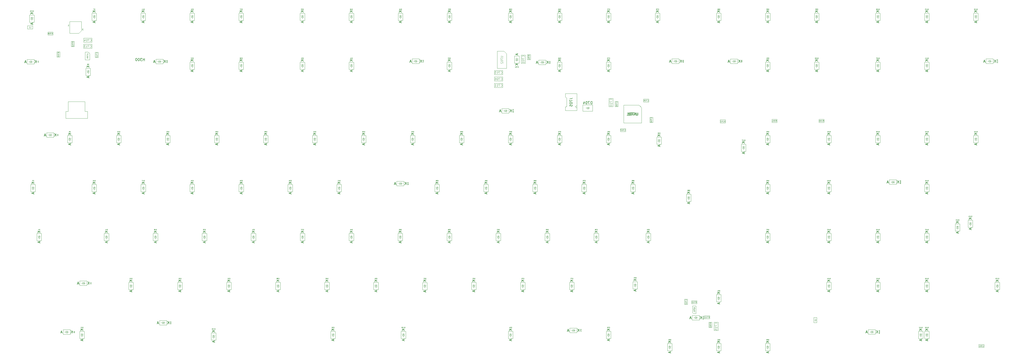
<source format=gbr>
G04 #@! TF.GenerationSoftware,KiCad,Pcbnew,7.0.1*
G04 #@! TF.CreationDate,2023-03-28T00:09:38-04:00*
G04 #@! TF.ProjectId,Boston-keyboard-V08DHA,426f7374-6f6e-42d6-9b65-79626f617264,rev?*
G04 #@! TF.SameCoordinates,Original*
G04 #@! TF.FileFunction,AssemblyDrawing,Bot*
%FSLAX46Y46*%
G04 Gerber Fmt 4.6, Leading zero omitted, Abs format (unit mm)*
G04 Created by KiCad (PCBNEW 7.0.1) date 2023-03-28 00:09:38*
%MOMM*%
%LPD*%
G01*
G04 APERTURE LIST*
%ADD10C,0.150000*%
%ADD11C,0.076200*%
%ADD12C,0.120000*%
%ADD13C,0.080000*%
%ADD14C,0.075000*%
%ADD15C,0.125000*%
%ADD16C,0.100000*%
G04 APERTURE END LIST*
D10*
X124803244Y-96644345D02*
X123803244Y-96644345D01*
X124803244Y-97215773D02*
X124231815Y-96787202D01*
X123803244Y-97215773D02*
X124374672Y-96644345D01*
D11*
X124803267Y-96161507D02*
X124803267Y-95780507D01*
X124803267Y-95780507D02*
X124712553Y-95780507D01*
X124712553Y-95780507D02*
X124658124Y-95798650D01*
X124658124Y-95798650D02*
X124621839Y-95834936D01*
X124621839Y-95834936D02*
X124603696Y-95871222D01*
X124603696Y-95871222D02*
X124585553Y-95943793D01*
X124585553Y-95943793D02*
X124585553Y-95998222D01*
X124585553Y-95998222D02*
X124603696Y-96070793D01*
X124603696Y-96070793D02*
X124621839Y-96107079D01*
X124621839Y-96107079D02*
X124658124Y-96143365D01*
X124658124Y-96143365D02*
X124712553Y-96161507D01*
X124712553Y-96161507D02*
X124803267Y-96161507D01*
X124440410Y-95816793D02*
X124422267Y-95798650D01*
X124422267Y-95798650D02*
X124385982Y-95780507D01*
X124385982Y-95780507D02*
X124295267Y-95780507D01*
X124295267Y-95780507D02*
X124258982Y-95798650D01*
X124258982Y-95798650D02*
X124240839Y-95816793D01*
X124240839Y-95816793D02*
X124222696Y-95853079D01*
X124222696Y-95853079D02*
X124222696Y-95889365D01*
X124222696Y-95889365D02*
X124240839Y-95943793D01*
X124240839Y-95943793D02*
X124458553Y-96161507D01*
X124458553Y-96161507D02*
X124222696Y-96161507D01*
X123896125Y-95907507D02*
X123896125Y-96161507D01*
X123986839Y-95762365D02*
X124077553Y-96034507D01*
X124077553Y-96034507D02*
X123841696Y-96034507D01*
D10*
X124517529Y-100668155D02*
X124517529Y-101144345D01*
X124803244Y-100572917D02*
X123803244Y-100906250D01*
X123803244Y-100906250D02*
X124803244Y-101239583D01*
D12*
X253393904Y-47829762D02*
X253432000Y-47791666D01*
X253432000Y-47791666D02*
X253470095Y-47677381D01*
X253470095Y-47677381D02*
X253470095Y-47601190D01*
X253470095Y-47601190D02*
X253432000Y-47486904D01*
X253432000Y-47486904D02*
X253355809Y-47410714D01*
X253355809Y-47410714D02*
X253279619Y-47372619D01*
X253279619Y-47372619D02*
X253127238Y-47334523D01*
X253127238Y-47334523D02*
X253012952Y-47334523D01*
X253012952Y-47334523D02*
X252860571Y-47372619D01*
X252860571Y-47372619D02*
X252784380Y-47410714D01*
X252784380Y-47410714D02*
X252708190Y-47486904D01*
X252708190Y-47486904D02*
X252670095Y-47601190D01*
X252670095Y-47601190D02*
X252670095Y-47677381D01*
X252670095Y-47677381D02*
X252708190Y-47791666D01*
X252708190Y-47791666D02*
X252746285Y-47829762D01*
X252670095Y-48096428D02*
X252670095Y-48629762D01*
X252670095Y-48629762D02*
X253470095Y-48286904D01*
X252670095Y-49086905D02*
X252670095Y-49163095D01*
X252670095Y-49163095D02*
X252708190Y-49239286D01*
X252708190Y-49239286D02*
X252746285Y-49277381D01*
X252746285Y-49277381D02*
X252822476Y-49315476D01*
X252822476Y-49315476D02*
X252974857Y-49353571D01*
X252974857Y-49353571D02*
X253165333Y-49353571D01*
X253165333Y-49353571D02*
X253317714Y-49315476D01*
X253317714Y-49315476D02*
X253393904Y-49277381D01*
X253393904Y-49277381D02*
X253432000Y-49239286D01*
X253432000Y-49239286D02*
X253470095Y-49163095D01*
X253470095Y-49163095D02*
X253470095Y-49086905D01*
X253470095Y-49086905D02*
X253432000Y-49010714D01*
X253432000Y-49010714D02*
X253393904Y-48972619D01*
X253393904Y-48972619D02*
X253317714Y-48934524D01*
X253317714Y-48934524D02*
X253165333Y-48896428D01*
X253165333Y-48896428D02*
X252974857Y-48896428D01*
X252974857Y-48896428D02*
X252822476Y-48934524D01*
X252822476Y-48934524D02*
X252746285Y-48972619D01*
X252746285Y-48972619D02*
X252708190Y-49010714D01*
X252708190Y-49010714D02*
X252670095Y-49086905D01*
X253470095Y-50115476D02*
X253470095Y-49658333D01*
X253470095Y-49886905D02*
X252670095Y-49886905D01*
X252670095Y-49886905D02*
X252784380Y-49810714D01*
X252784380Y-49810714D02*
X252860571Y-49734524D01*
X252860571Y-49734524D02*
X252898666Y-49658333D01*
D10*
X239103244Y-96644345D02*
X238103244Y-96644345D01*
X239103244Y-97215773D02*
X238531815Y-96787202D01*
X238103244Y-97215773D02*
X238674672Y-96644345D01*
X238817529Y-100668155D02*
X238817529Y-101144345D01*
X239103244Y-100572917D02*
X238103244Y-100906250D01*
X238103244Y-100906250D02*
X239103244Y-101239583D01*
D11*
X239103267Y-96161507D02*
X239103267Y-95780507D01*
X239103267Y-95780507D02*
X239012553Y-95780507D01*
X239012553Y-95780507D02*
X238958124Y-95798650D01*
X238958124Y-95798650D02*
X238921839Y-95834936D01*
X238921839Y-95834936D02*
X238903696Y-95871222D01*
X238903696Y-95871222D02*
X238885553Y-95943793D01*
X238885553Y-95943793D02*
X238885553Y-95998222D01*
X238885553Y-95998222D02*
X238903696Y-96070793D01*
X238903696Y-96070793D02*
X238921839Y-96107079D01*
X238921839Y-96107079D02*
X238958124Y-96143365D01*
X238958124Y-96143365D02*
X239012553Y-96161507D01*
X239012553Y-96161507D02*
X239103267Y-96161507D01*
X238558982Y-95780507D02*
X238631553Y-95780507D01*
X238631553Y-95780507D02*
X238667839Y-95798650D01*
X238667839Y-95798650D02*
X238685982Y-95816793D01*
X238685982Y-95816793D02*
X238722267Y-95871222D01*
X238722267Y-95871222D02*
X238740410Y-95943793D01*
X238740410Y-95943793D02*
X238740410Y-96088936D01*
X238740410Y-96088936D02*
X238722267Y-96125222D01*
X238722267Y-96125222D02*
X238704124Y-96143365D01*
X238704124Y-96143365D02*
X238667839Y-96161507D01*
X238667839Y-96161507D02*
X238595267Y-96161507D01*
X238595267Y-96161507D02*
X238558982Y-96143365D01*
X238558982Y-96143365D02*
X238540839Y-96125222D01*
X238540839Y-96125222D02*
X238522696Y-96088936D01*
X238522696Y-96088936D02*
X238522696Y-95998222D01*
X238522696Y-95998222D02*
X238540839Y-95961936D01*
X238540839Y-95961936D02*
X238558982Y-95943793D01*
X238558982Y-95943793D02*
X238595267Y-95925650D01*
X238595267Y-95925650D02*
X238667839Y-95925650D01*
X238667839Y-95925650D02*
X238704124Y-95943793D01*
X238704124Y-95943793D02*
X238722267Y-95961936D01*
X238722267Y-95961936D02*
X238740410Y-95998222D01*
X238159839Y-96161507D02*
X238377553Y-96161507D01*
X238268696Y-96161507D02*
X238268696Y-95780507D01*
X238268696Y-95780507D02*
X238304982Y-95834936D01*
X238304982Y-95834936D02*
X238341267Y-95871222D01*
X238341267Y-95871222D02*
X238377553Y-95889365D01*
X263597257Y-49462357D02*
X263216257Y-49462357D01*
X263216257Y-49462357D02*
X263216257Y-49553071D01*
X263216257Y-49553071D02*
X263234400Y-49607500D01*
X263234400Y-49607500D02*
X263270686Y-49643785D01*
X263270686Y-49643785D02*
X263306972Y-49661928D01*
X263306972Y-49661928D02*
X263379543Y-49680071D01*
X263379543Y-49680071D02*
X263433972Y-49680071D01*
X263433972Y-49680071D02*
X263506543Y-49661928D01*
X263506543Y-49661928D02*
X263542829Y-49643785D01*
X263542829Y-49643785D02*
X263579115Y-49607500D01*
X263579115Y-49607500D02*
X263597257Y-49553071D01*
X263597257Y-49553071D02*
X263597257Y-49462357D01*
X263216257Y-50024785D02*
X263216257Y-49843357D01*
X263216257Y-49843357D02*
X263397686Y-49825214D01*
X263397686Y-49825214D02*
X263379543Y-49843357D01*
X263379543Y-49843357D02*
X263361400Y-49879643D01*
X263361400Y-49879643D02*
X263361400Y-49970357D01*
X263361400Y-49970357D02*
X263379543Y-50006643D01*
X263379543Y-50006643D02*
X263397686Y-50024785D01*
X263397686Y-50024785D02*
X263433972Y-50042928D01*
X263433972Y-50042928D02*
X263524686Y-50042928D01*
X263524686Y-50042928D02*
X263560972Y-50024785D01*
X263560972Y-50024785D02*
X263579115Y-50006643D01*
X263579115Y-50006643D02*
X263597257Y-49970357D01*
X263597257Y-49970357D02*
X263597257Y-49879643D01*
X263597257Y-49879643D02*
X263579115Y-49843357D01*
X263579115Y-49843357D02*
X263560972Y-49825214D01*
X263597257Y-50224357D02*
X263597257Y-50296928D01*
X263597257Y-50296928D02*
X263579115Y-50333214D01*
X263579115Y-50333214D02*
X263560972Y-50351357D01*
X263560972Y-50351357D02*
X263506543Y-50387642D01*
X263506543Y-50387642D02*
X263433972Y-50405785D01*
X263433972Y-50405785D02*
X263288829Y-50405785D01*
X263288829Y-50405785D02*
X263252543Y-50387642D01*
X263252543Y-50387642D02*
X263234400Y-50369500D01*
X263234400Y-50369500D02*
X263216257Y-50333214D01*
X263216257Y-50333214D02*
X263216257Y-50260642D01*
X263216257Y-50260642D02*
X263234400Y-50224357D01*
X263234400Y-50224357D02*
X263252543Y-50206214D01*
X263252543Y-50206214D02*
X263288829Y-50188071D01*
X263288829Y-50188071D02*
X263379543Y-50188071D01*
X263379543Y-50188071D02*
X263415829Y-50206214D01*
X263415829Y-50206214D02*
X263433972Y-50224357D01*
X263433972Y-50224357D02*
X263452115Y-50260642D01*
X263452115Y-50260642D02*
X263452115Y-50333214D01*
X263452115Y-50333214D02*
X263433972Y-50369500D01*
X263433972Y-50369500D02*
X263415829Y-50387642D01*
X263415829Y-50387642D02*
X263379543Y-50405785D01*
D10*
X258738094Y-50101904D02*
X258261904Y-50101904D01*
X258833332Y-50387619D02*
X258499999Y-49387619D01*
X258499999Y-49387619D02*
X258166666Y-50387619D01*
X262761904Y-50387619D02*
X262761904Y-49387619D01*
X262190476Y-50387619D02*
X262619047Y-49816190D01*
X262190476Y-49387619D02*
X262761904Y-49959047D01*
D12*
X244395237Y-54218904D02*
X244433333Y-54257000D01*
X244433333Y-54257000D02*
X244547618Y-54295095D01*
X244547618Y-54295095D02*
X244623809Y-54295095D01*
X244623809Y-54295095D02*
X244738095Y-54257000D01*
X244738095Y-54257000D02*
X244814285Y-54180809D01*
X244814285Y-54180809D02*
X244852380Y-54104619D01*
X244852380Y-54104619D02*
X244890476Y-53952238D01*
X244890476Y-53952238D02*
X244890476Y-53837952D01*
X244890476Y-53837952D02*
X244852380Y-53685571D01*
X244852380Y-53685571D02*
X244814285Y-53609380D01*
X244814285Y-53609380D02*
X244738095Y-53533190D01*
X244738095Y-53533190D02*
X244623809Y-53495095D01*
X244623809Y-53495095D02*
X244547618Y-53495095D01*
X244547618Y-53495095D02*
X244433333Y-53533190D01*
X244433333Y-53533190D02*
X244395237Y-53571285D01*
X244128571Y-53495095D02*
X243595237Y-53495095D01*
X243595237Y-53495095D02*
X243938095Y-54295095D01*
X243138094Y-53495095D02*
X243061904Y-53495095D01*
X243061904Y-53495095D02*
X242985713Y-53533190D01*
X242985713Y-53533190D02*
X242947618Y-53571285D01*
X242947618Y-53571285D02*
X242909523Y-53647476D01*
X242909523Y-53647476D02*
X242871428Y-53799857D01*
X242871428Y-53799857D02*
X242871428Y-53990333D01*
X242871428Y-53990333D02*
X242909523Y-54142714D01*
X242909523Y-54142714D02*
X242947618Y-54218904D01*
X242947618Y-54218904D02*
X242985713Y-54257000D01*
X242985713Y-54257000D02*
X243061904Y-54295095D01*
X243061904Y-54295095D02*
X243138094Y-54295095D01*
X243138094Y-54295095D02*
X243214285Y-54257000D01*
X243214285Y-54257000D02*
X243252380Y-54218904D01*
X243252380Y-54218904D02*
X243290475Y-54142714D01*
X243290475Y-54142714D02*
X243328571Y-53990333D01*
X243328571Y-53990333D02*
X243328571Y-53799857D01*
X243328571Y-53799857D02*
X243290475Y-53647476D01*
X243290475Y-53647476D02*
X243252380Y-53571285D01*
X243252380Y-53571285D02*
X243214285Y-53533190D01*
X243214285Y-53533190D02*
X243138094Y-53495095D01*
X242604761Y-53495095D02*
X242109523Y-53495095D01*
X242109523Y-53495095D02*
X242376189Y-53799857D01*
X242376189Y-53799857D02*
X242261904Y-53799857D01*
X242261904Y-53799857D02*
X242185713Y-53837952D01*
X242185713Y-53837952D02*
X242147618Y-53876047D01*
X242147618Y-53876047D02*
X242109523Y-53952238D01*
X242109523Y-53952238D02*
X242109523Y-54142714D01*
X242109523Y-54142714D02*
X242147618Y-54218904D01*
X242147618Y-54218904D02*
X242185713Y-54257000D01*
X242185713Y-54257000D02*
X242261904Y-54295095D01*
X242261904Y-54295095D02*
X242490475Y-54295095D01*
X242490475Y-54295095D02*
X242566666Y-54257000D01*
X242566666Y-54257000D02*
X242604761Y-54218904D01*
D11*
X286728267Y-48536507D02*
X286728267Y-48155507D01*
X286728267Y-48155507D02*
X286637553Y-48155507D01*
X286637553Y-48155507D02*
X286583124Y-48173650D01*
X286583124Y-48173650D02*
X286546839Y-48209936D01*
X286546839Y-48209936D02*
X286528696Y-48246222D01*
X286528696Y-48246222D02*
X286510553Y-48318793D01*
X286510553Y-48318793D02*
X286510553Y-48373222D01*
X286510553Y-48373222D02*
X286528696Y-48445793D01*
X286528696Y-48445793D02*
X286546839Y-48482079D01*
X286546839Y-48482079D02*
X286583124Y-48518365D01*
X286583124Y-48518365D02*
X286637553Y-48536507D01*
X286637553Y-48536507D02*
X286728267Y-48536507D01*
X286383553Y-48155507D02*
X286129553Y-48155507D01*
X286129553Y-48155507D02*
X286292839Y-48536507D01*
X286020696Y-48155507D02*
X285784839Y-48155507D01*
X285784839Y-48155507D02*
X285911839Y-48300650D01*
X285911839Y-48300650D02*
X285857410Y-48300650D01*
X285857410Y-48300650D02*
X285821125Y-48318793D01*
X285821125Y-48318793D02*
X285802982Y-48336936D01*
X285802982Y-48336936D02*
X285784839Y-48373222D01*
X285784839Y-48373222D02*
X285784839Y-48463936D01*
X285784839Y-48463936D02*
X285802982Y-48500222D01*
X285802982Y-48500222D02*
X285821125Y-48518365D01*
X285821125Y-48518365D02*
X285857410Y-48536507D01*
X285857410Y-48536507D02*
X285966267Y-48536507D01*
X285966267Y-48536507D02*
X286002553Y-48518365D01*
X286002553Y-48518365D02*
X286020696Y-48500222D01*
D10*
X286442529Y-53043155D02*
X286442529Y-53519345D01*
X286728244Y-52947917D02*
X285728244Y-53281250D01*
X285728244Y-53281250D02*
X286728244Y-53614583D01*
X286728244Y-49019345D02*
X285728244Y-49019345D01*
X286728244Y-49590773D02*
X286156815Y-49162202D01*
X285728244Y-49590773D02*
X286299672Y-49019345D01*
D11*
X224815767Y-48536507D02*
X224815767Y-48155507D01*
X224815767Y-48155507D02*
X224725053Y-48155507D01*
X224725053Y-48155507D02*
X224670624Y-48173650D01*
X224670624Y-48173650D02*
X224634339Y-48209936D01*
X224634339Y-48209936D02*
X224616196Y-48246222D01*
X224616196Y-48246222D02*
X224598053Y-48318793D01*
X224598053Y-48318793D02*
X224598053Y-48373222D01*
X224598053Y-48373222D02*
X224616196Y-48445793D01*
X224616196Y-48445793D02*
X224634339Y-48482079D01*
X224634339Y-48482079D02*
X224670624Y-48518365D01*
X224670624Y-48518365D02*
X224725053Y-48536507D01*
X224725053Y-48536507D02*
X224815767Y-48536507D01*
X224253339Y-48155507D02*
X224434767Y-48155507D01*
X224434767Y-48155507D02*
X224452910Y-48336936D01*
X224452910Y-48336936D02*
X224434767Y-48318793D01*
X224434767Y-48318793D02*
X224398482Y-48300650D01*
X224398482Y-48300650D02*
X224307767Y-48300650D01*
X224307767Y-48300650D02*
X224271482Y-48318793D01*
X224271482Y-48318793D02*
X224253339Y-48336936D01*
X224253339Y-48336936D02*
X224235196Y-48373222D01*
X224235196Y-48373222D02*
X224235196Y-48463936D01*
X224235196Y-48463936D02*
X224253339Y-48500222D01*
X224253339Y-48500222D02*
X224271482Y-48518365D01*
X224271482Y-48518365D02*
X224307767Y-48536507D01*
X224307767Y-48536507D02*
X224398482Y-48536507D01*
X224398482Y-48536507D02*
X224434767Y-48518365D01*
X224434767Y-48518365D02*
X224452910Y-48500222D01*
X224108196Y-48155507D02*
X223872339Y-48155507D01*
X223872339Y-48155507D02*
X223999339Y-48300650D01*
X223999339Y-48300650D02*
X223944910Y-48300650D01*
X223944910Y-48300650D02*
X223908625Y-48318793D01*
X223908625Y-48318793D02*
X223890482Y-48336936D01*
X223890482Y-48336936D02*
X223872339Y-48373222D01*
X223872339Y-48373222D02*
X223872339Y-48463936D01*
X223872339Y-48463936D02*
X223890482Y-48500222D01*
X223890482Y-48500222D02*
X223908625Y-48518365D01*
X223908625Y-48518365D02*
X223944910Y-48536507D01*
X223944910Y-48536507D02*
X224053767Y-48536507D01*
X224053767Y-48536507D02*
X224090053Y-48518365D01*
X224090053Y-48518365D02*
X224108196Y-48500222D01*
D10*
X224530029Y-53043155D02*
X224530029Y-53519345D01*
X224815744Y-52947917D02*
X223815744Y-53281250D01*
X223815744Y-53281250D02*
X224815744Y-53614583D01*
X224815744Y-49019345D02*
X223815744Y-49019345D01*
X224815744Y-49590773D02*
X224244315Y-49162202D01*
X223815744Y-49590773D02*
X224387172Y-49019345D01*
D12*
X244370095Y-47553571D02*
X245017714Y-47553571D01*
X245017714Y-47553571D02*
X245093904Y-47591666D01*
X245093904Y-47591666D02*
X245132000Y-47629761D01*
X245132000Y-47629761D02*
X245170095Y-47705952D01*
X245170095Y-47705952D02*
X245170095Y-47858333D01*
X245170095Y-47858333D02*
X245132000Y-47934523D01*
X245132000Y-47934523D02*
X245093904Y-47972618D01*
X245093904Y-47972618D02*
X245017714Y-48010714D01*
X245017714Y-48010714D02*
X244370095Y-48010714D01*
X244370095Y-48315475D02*
X244370095Y-48848809D01*
X244370095Y-48848809D02*
X245170095Y-48505951D01*
X244370095Y-49305952D02*
X244370095Y-49382142D01*
X244370095Y-49382142D02*
X244408190Y-49458333D01*
X244408190Y-49458333D02*
X244446285Y-49496428D01*
X244446285Y-49496428D02*
X244522476Y-49534523D01*
X244522476Y-49534523D02*
X244674857Y-49572618D01*
X244674857Y-49572618D02*
X244865333Y-49572618D01*
X244865333Y-49572618D02*
X245017714Y-49534523D01*
X245017714Y-49534523D02*
X245093904Y-49496428D01*
X245093904Y-49496428D02*
X245132000Y-49458333D01*
X245132000Y-49458333D02*
X245170095Y-49382142D01*
X245170095Y-49382142D02*
X245170095Y-49305952D01*
X245170095Y-49305952D02*
X245132000Y-49229761D01*
X245132000Y-49229761D02*
X245093904Y-49191666D01*
X245093904Y-49191666D02*
X245017714Y-49153571D01*
X245017714Y-49153571D02*
X244865333Y-49115475D01*
X244865333Y-49115475D02*
X244674857Y-49115475D01*
X244674857Y-49115475D02*
X244522476Y-49153571D01*
X244522476Y-49153571D02*
X244446285Y-49191666D01*
X244446285Y-49191666D02*
X244408190Y-49229761D01*
X244408190Y-49229761D02*
X244370095Y-49305952D01*
X244446285Y-49877380D02*
X244408190Y-49915476D01*
X244408190Y-49915476D02*
X244370095Y-49991666D01*
X244370095Y-49991666D02*
X244370095Y-50182142D01*
X244370095Y-50182142D02*
X244408190Y-50258333D01*
X244408190Y-50258333D02*
X244446285Y-50296428D01*
X244446285Y-50296428D02*
X244522476Y-50334523D01*
X244522476Y-50334523D02*
X244598666Y-50334523D01*
X244598666Y-50334523D02*
X244712952Y-50296428D01*
X244712952Y-50296428D02*
X245170095Y-49839285D01*
X245170095Y-49839285D02*
X245170095Y-50334523D01*
D10*
X277241369Y-96644345D02*
X276241369Y-96644345D01*
X277241369Y-97215773D02*
X276669940Y-96787202D01*
X276241369Y-97215773D02*
X276812797Y-96644345D01*
X276955654Y-100668155D02*
X276955654Y-101144345D01*
X277241369Y-100572917D02*
X276241369Y-100906250D01*
X276241369Y-100906250D02*
X277241369Y-101239583D01*
D11*
X277241392Y-96161507D02*
X277241392Y-95780507D01*
X277241392Y-95780507D02*
X277150678Y-95780507D01*
X277150678Y-95780507D02*
X277096249Y-95798650D01*
X277096249Y-95798650D02*
X277059964Y-95834936D01*
X277059964Y-95834936D02*
X277041821Y-95871222D01*
X277041821Y-95871222D02*
X277023678Y-95943793D01*
X277023678Y-95943793D02*
X277023678Y-95998222D01*
X277023678Y-95998222D02*
X277041821Y-96070793D01*
X277041821Y-96070793D02*
X277059964Y-96107079D01*
X277059964Y-96107079D02*
X277096249Y-96143365D01*
X277096249Y-96143365D02*
X277150678Y-96161507D01*
X277150678Y-96161507D02*
X277241392Y-96161507D01*
X276896678Y-95780507D02*
X276642678Y-95780507D01*
X276642678Y-95780507D02*
X276805964Y-96161507D01*
X276316107Y-95780507D02*
X276497535Y-95780507D01*
X276497535Y-95780507D02*
X276515678Y-95961936D01*
X276515678Y-95961936D02*
X276497535Y-95943793D01*
X276497535Y-95943793D02*
X276461250Y-95925650D01*
X276461250Y-95925650D02*
X276370535Y-95925650D01*
X276370535Y-95925650D02*
X276334250Y-95943793D01*
X276334250Y-95943793D02*
X276316107Y-95961936D01*
X276316107Y-95961936D02*
X276297964Y-95998222D01*
X276297964Y-95998222D02*
X276297964Y-96088936D01*
X276297964Y-96088936D02*
X276316107Y-96125222D01*
X276316107Y-96125222D02*
X276334250Y-96143365D01*
X276334250Y-96143365D02*
X276370535Y-96161507D01*
X276370535Y-96161507D02*
X276461250Y-96161507D01*
X276461250Y-96161507D02*
X276497535Y-96143365D01*
X276497535Y-96143365D02*
X276515678Y-96125222D01*
D10*
X348355029Y-81618155D02*
X348355029Y-82094345D01*
X348640744Y-81522917D02*
X347640744Y-81856250D01*
X347640744Y-81856250D02*
X348640744Y-82189583D01*
D11*
X348640767Y-77111507D02*
X348640767Y-76730507D01*
X348640767Y-76730507D02*
X348550053Y-76730507D01*
X348550053Y-76730507D02*
X348495624Y-76748650D01*
X348495624Y-76748650D02*
X348459339Y-76784936D01*
X348459339Y-76784936D02*
X348441196Y-76821222D01*
X348441196Y-76821222D02*
X348423053Y-76893793D01*
X348423053Y-76893793D02*
X348423053Y-76948222D01*
X348423053Y-76948222D02*
X348441196Y-77020793D01*
X348441196Y-77020793D02*
X348459339Y-77057079D01*
X348459339Y-77057079D02*
X348495624Y-77093365D01*
X348495624Y-77093365D02*
X348550053Y-77111507D01*
X348550053Y-77111507D02*
X348640767Y-77111507D01*
X348241624Y-77111507D02*
X348169053Y-77111507D01*
X348169053Y-77111507D02*
X348132767Y-77093365D01*
X348132767Y-77093365D02*
X348114624Y-77075222D01*
X348114624Y-77075222D02*
X348078339Y-77020793D01*
X348078339Y-77020793D02*
X348060196Y-76948222D01*
X348060196Y-76948222D02*
X348060196Y-76803079D01*
X348060196Y-76803079D02*
X348078339Y-76766793D01*
X348078339Y-76766793D02*
X348096482Y-76748650D01*
X348096482Y-76748650D02*
X348132767Y-76730507D01*
X348132767Y-76730507D02*
X348205339Y-76730507D01*
X348205339Y-76730507D02*
X348241624Y-76748650D01*
X348241624Y-76748650D02*
X348259767Y-76766793D01*
X348259767Y-76766793D02*
X348277910Y-76803079D01*
X348277910Y-76803079D02*
X348277910Y-76893793D01*
X348277910Y-76893793D02*
X348259767Y-76930079D01*
X348259767Y-76930079D02*
X348241624Y-76948222D01*
X348241624Y-76948222D02*
X348205339Y-76966365D01*
X348205339Y-76966365D02*
X348132767Y-76966365D01*
X348132767Y-76966365D02*
X348096482Y-76948222D01*
X348096482Y-76948222D02*
X348078339Y-76930079D01*
X348078339Y-76930079D02*
X348060196Y-76893793D01*
X347715482Y-76730507D02*
X347896910Y-76730507D01*
X347896910Y-76730507D02*
X347915053Y-76911936D01*
X347915053Y-76911936D02*
X347896910Y-76893793D01*
X347896910Y-76893793D02*
X347860625Y-76875650D01*
X347860625Y-76875650D02*
X347769910Y-76875650D01*
X347769910Y-76875650D02*
X347733625Y-76893793D01*
X347733625Y-76893793D02*
X347715482Y-76911936D01*
X347715482Y-76911936D02*
X347697339Y-76948222D01*
X347697339Y-76948222D02*
X347697339Y-77038936D01*
X347697339Y-77038936D02*
X347715482Y-77075222D01*
X347715482Y-77075222D02*
X347733625Y-77093365D01*
X347733625Y-77093365D02*
X347769910Y-77111507D01*
X347769910Y-77111507D02*
X347860625Y-77111507D01*
X347860625Y-77111507D02*
X347896910Y-77093365D01*
X347896910Y-77093365D02*
X347915053Y-77075222D01*
D10*
X348640744Y-77594345D02*
X347640744Y-77594345D01*
X348640744Y-78165773D02*
X348069315Y-77737202D01*
X347640744Y-78165773D02*
X348212172Y-77594345D01*
D12*
X244395237Y-59218904D02*
X244433333Y-59257000D01*
X244433333Y-59257000D02*
X244547618Y-59295095D01*
X244547618Y-59295095D02*
X244623809Y-59295095D01*
X244623809Y-59295095D02*
X244738095Y-59257000D01*
X244738095Y-59257000D02*
X244814285Y-59180809D01*
X244814285Y-59180809D02*
X244852380Y-59104619D01*
X244852380Y-59104619D02*
X244890476Y-58952238D01*
X244890476Y-58952238D02*
X244890476Y-58837952D01*
X244890476Y-58837952D02*
X244852380Y-58685571D01*
X244852380Y-58685571D02*
X244814285Y-58609380D01*
X244814285Y-58609380D02*
X244738095Y-58533190D01*
X244738095Y-58533190D02*
X244623809Y-58495095D01*
X244623809Y-58495095D02*
X244547618Y-58495095D01*
X244547618Y-58495095D02*
X244433333Y-58533190D01*
X244433333Y-58533190D02*
X244395237Y-58571285D01*
X244128571Y-58495095D02*
X243595237Y-58495095D01*
X243595237Y-58495095D02*
X243938095Y-59295095D01*
X242871428Y-59295095D02*
X243328571Y-59295095D01*
X243099999Y-59295095D02*
X243099999Y-58495095D01*
X243099999Y-58495095D02*
X243176190Y-58609380D01*
X243176190Y-58609380D02*
X243252380Y-58685571D01*
X243252380Y-58685571D02*
X243328571Y-58723666D01*
X242109523Y-59295095D02*
X242566666Y-59295095D01*
X242338094Y-59295095D02*
X242338094Y-58495095D01*
X242338094Y-58495095D02*
X242414285Y-58609380D01*
X242414285Y-58609380D02*
X242490475Y-58685571D01*
X242490475Y-58685571D02*
X242566666Y-58723666D01*
D10*
X59738094Y-49901904D02*
X59261904Y-49901904D01*
X59833332Y-50187619D02*
X59499999Y-49187619D01*
X59499999Y-49187619D02*
X59166666Y-50187619D01*
X63761904Y-50187619D02*
X63761904Y-49187619D01*
X63190476Y-50187619D02*
X63619047Y-49616190D01*
X63190476Y-49187619D02*
X63761904Y-49759047D01*
D11*
X64597257Y-49443786D02*
X64216257Y-49443786D01*
X64216257Y-49443786D02*
X64216257Y-49534500D01*
X64216257Y-49534500D02*
X64234400Y-49588929D01*
X64234400Y-49588929D02*
X64270686Y-49625214D01*
X64270686Y-49625214D02*
X64306972Y-49643357D01*
X64306972Y-49643357D02*
X64379543Y-49661500D01*
X64379543Y-49661500D02*
X64433972Y-49661500D01*
X64433972Y-49661500D02*
X64506543Y-49643357D01*
X64506543Y-49643357D02*
X64542829Y-49625214D01*
X64542829Y-49625214D02*
X64579115Y-49588929D01*
X64579115Y-49588929D02*
X64597257Y-49534500D01*
X64597257Y-49534500D02*
X64597257Y-49443786D01*
X64597257Y-50024357D02*
X64597257Y-49806643D01*
X64597257Y-49915500D02*
X64216257Y-49915500D01*
X64216257Y-49915500D02*
X64270686Y-49879214D01*
X64270686Y-49879214D02*
X64306972Y-49842929D01*
X64306972Y-49842929D02*
X64325115Y-49806643D01*
D13*
X87383690Y-46465476D02*
X87407500Y-46441667D01*
X87407500Y-46441667D02*
X87431309Y-46370238D01*
X87431309Y-46370238D02*
X87431309Y-46322619D01*
X87431309Y-46322619D02*
X87407500Y-46251191D01*
X87407500Y-46251191D02*
X87359880Y-46203572D01*
X87359880Y-46203572D02*
X87312261Y-46179762D01*
X87312261Y-46179762D02*
X87217023Y-46155953D01*
X87217023Y-46155953D02*
X87145595Y-46155953D01*
X87145595Y-46155953D02*
X87050357Y-46179762D01*
X87050357Y-46179762D02*
X87002738Y-46203572D01*
X87002738Y-46203572D02*
X86955119Y-46251191D01*
X86955119Y-46251191D02*
X86931309Y-46322619D01*
X86931309Y-46322619D02*
X86931309Y-46370238D01*
X86931309Y-46370238D02*
X86955119Y-46441667D01*
X86955119Y-46441667D02*
X86978928Y-46465476D01*
X86931309Y-46632143D02*
X86931309Y-46965476D01*
X86931309Y-46965476D02*
X87431309Y-46751191D01*
X87431309Y-47417857D02*
X87431309Y-47132143D01*
X87431309Y-47275000D02*
X86931309Y-47275000D01*
X86931309Y-47275000D02*
X87002738Y-47227381D01*
X87002738Y-47227381D02*
X87050357Y-47179762D01*
X87050357Y-47179762D02*
X87074166Y-47132143D01*
X86978928Y-47608333D02*
X86955119Y-47632142D01*
X86955119Y-47632142D02*
X86931309Y-47679761D01*
X86931309Y-47679761D02*
X86931309Y-47798809D01*
X86931309Y-47798809D02*
X86955119Y-47846428D01*
X86955119Y-47846428D02*
X86978928Y-47870237D01*
X86978928Y-47870237D02*
X87026547Y-47894047D01*
X87026547Y-47894047D02*
X87074166Y-47894047D01*
X87074166Y-47894047D02*
X87145595Y-47870237D01*
X87145595Y-47870237D02*
X87431309Y-47584523D01*
X87431309Y-47584523D02*
X87431309Y-47894047D01*
D10*
X348393154Y-33993155D02*
X348393154Y-34469345D01*
X348678869Y-33897917D02*
X347678869Y-34231250D01*
X347678869Y-34231250D02*
X348678869Y-34564583D01*
X348678869Y-29969345D02*
X347678869Y-29969345D01*
X348678869Y-30540773D02*
X348107440Y-30112202D01*
X347678869Y-30540773D02*
X348250297Y-29969345D01*
D11*
X348678892Y-29486507D02*
X348678892Y-29105507D01*
X348678892Y-29105507D02*
X348588178Y-29105507D01*
X348588178Y-29105507D02*
X348533749Y-29123650D01*
X348533749Y-29123650D02*
X348497464Y-29159936D01*
X348497464Y-29159936D02*
X348479321Y-29196222D01*
X348479321Y-29196222D02*
X348461178Y-29268793D01*
X348461178Y-29268793D02*
X348461178Y-29323222D01*
X348461178Y-29323222D02*
X348479321Y-29395793D01*
X348479321Y-29395793D02*
X348497464Y-29432079D01*
X348497464Y-29432079D02*
X348533749Y-29468365D01*
X348533749Y-29468365D02*
X348588178Y-29486507D01*
X348588178Y-29486507D02*
X348678892Y-29486507D01*
X348279749Y-29486507D02*
X348207178Y-29486507D01*
X348207178Y-29486507D02*
X348170892Y-29468365D01*
X348170892Y-29468365D02*
X348152749Y-29450222D01*
X348152749Y-29450222D02*
X348116464Y-29395793D01*
X348116464Y-29395793D02*
X348098321Y-29323222D01*
X348098321Y-29323222D02*
X348098321Y-29178079D01*
X348098321Y-29178079D02*
X348116464Y-29141793D01*
X348116464Y-29141793D02*
X348134607Y-29123650D01*
X348134607Y-29123650D02*
X348170892Y-29105507D01*
X348170892Y-29105507D02*
X348243464Y-29105507D01*
X348243464Y-29105507D02*
X348279749Y-29123650D01*
X348279749Y-29123650D02*
X348297892Y-29141793D01*
X348297892Y-29141793D02*
X348316035Y-29178079D01*
X348316035Y-29178079D02*
X348316035Y-29268793D01*
X348316035Y-29268793D02*
X348297892Y-29305079D01*
X348297892Y-29305079D02*
X348279749Y-29323222D01*
X348279749Y-29323222D02*
X348243464Y-29341365D01*
X348243464Y-29341365D02*
X348170892Y-29341365D01*
X348170892Y-29341365D02*
X348134607Y-29323222D01*
X348134607Y-29323222D02*
X348116464Y-29305079D01*
X348116464Y-29305079D02*
X348098321Y-29268793D01*
X347971321Y-29105507D02*
X347735464Y-29105507D01*
X347735464Y-29105507D02*
X347862464Y-29250650D01*
X347862464Y-29250650D02*
X347808035Y-29250650D01*
X347808035Y-29250650D02*
X347771750Y-29268793D01*
X347771750Y-29268793D02*
X347753607Y-29286936D01*
X347753607Y-29286936D02*
X347735464Y-29323222D01*
X347735464Y-29323222D02*
X347735464Y-29413936D01*
X347735464Y-29413936D02*
X347753607Y-29450222D01*
X347753607Y-29450222D02*
X347771750Y-29468365D01*
X347771750Y-29468365D02*
X347808035Y-29486507D01*
X347808035Y-29486507D02*
X347916892Y-29486507D01*
X347916892Y-29486507D02*
X347953178Y-29468365D01*
X347953178Y-29468365D02*
X347971321Y-29450222D01*
X76996838Y-77111507D02*
X76996838Y-76730507D01*
X76996838Y-76730507D02*
X76906124Y-76730507D01*
X76906124Y-76730507D02*
X76851695Y-76748650D01*
X76851695Y-76748650D02*
X76815410Y-76784936D01*
X76815410Y-76784936D02*
X76797267Y-76821222D01*
X76797267Y-76821222D02*
X76779124Y-76893793D01*
X76779124Y-76893793D02*
X76779124Y-76948222D01*
X76779124Y-76948222D02*
X76797267Y-77020793D01*
X76797267Y-77020793D02*
X76815410Y-77057079D01*
X76815410Y-77057079D02*
X76851695Y-77093365D01*
X76851695Y-77093365D02*
X76906124Y-77111507D01*
X76906124Y-77111507D02*
X76996838Y-77111507D01*
X76597695Y-77111507D02*
X76525124Y-77111507D01*
X76525124Y-77111507D02*
X76488838Y-77093365D01*
X76488838Y-77093365D02*
X76470695Y-77075222D01*
X76470695Y-77075222D02*
X76434410Y-77020793D01*
X76434410Y-77020793D02*
X76416267Y-76948222D01*
X76416267Y-76948222D02*
X76416267Y-76803079D01*
X76416267Y-76803079D02*
X76434410Y-76766793D01*
X76434410Y-76766793D02*
X76452553Y-76748650D01*
X76452553Y-76748650D02*
X76488838Y-76730507D01*
X76488838Y-76730507D02*
X76561410Y-76730507D01*
X76561410Y-76730507D02*
X76597695Y-76748650D01*
X76597695Y-76748650D02*
X76615838Y-76766793D01*
X76615838Y-76766793D02*
X76633981Y-76803079D01*
X76633981Y-76803079D02*
X76633981Y-76893793D01*
X76633981Y-76893793D02*
X76615838Y-76930079D01*
X76615838Y-76930079D02*
X76597695Y-76948222D01*
X76597695Y-76948222D02*
X76561410Y-76966365D01*
X76561410Y-76966365D02*
X76488838Y-76966365D01*
X76488838Y-76966365D02*
X76452553Y-76948222D01*
X76452553Y-76948222D02*
X76434410Y-76930079D01*
X76434410Y-76930079D02*
X76416267Y-76893793D01*
D10*
X76892529Y-81618155D02*
X76892529Y-82094345D01*
X77178244Y-81522917D02*
X76178244Y-81856250D01*
X76178244Y-81856250D02*
X77178244Y-82189583D01*
X77178244Y-77594345D02*
X76178244Y-77594345D01*
X77178244Y-78165773D02*
X76606815Y-77737202D01*
X76178244Y-78165773D02*
X76749672Y-77594345D01*
D11*
X115316392Y-77111507D02*
X115316392Y-76730507D01*
X115316392Y-76730507D02*
X115225678Y-76730507D01*
X115225678Y-76730507D02*
X115171249Y-76748650D01*
X115171249Y-76748650D02*
X115134964Y-76784936D01*
X115134964Y-76784936D02*
X115116821Y-76821222D01*
X115116821Y-76821222D02*
X115098678Y-76893793D01*
X115098678Y-76893793D02*
X115098678Y-76948222D01*
X115098678Y-76948222D02*
X115116821Y-77020793D01*
X115116821Y-77020793D02*
X115134964Y-77057079D01*
X115134964Y-77057079D02*
X115171249Y-77093365D01*
X115171249Y-77093365D02*
X115225678Y-77111507D01*
X115225678Y-77111507D02*
X115316392Y-77111507D01*
X114953535Y-76766793D02*
X114935392Y-76748650D01*
X114935392Y-76748650D02*
X114899107Y-76730507D01*
X114899107Y-76730507D02*
X114808392Y-76730507D01*
X114808392Y-76730507D02*
X114772107Y-76748650D01*
X114772107Y-76748650D02*
X114753964Y-76766793D01*
X114753964Y-76766793D02*
X114735821Y-76803079D01*
X114735821Y-76803079D02*
X114735821Y-76839365D01*
X114735821Y-76839365D02*
X114753964Y-76893793D01*
X114753964Y-76893793D02*
X114971678Y-77111507D01*
X114971678Y-77111507D02*
X114735821Y-77111507D01*
X114608821Y-76730507D02*
X114372964Y-76730507D01*
X114372964Y-76730507D02*
X114499964Y-76875650D01*
X114499964Y-76875650D02*
X114445535Y-76875650D01*
X114445535Y-76875650D02*
X114409250Y-76893793D01*
X114409250Y-76893793D02*
X114391107Y-76911936D01*
X114391107Y-76911936D02*
X114372964Y-76948222D01*
X114372964Y-76948222D02*
X114372964Y-77038936D01*
X114372964Y-77038936D02*
X114391107Y-77075222D01*
X114391107Y-77075222D02*
X114409250Y-77093365D01*
X114409250Y-77093365D02*
X114445535Y-77111507D01*
X114445535Y-77111507D02*
X114554392Y-77111507D01*
X114554392Y-77111507D02*
X114590678Y-77093365D01*
X114590678Y-77093365D02*
X114608821Y-77075222D01*
D10*
X115030654Y-81618155D02*
X115030654Y-82094345D01*
X115316369Y-81522917D02*
X114316369Y-81856250D01*
X114316369Y-81856250D02*
X115316369Y-82189583D01*
X115316369Y-77594345D02*
X114316369Y-77594345D01*
X115316369Y-78165773D02*
X114744940Y-77737202D01*
X114316369Y-78165773D02*
X114887797Y-77594345D01*
X213518276Y-49957924D02*
X213518276Y-48957924D01*
X212946848Y-49957924D02*
X213375419Y-49386495D01*
X212946848Y-48957924D02*
X213518276Y-49529352D01*
D11*
X214353629Y-49032662D02*
X213972629Y-49032662D01*
X213972629Y-49032662D02*
X213972629Y-49123376D01*
X213972629Y-49123376D02*
X213990772Y-49177805D01*
X213990772Y-49177805D02*
X214027058Y-49214090D01*
X214027058Y-49214090D02*
X214063344Y-49232233D01*
X214063344Y-49232233D02*
X214135915Y-49250376D01*
X214135915Y-49250376D02*
X214190344Y-49250376D01*
X214190344Y-49250376D02*
X214262915Y-49232233D01*
X214262915Y-49232233D02*
X214299201Y-49214090D01*
X214299201Y-49214090D02*
X214335487Y-49177805D01*
X214335487Y-49177805D02*
X214353629Y-49123376D01*
X214353629Y-49123376D02*
X214353629Y-49032662D01*
X214099629Y-49576948D02*
X214353629Y-49576948D01*
X213954487Y-49486233D02*
X214226629Y-49395519D01*
X214226629Y-49395519D02*
X214226629Y-49631376D01*
X213972629Y-49740233D02*
X213972629Y-49994233D01*
X213972629Y-49994233D02*
X214353629Y-49830947D01*
D10*
X209494466Y-49672209D02*
X209018276Y-49672209D01*
X209589704Y-49957924D02*
X209256371Y-48957924D01*
X209256371Y-48957924D02*
X208923038Y-49957924D01*
D12*
X84645237Y-41618904D02*
X84683333Y-41657000D01*
X84683333Y-41657000D02*
X84797618Y-41695095D01*
X84797618Y-41695095D02*
X84873809Y-41695095D01*
X84873809Y-41695095D02*
X84988095Y-41657000D01*
X84988095Y-41657000D02*
X85064285Y-41580809D01*
X85064285Y-41580809D02*
X85102380Y-41504619D01*
X85102380Y-41504619D02*
X85140476Y-41352238D01*
X85140476Y-41352238D02*
X85140476Y-41237952D01*
X85140476Y-41237952D02*
X85102380Y-41085571D01*
X85102380Y-41085571D02*
X85064285Y-41009380D01*
X85064285Y-41009380D02*
X84988095Y-40933190D01*
X84988095Y-40933190D02*
X84873809Y-40895095D01*
X84873809Y-40895095D02*
X84797618Y-40895095D01*
X84797618Y-40895095D02*
X84683333Y-40933190D01*
X84683333Y-40933190D02*
X84645237Y-40971285D01*
X84378571Y-40895095D02*
X83845237Y-40895095D01*
X83845237Y-40895095D02*
X84188095Y-41695095D01*
X83388094Y-40895095D02*
X83311904Y-40895095D01*
X83311904Y-40895095D02*
X83235713Y-40933190D01*
X83235713Y-40933190D02*
X83197618Y-40971285D01*
X83197618Y-40971285D02*
X83159523Y-41047476D01*
X83159523Y-41047476D02*
X83121428Y-41199857D01*
X83121428Y-41199857D02*
X83121428Y-41390333D01*
X83121428Y-41390333D02*
X83159523Y-41542714D01*
X83159523Y-41542714D02*
X83197618Y-41618904D01*
X83197618Y-41618904D02*
X83235713Y-41657000D01*
X83235713Y-41657000D02*
X83311904Y-41695095D01*
X83311904Y-41695095D02*
X83388094Y-41695095D01*
X83388094Y-41695095D02*
X83464285Y-41657000D01*
X83464285Y-41657000D02*
X83502380Y-41618904D01*
X83502380Y-41618904D02*
X83540475Y-41542714D01*
X83540475Y-41542714D02*
X83578571Y-41390333D01*
X83578571Y-41390333D02*
X83578571Y-41199857D01*
X83578571Y-41199857D02*
X83540475Y-41047476D01*
X83540475Y-41047476D02*
X83502380Y-40971285D01*
X83502380Y-40971285D02*
X83464285Y-40933190D01*
X83464285Y-40933190D02*
X83388094Y-40895095D01*
X82435713Y-41161761D02*
X82435713Y-41695095D01*
X82626189Y-40857000D02*
X82816666Y-41428428D01*
X82816666Y-41428428D02*
X82321427Y-41428428D01*
D10*
X243865744Y-115694345D02*
X242865744Y-115694345D01*
X243865744Y-116265773D02*
X243294315Y-115837202D01*
X242865744Y-116265773D02*
X243437172Y-115694345D01*
D11*
X243865767Y-115211507D02*
X243865767Y-114830507D01*
X243865767Y-114830507D02*
X243775053Y-114830507D01*
X243775053Y-114830507D02*
X243720624Y-114848650D01*
X243720624Y-114848650D02*
X243684339Y-114884936D01*
X243684339Y-114884936D02*
X243666196Y-114921222D01*
X243666196Y-114921222D02*
X243648053Y-114993793D01*
X243648053Y-114993793D02*
X243648053Y-115048222D01*
X243648053Y-115048222D02*
X243666196Y-115120793D01*
X243666196Y-115120793D02*
X243684339Y-115157079D01*
X243684339Y-115157079D02*
X243720624Y-115193365D01*
X243720624Y-115193365D02*
X243775053Y-115211507D01*
X243775053Y-115211507D02*
X243865767Y-115211507D01*
X243321482Y-114830507D02*
X243394053Y-114830507D01*
X243394053Y-114830507D02*
X243430339Y-114848650D01*
X243430339Y-114848650D02*
X243448482Y-114866793D01*
X243448482Y-114866793D02*
X243484767Y-114921222D01*
X243484767Y-114921222D02*
X243502910Y-114993793D01*
X243502910Y-114993793D02*
X243502910Y-115138936D01*
X243502910Y-115138936D02*
X243484767Y-115175222D01*
X243484767Y-115175222D02*
X243466624Y-115193365D01*
X243466624Y-115193365D02*
X243430339Y-115211507D01*
X243430339Y-115211507D02*
X243357767Y-115211507D01*
X243357767Y-115211507D02*
X243321482Y-115193365D01*
X243321482Y-115193365D02*
X243303339Y-115175222D01*
X243303339Y-115175222D02*
X243285196Y-115138936D01*
X243285196Y-115138936D02*
X243285196Y-115048222D01*
X243285196Y-115048222D02*
X243303339Y-115011936D01*
X243303339Y-115011936D02*
X243321482Y-114993793D01*
X243321482Y-114993793D02*
X243357767Y-114975650D01*
X243357767Y-114975650D02*
X243430339Y-114975650D01*
X243430339Y-114975650D02*
X243466624Y-114993793D01*
X243466624Y-114993793D02*
X243484767Y-115011936D01*
X243484767Y-115011936D02*
X243502910Y-115048222D01*
X243140053Y-114866793D02*
X243121910Y-114848650D01*
X243121910Y-114848650D02*
X243085625Y-114830507D01*
X243085625Y-114830507D02*
X242994910Y-114830507D01*
X242994910Y-114830507D02*
X242958625Y-114848650D01*
X242958625Y-114848650D02*
X242940482Y-114866793D01*
X242940482Y-114866793D02*
X242922339Y-114903079D01*
X242922339Y-114903079D02*
X242922339Y-114939365D01*
X242922339Y-114939365D02*
X242940482Y-114993793D01*
X242940482Y-114993793D02*
X243158196Y-115211507D01*
X243158196Y-115211507D02*
X242922339Y-115211507D01*
D10*
X243580029Y-119718155D02*
X243580029Y-120194345D01*
X243865744Y-119622917D02*
X242865744Y-119956250D01*
X242865744Y-119956250D02*
X243865744Y-120289583D01*
X407886279Y-157818155D02*
X407886279Y-158294345D01*
X408171994Y-157722917D02*
X407171994Y-158056250D01*
X407171994Y-158056250D02*
X408171994Y-158389583D01*
D11*
X408353445Y-153311507D02*
X408353445Y-152930507D01*
X408353445Y-152930507D02*
X408262731Y-152930507D01*
X408262731Y-152930507D02*
X408208302Y-152948650D01*
X408208302Y-152948650D02*
X408172017Y-152984936D01*
X408172017Y-152984936D02*
X408153874Y-153021222D01*
X408153874Y-153021222D02*
X408135731Y-153093793D01*
X408135731Y-153093793D02*
X408135731Y-153148222D01*
X408135731Y-153148222D02*
X408153874Y-153220793D01*
X408153874Y-153220793D02*
X408172017Y-153257079D01*
X408172017Y-153257079D02*
X408208302Y-153293365D01*
X408208302Y-153293365D02*
X408262731Y-153311507D01*
X408262731Y-153311507D02*
X408353445Y-153311507D01*
X407772874Y-153311507D02*
X407990588Y-153311507D01*
X407881731Y-153311507D02*
X407881731Y-152930507D01*
X407881731Y-152930507D02*
X407918017Y-152984936D01*
X407918017Y-152984936D02*
X407954302Y-153021222D01*
X407954302Y-153021222D02*
X407990588Y-153039365D01*
X407410017Y-153311507D02*
X407627731Y-153311507D01*
X407518874Y-153311507D02*
X407518874Y-152930507D01*
X407518874Y-152930507D02*
X407555160Y-152984936D01*
X407555160Y-152984936D02*
X407591445Y-153021222D01*
X407591445Y-153021222D02*
X407627731Y-153039365D01*
X407264874Y-152966793D02*
X407246731Y-152948650D01*
X407246731Y-152948650D02*
X407210446Y-152930507D01*
X407210446Y-152930507D02*
X407119731Y-152930507D01*
X407119731Y-152930507D02*
X407083446Y-152948650D01*
X407083446Y-152948650D02*
X407065303Y-152966793D01*
X407065303Y-152966793D02*
X407047160Y-153003079D01*
X407047160Y-153003079D02*
X407047160Y-153039365D01*
X407047160Y-153039365D02*
X407065303Y-153093793D01*
X407065303Y-153093793D02*
X407283017Y-153311507D01*
X407283017Y-153311507D02*
X407047160Y-153311507D01*
D10*
X408171994Y-153794345D02*
X407171994Y-153794345D01*
X408171994Y-154365773D02*
X407600565Y-153937202D01*
X407171994Y-154365773D02*
X407743422Y-153794345D01*
X329590744Y-29969345D02*
X328590744Y-29969345D01*
X329590744Y-30540773D02*
X329019315Y-30112202D01*
X328590744Y-30540773D02*
X329162172Y-29969345D01*
X329305029Y-33993155D02*
X329305029Y-34469345D01*
X329590744Y-33897917D02*
X328590744Y-34231250D01*
X328590744Y-34231250D02*
X329590744Y-34564583D01*
D11*
X329590767Y-29486507D02*
X329590767Y-29105507D01*
X329590767Y-29105507D02*
X329500053Y-29105507D01*
X329500053Y-29105507D02*
X329445624Y-29123650D01*
X329445624Y-29123650D02*
X329409339Y-29159936D01*
X329409339Y-29159936D02*
X329391196Y-29196222D01*
X329391196Y-29196222D02*
X329373053Y-29268793D01*
X329373053Y-29268793D02*
X329373053Y-29323222D01*
X329373053Y-29323222D02*
X329391196Y-29395793D01*
X329391196Y-29395793D02*
X329409339Y-29432079D01*
X329409339Y-29432079D02*
X329445624Y-29468365D01*
X329445624Y-29468365D02*
X329500053Y-29486507D01*
X329500053Y-29486507D02*
X329590767Y-29486507D01*
X329155339Y-29268793D02*
X329191624Y-29250650D01*
X329191624Y-29250650D02*
X329209767Y-29232507D01*
X329209767Y-29232507D02*
X329227910Y-29196222D01*
X329227910Y-29196222D02*
X329227910Y-29178079D01*
X329227910Y-29178079D02*
X329209767Y-29141793D01*
X329209767Y-29141793D02*
X329191624Y-29123650D01*
X329191624Y-29123650D02*
X329155339Y-29105507D01*
X329155339Y-29105507D02*
X329082767Y-29105507D01*
X329082767Y-29105507D02*
X329046482Y-29123650D01*
X329046482Y-29123650D02*
X329028339Y-29141793D01*
X329028339Y-29141793D02*
X329010196Y-29178079D01*
X329010196Y-29178079D02*
X329010196Y-29196222D01*
X329010196Y-29196222D02*
X329028339Y-29232507D01*
X329028339Y-29232507D02*
X329046482Y-29250650D01*
X329046482Y-29250650D02*
X329082767Y-29268793D01*
X329082767Y-29268793D02*
X329155339Y-29268793D01*
X329155339Y-29268793D02*
X329191624Y-29286936D01*
X329191624Y-29286936D02*
X329209767Y-29305079D01*
X329209767Y-29305079D02*
X329227910Y-29341365D01*
X329227910Y-29341365D02*
X329227910Y-29413936D01*
X329227910Y-29413936D02*
X329209767Y-29450222D01*
X329209767Y-29450222D02*
X329191624Y-29468365D01*
X329191624Y-29468365D02*
X329155339Y-29486507D01*
X329155339Y-29486507D02*
X329082767Y-29486507D01*
X329082767Y-29486507D02*
X329046482Y-29468365D01*
X329046482Y-29468365D02*
X329028339Y-29450222D01*
X329028339Y-29450222D02*
X329010196Y-29413936D01*
X329010196Y-29413936D02*
X329010196Y-29341365D01*
X329010196Y-29341365D02*
X329028339Y-29305079D01*
X329028339Y-29305079D02*
X329046482Y-29286936D01*
X329046482Y-29286936D02*
X329082767Y-29268793D01*
X328683625Y-29105507D02*
X328756196Y-29105507D01*
X328756196Y-29105507D02*
X328792482Y-29123650D01*
X328792482Y-29123650D02*
X328810625Y-29141793D01*
X328810625Y-29141793D02*
X328846910Y-29196222D01*
X328846910Y-29196222D02*
X328865053Y-29268793D01*
X328865053Y-29268793D02*
X328865053Y-29413936D01*
X328865053Y-29413936D02*
X328846910Y-29450222D01*
X328846910Y-29450222D02*
X328828767Y-29468365D01*
X328828767Y-29468365D02*
X328792482Y-29486507D01*
X328792482Y-29486507D02*
X328719910Y-29486507D01*
X328719910Y-29486507D02*
X328683625Y-29468365D01*
X328683625Y-29468365D02*
X328665482Y-29450222D01*
X328665482Y-29450222D02*
X328647339Y-29413936D01*
X328647339Y-29413936D02*
X328647339Y-29323222D01*
X328647339Y-29323222D02*
X328665482Y-29286936D01*
X328665482Y-29286936D02*
X328683625Y-29268793D01*
X328683625Y-29268793D02*
X328719910Y-29250650D01*
X328719910Y-29250650D02*
X328792482Y-29250650D01*
X328792482Y-29250650D02*
X328828767Y-29268793D01*
X328828767Y-29268793D02*
X328846910Y-29286936D01*
X328846910Y-29286936D02*
X328865053Y-29323222D01*
D10*
X172466369Y-77594345D02*
X171466369Y-77594345D01*
X172466369Y-78165773D02*
X171894940Y-77737202D01*
X171466369Y-78165773D02*
X172037797Y-77594345D01*
X172180654Y-81618155D02*
X172180654Y-82094345D01*
X172466369Y-81522917D02*
X171466369Y-81856250D01*
X171466369Y-81856250D02*
X172466369Y-82189583D01*
D11*
X172466392Y-77111507D02*
X172466392Y-76730507D01*
X172466392Y-76730507D02*
X172375678Y-76730507D01*
X172375678Y-76730507D02*
X172321249Y-76748650D01*
X172321249Y-76748650D02*
X172284964Y-76784936D01*
X172284964Y-76784936D02*
X172266821Y-76821222D01*
X172266821Y-76821222D02*
X172248678Y-76893793D01*
X172248678Y-76893793D02*
X172248678Y-76948222D01*
X172248678Y-76948222D02*
X172266821Y-77020793D01*
X172266821Y-77020793D02*
X172284964Y-77057079D01*
X172284964Y-77057079D02*
X172321249Y-77093365D01*
X172321249Y-77093365D02*
X172375678Y-77111507D01*
X172375678Y-77111507D02*
X172466392Y-77111507D01*
X171922107Y-76857507D02*
X171922107Y-77111507D01*
X172012821Y-76712365D02*
X172103535Y-76984507D01*
X172103535Y-76984507D02*
X171867678Y-76984507D01*
X171740678Y-76766793D02*
X171722535Y-76748650D01*
X171722535Y-76748650D02*
X171686250Y-76730507D01*
X171686250Y-76730507D02*
X171595535Y-76730507D01*
X171595535Y-76730507D02*
X171559250Y-76748650D01*
X171559250Y-76748650D02*
X171541107Y-76766793D01*
X171541107Y-76766793D02*
X171522964Y-76803079D01*
X171522964Y-76803079D02*
X171522964Y-76839365D01*
X171522964Y-76839365D02*
X171541107Y-76893793D01*
X171541107Y-76893793D02*
X171758821Y-77111507D01*
X171758821Y-77111507D02*
X171522964Y-77111507D01*
D10*
X219767529Y-100668155D02*
X219767529Y-101144345D01*
X220053244Y-100572917D02*
X219053244Y-100906250D01*
X219053244Y-100906250D02*
X220053244Y-101239583D01*
X220053244Y-96644345D02*
X219053244Y-96644345D01*
X220053244Y-97215773D02*
X219481815Y-96787202D01*
X219053244Y-97215773D02*
X219624672Y-96644345D01*
D11*
X220053267Y-96161507D02*
X220053267Y-95780507D01*
X220053267Y-95780507D02*
X219962553Y-95780507D01*
X219962553Y-95780507D02*
X219908124Y-95798650D01*
X219908124Y-95798650D02*
X219871839Y-95834936D01*
X219871839Y-95834936D02*
X219853696Y-95871222D01*
X219853696Y-95871222D02*
X219835553Y-95943793D01*
X219835553Y-95943793D02*
X219835553Y-95998222D01*
X219835553Y-95998222D02*
X219853696Y-96070793D01*
X219853696Y-96070793D02*
X219871839Y-96107079D01*
X219871839Y-96107079D02*
X219908124Y-96143365D01*
X219908124Y-96143365D02*
X219962553Y-96161507D01*
X219962553Y-96161507D02*
X220053267Y-96161507D01*
X219490839Y-95780507D02*
X219672267Y-95780507D01*
X219672267Y-95780507D02*
X219690410Y-95961936D01*
X219690410Y-95961936D02*
X219672267Y-95943793D01*
X219672267Y-95943793D02*
X219635982Y-95925650D01*
X219635982Y-95925650D02*
X219545267Y-95925650D01*
X219545267Y-95925650D02*
X219508982Y-95943793D01*
X219508982Y-95943793D02*
X219490839Y-95961936D01*
X219490839Y-95961936D02*
X219472696Y-95998222D01*
X219472696Y-95998222D02*
X219472696Y-96088936D01*
X219472696Y-96088936D02*
X219490839Y-96125222D01*
X219490839Y-96125222D02*
X219508982Y-96143365D01*
X219508982Y-96143365D02*
X219545267Y-96161507D01*
X219545267Y-96161507D02*
X219635982Y-96161507D01*
X219635982Y-96161507D02*
X219672267Y-96143365D01*
X219672267Y-96143365D02*
X219690410Y-96125222D01*
X219127982Y-95780507D02*
X219309410Y-95780507D01*
X219309410Y-95780507D02*
X219327553Y-95961936D01*
X219327553Y-95961936D02*
X219309410Y-95943793D01*
X219309410Y-95943793D02*
X219273125Y-95925650D01*
X219273125Y-95925650D02*
X219182410Y-95925650D01*
X219182410Y-95925650D02*
X219146125Y-95943793D01*
X219146125Y-95943793D02*
X219127982Y-95961936D01*
X219127982Y-95961936D02*
X219109839Y-95998222D01*
X219109839Y-95998222D02*
X219109839Y-96088936D01*
X219109839Y-96088936D02*
X219127982Y-96125222D01*
X219127982Y-96125222D02*
X219146125Y-96143365D01*
X219146125Y-96143365D02*
X219182410Y-96161507D01*
X219182410Y-96161507D02*
X219273125Y-96161507D01*
X219273125Y-96161507D02*
X219309410Y-96143365D01*
X219309410Y-96143365D02*
X219327553Y-96125222D01*
X72197257Y-77943786D02*
X71816257Y-77943786D01*
X71816257Y-77943786D02*
X71816257Y-78034500D01*
X71816257Y-78034500D02*
X71834400Y-78088929D01*
X71834400Y-78088929D02*
X71870686Y-78125214D01*
X71870686Y-78125214D02*
X71906972Y-78143357D01*
X71906972Y-78143357D02*
X71979543Y-78161500D01*
X71979543Y-78161500D02*
X72033972Y-78161500D01*
X72033972Y-78161500D02*
X72106543Y-78143357D01*
X72106543Y-78143357D02*
X72142829Y-78125214D01*
X72142829Y-78125214D02*
X72179115Y-78088929D01*
X72179115Y-78088929D02*
X72197257Y-78034500D01*
X72197257Y-78034500D02*
X72197257Y-77943786D01*
X71852543Y-78306643D02*
X71834400Y-78324786D01*
X71834400Y-78324786D02*
X71816257Y-78361072D01*
X71816257Y-78361072D02*
X71816257Y-78451786D01*
X71816257Y-78451786D02*
X71834400Y-78488072D01*
X71834400Y-78488072D02*
X71852543Y-78506214D01*
X71852543Y-78506214D02*
X71888829Y-78524357D01*
X71888829Y-78524357D02*
X71925115Y-78524357D01*
X71925115Y-78524357D02*
X71979543Y-78506214D01*
X71979543Y-78506214D02*
X72197257Y-78288500D01*
X72197257Y-78288500D02*
X72197257Y-78524357D01*
D10*
X67338094Y-78401904D02*
X66861904Y-78401904D01*
X67433332Y-78687619D02*
X67099999Y-77687619D01*
X67099999Y-77687619D02*
X66766666Y-78687619D01*
X71361904Y-78687619D02*
X71361904Y-77687619D01*
X70790476Y-78687619D02*
X71219047Y-78116190D01*
X70790476Y-77687619D02*
X71361904Y-78259047D01*
X167703869Y-115694345D02*
X166703869Y-115694345D01*
X167703869Y-116265773D02*
X167132440Y-115837202D01*
X166703869Y-116265773D02*
X167275297Y-115694345D01*
X167418154Y-119718155D02*
X167418154Y-120194345D01*
X167703869Y-119622917D02*
X166703869Y-119956250D01*
X166703869Y-119956250D02*
X167703869Y-120289583D01*
D11*
X167703892Y-115211507D02*
X167703892Y-114830507D01*
X167703892Y-114830507D02*
X167613178Y-114830507D01*
X167613178Y-114830507D02*
X167558749Y-114848650D01*
X167558749Y-114848650D02*
X167522464Y-114884936D01*
X167522464Y-114884936D02*
X167504321Y-114921222D01*
X167504321Y-114921222D02*
X167486178Y-114993793D01*
X167486178Y-114993793D02*
X167486178Y-115048222D01*
X167486178Y-115048222D02*
X167504321Y-115120793D01*
X167504321Y-115120793D02*
X167522464Y-115157079D01*
X167522464Y-115157079D02*
X167558749Y-115193365D01*
X167558749Y-115193365D02*
X167613178Y-115211507D01*
X167613178Y-115211507D02*
X167703892Y-115211507D01*
X167359178Y-114830507D02*
X167123321Y-114830507D01*
X167123321Y-114830507D02*
X167250321Y-114975650D01*
X167250321Y-114975650D02*
X167195892Y-114975650D01*
X167195892Y-114975650D02*
X167159607Y-114993793D01*
X167159607Y-114993793D02*
X167141464Y-115011936D01*
X167141464Y-115011936D02*
X167123321Y-115048222D01*
X167123321Y-115048222D02*
X167123321Y-115138936D01*
X167123321Y-115138936D02*
X167141464Y-115175222D01*
X167141464Y-115175222D02*
X167159607Y-115193365D01*
X167159607Y-115193365D02*
X167195892Y-115211507D01*
X167195892Y-115211507D02*
X167304749Y-115211507D01*
X167304749Y-115211507D02*
X167341035Y-115193365D01*
X167341035Y-115193365D02*
X167359178Y-115175222D01*
X166996321Y-114830507D02*
X166742321Y-114830507D01*
X166742321Y-114830507D02*
X166905607Y-115211507D01*
D10*
X296776904Y-138486905D02*
X296776904Y-138963095D01*
X297062619Y-138391667D02*
X296062619Y-138725000D01*
X296062619Y-138725000D02*
X297062619Y-139058333D01*
D11*
X297062642Y-133980257D02*
X297062642Y-133599257D01*
X297062642Y-133599257D02*
X296971928Y-133599257D01*
X296971928Y-133599257D02*
X296917499Y-133617400D01*
X296917499Y-133617400D02*
X296881214Y-133653686D01*
X296881214Y-133653686D02*
X296863071Y-133689972D01*
X296863071Y-133689972D02*
X296844928Y-133762543D01*
X296844928Y-133762543D02*
X296844928Y-133816972D01*
X296844928Y-133816972D02*
X296863071Y-133889543D01*
X296863071Y-133889543D02*
X296881214Y-133925829D01*
X296881214Y-133925829D02*
X296917499Y-133962115D01*
X296917499Y-133962115D02*
X296971928Y-133980257D01*
X296971928Y-133980257D02*
X297062642Y-133980257D01*
X296627214Y-133762543D02*
X296663499Y-133744400D01*
X296663499Y-133744400D02*
X296681642Y-133726257D01*
X296681642Y-133726257D02*
X296699785Y-133689972D01*
X296699785Y-133689972D02*
X296699785Y-133671829D01*
X296699785Y-133671829D02*
X296681642Y-133635543D01*
X296681642Y-133635543D02*
X296663499Y-133617400D01*
X296663499Y-133617400D02*
X296627214Y-133599257D01*
X296627214Y-133599257D02*
X296554642Y-133599257D01*
X296554642Y-133599257D02*
X296518357Y-133617400D01*
X296518357Y-133617400D02*
X296500214Y-133635543D01*
X296500214Y-133635543D02*
X296482071Y-133671829D01*
X296482071Y-133671829D02*
X296482071Y-133689972D01*
X296482071Y-133689972D02*
X296500214Y-133726257D01*
X296500214Y-133726257D02*
X296518357Y-133744400D01*
X296518357Y-133744400D02*
X296554642Y-133762543D01*
X296554642Y-133762543D02*
X296627214Y-133762543D01*
X296627214Y-133762543D02*
X296663499Y-133780686D01*
X296663499Y-133780686D02*
X296681642Y-133798829D01*
X296681642Y-133798829D02*
X296699785Y-133835115D01*
X296699785Y-133835115D02*
X296699785Y-133907686D01*
X296699785Y-133907686D02*
X296681642Y-133943972D01*
X296681642Y-133943972D02*
X296663499Y-133962115D01*
X296663499Y-133962115D02*
X296627214Y-133980257D01*
X296627214Y-133980257D02*
X296554642Y-133980257D01*
X296554642Y-133980257D02*
X296518357Y-133962115D01*
X296518357Y-133962115D02*
X296500214Y-133943972D01*
X296500214Y-133943972D02*
X296482071Y-133907686D01*
X296482071Y-133907686D02*
X296482071Y-133835115D01*
X296482071Y-133835115D02*
X296500214Y-133798829D01*
X296500214Y-133798829D02*
X296518357Y-133780686D01*
X296518357Y-133780686D02*
X296554642Y-133762543D01*
X296155500Y-133726257D02*
X296155500Y-133980257D01*
X296246214Y-133581115D02*
X296336928Y-133853257D01*
X296336928Y-133853257D02*
X296101071Y-133853257D01*
D10*
X297062619Y-134463095D02*
X296062619Y-134463095D01*
X297062619Y-135034523D02*
X296491190Y-134605952D01*
X296062619Y-135034523D02*
X296634047Y-134463095D01*
X410267529Y-100668155D02*
X410267529Y-101144345D01*
X410553244Y-100572917D02*
X409553244Y-100906250D01*
X409553244Y-100906250D02*
X410553244Y-101239583D01*
D11*
X410734695Y-96161507D02*
X410734695Y-95780507D01*
X410734695Y-95780507D02*
X410643981Y-95780507D01*
X410643981Y-95780507D02*
X410589552Y-95798650D01*
X410589552Y-95798650D02*
X410553267Y-95834936D01*
X410553267Y-95834936D02*
X410535124Y-95871222D01*
X410535124Y-95871222D02*
X410516981Y-95943793D01*
X410516981Y-95943793D02*
X410516981Y-95998222D01*
X410516981Y-95998222D02*
X410535124Y-96070793D01*
X410535124Y-96070793D02*
X410553267Y-96107079D01*
X410553267Y-96107079D02*
X410589552Y-96143365D01*
X410589552Y-96143365D02*
X410643981Y-96161507D01*
X410643981Y-96161507D02*
X410734695Y-96161507D01*
X410154124Y-96161507D02*
X410371838Y-96161507D01*
X410262981Y-96161507D02*
X410262981Y-95780507D01*
X410262981Y-95780507D02*
X410299267Y-95834936D01*
X410299267Y-95834936D02*
X410335552Y-95871222D01*
X410335552Y-95871222D02*
X410371838Y-95889365D01*
X409791267Y-96161507D02*
X410008981Y-96161507D01*
X409900124Y-96161507D02*
X409900124Y-95780507D01*
X409900124Y-95780507D02*
X409936410Y-95834936D01*
X409936410Y-95834936D02*
X409972695Y-95871222D01*
X409972695Y-95871222D02*
X410008981Y-95889365D01*
X409464696Y-95780507D02*
X409537267Y-95780507D01*
X409537267Y-95780507D02*
X409573553Y-95798650D01*
X409573553Y-95798650D02*
X409591696Y-95816793D01*
X409591696Y-95816793D02*
X409627981Y-95871222D01*
X409627981Y-95871222D02*
X409646124Y-95943793D01*
X409646124Y-95943793D02*
X409646124Y-96088936D01*
X409646124Y-96088936D02*
X409627981Y-96125222D01*
X409627981Y-96125222D02*
X409609838Y-96143365D01*
X409609838Y-96143365D02*
X409573553Y-96161507D01*
X409573553Y-96161507D02*
X409500981Y-96161507D01*
X409500981Y-96161507D02*
X409464696Y-96143365D01*
X409464696Y-96143365D02*
X409446553Y-96125222D01*
X409446553Y-96125222D02*
X409428410Y-96088936D01*
X409428410Y-96088936D02*
X409428410Y-95998222D01*
X409428410Y-95998222D02*
X409446553Y-95961936D01*
X409446553Y-95961936D02*
X409464696Y-95943793D01*
X409464696Y-95943793D02*
X409500981Y-95925650D01*
X409500981Y-95925650D02*
X409573553Y-95925650D01*
X409573553Y-95925650D02*
X409609838Y-95943793D01*
X409609838Y-95943793D02*
X409627981Y-95961936D01*
X409627981Y-95961936D02*
X409646124Y-95998222D01*
D10*
X410553244Y-96644345D02*
X409553244Y-96644345D01*
X410553244Y-97215773D02*
X409981815Y-96787202D01*
X409553244Y-97215773D02*
X410124672Y-96644345D01*
D13*
X289583690Y-65604545D02*
X289607500Y-65580736D01*
X289607500Y-65580736D02*
X289631309Y-65509307D01*
X289631309Y-65509307D02*
X289631309Y-65461688D01*
X289631309Y-65461688D02*
X289607500Y-65390260D01*
X289607500Y-65390260D02*
X289559880Y-65342641D01*
X289559880Y-65342641D02*
X289512261Y-65318831D01*
X289512261Y-65318831D02*
X289417023Y-65295022D01*
X289417023Y-65295022D02*
X289345595Y-65295022D01*
X289345595Y-65295022D02*
X289250357Y-65318831D01*
X289250357Y-65318831D02*
X289202738Y-65342641D01*
X289202738Y-65342641D02*
X289155119Y-65390260D01*
X289155119Y-65390260D02*
X289131309Y-65461688D01*
X289131309Y-65461688D02*
X289131309Y-65509307D01*
X289131309Y-65509307D02*
X289155119Y-65580736D01*
X289155119Y-65580736D02*
X289178928Y-65604545D01*
X289131309Y-65771212D02*
X289131309Y-66104545D01*
X289131309Y-66104545D02*
X289631309Y-65890260D01*
X289131309Y-66390259D02*
X289131309Y-66437878D01*
X289131309Y-66437878D02*
X289155119Y-66485497D01*
X289155119Y-66485497D02*
X289178928Y-66509307D01*
X289178928Y-66509307D02*
X289226547Y-66533116D01*
X289226547Y-66533116D02*
X289321785Y-66556926D01*
X289321785Y-66556926D02*
X289440833Y-66556926D01*
X289440833Y-66556926D02*
X289536071Y-66533116D01*
X289536071Y-66533116D02*
X289583690Y-66509307D01*
X289583690Y-66509307D02*
X289607500Y-66485497D01*
X289607500Y-66485497D02*
X289631309Y-66437878D01*
X289631309Y-66437878D02*
X289631309Y-66390259D01*
X289631309Y-66390259D02*
X289607500Y-66342640D01*
X289607500Y-66342640D02*
X289583690Y-66318831D01*
X289583690Y-66318831D02*
X289536071Y-66295021D01*
X289536071Y-66295021D02*
X289440833Y-66271212D01*
X289440833Y-66271212D02*
X289321785Y-66271212D01*
X289321785Y-66271212D02*
X289226547Y-66295021D01*
X289226547Y-66295021D02*
X289178928Y-66318831D01*
X289178928Y-66318831D02*
X289155119Y-66342640D01*
X289155119Y-66342640D02*
X289131309Y-66390259D01*
X289131309Y-67009306D02*
X289131309Y-66771211D01*
X289131309Y-66771211D02*
X289369404Y-66747402D01*
X289369404Y-66747402D02*
X289345595Y-66771211D01*
X289345595Y-66771211D02*
X289321785Y-66818830D01*
X289321785Y-66818830D02*
X289321785Y-66937878D01*
X289321785Y-66937878D02*
X289345595Y-66985497D01*
X289345595Y-66985497D02*
X289369404Y-67009306D01*
X289369404Y-67009306D02*
X289417023Y-67033116D01*
X289417023Y-67033116D02*
X289536071Y-67033116D01*
X289536071Y-67033116D02*
X289583690Y-67009306D01*
X289583690Y-67009306D02*
X289607500Y-66985497D01*
X289607500Y-66985497D02*
X289631309Y-66937878D01*
X289631309Y-66937878D02*
X289631309Y-66818830D01*
X289631309Y-66818830D02*
X289607500Y-66771211D01*
X289607500Y-66771211D02*
X289583690Y-66747402D01*
D10*
X62151904Y-34686905D02*
X62151904Y-35163095D01*
X62437619Y-34591667D02*
X61437619Y-34925000D01*
X61437619Y-34925000D02*
X62437619Y-35258333D01*
D11*
X62619070Y-30180257D02*
X62619070Y-29799257D01*
X62619070Y-29799257D02*
X62528356Y-29799257D01*
X62528356Y-29799257D02*
X62473927Y-29817400D01*
X62473927Y-29817400D02*
X62437642Y-29853686D01*
X62437642Y-29853686D02*
X62419499Y-29889972D01*
X62419499Y-29889972D02*
X62401356Y-29962543D01*
X62401356Y-29962543D02*
X62401356Y-30016972D01*
X62401356Y-30016972D02*
X62419499Y-30089543D01*
X62419499Y-30089543D02*
X62437642Y-30125829D01*
X62437642Y-30125829D02*
X62473927Y-30162115D01*
X62473927Y-30162115D02*
X62528356Y-30180257D01*
X62528356Y-30180257D02*
X62619070Y-30180257D01*
X62038499Y-30180257D02*
X62256213Y-30180257D01*
X62147356Y-30180257D02*
X62147356Y-29799257D01*
X62147356Y-29799257D02*
X62183642Y-29853686D01*
X62183642Y-29853686D02*
X62219927Y-29889972D01*
X62219927Y-29889972D02*
X62256213Y-29908115D01*
X61893356Y-29835543D02*
X61875213Y-29817400D01*
X61875213Y-29817400D02*
X61838928Y-29799257D01*
X61838928Y-29799257D02*
X61748213Y-29799257D01*
X61748213Y-29799257D02*
X61711928Y-29817400D01*
X61711928Y-29817400D02*
X61693785Y-29835543D01*
X61693785Y-29835543D02*
X61675642Y-29871829D01*
X61675642Y-29871829D02*
X61675642Y-29908115D01*
X61675642Y-29908115D02*
X61693785Y-29962543D01*
X61693785Y-29962543D02*
X61911499Y-30180257D01*
X61911499Y-30180257D02*
X61675642Y-30180257D01*
X61349071Y-29799257D02*
X61421642Y-29799257D01*
X61421642Y-29799257D02*
X61457928Y-29817400D01*
X61457928Y-29817400D02*
X61476071Y-29835543D01*
X61476071Y-29835543D02*
X61512356Y-29889972D01*
X61512356Y-29889972D02*
X61530499Y-29962543D01*
X61530499Y-29962543D02*
X61530499Y-30107686D01*
X61530499Y-30107686D02*
X61512356Y-30143972D01*
X61512356Y-30143972D02*
X61494213Y-30162115D01*
X61494213Y-30162115D02*
X61457928Y-30180257D01*
X61457928Y-30180257D02*
X61385356Y-30180257D01*
X61385356Y-30180257D02*
X61349071Y-30162115D01*
X61349071Y-30162115D02*
X61330928Y-30143972D01*
X61330928Y-30143972D02*
X61312785Y-30107686D01*
X61312785Y-30107686D02*
X61312785Y-30016972D01*
X61312785Y-30016972D02*
X61330928Y-29980686D01*
X61330928Y-29980686D02*
X61349071Y-29962543D01*
X61349071Y-29962543D02*
X61385356Y-29944400D01*
X61385356Y-29944400D02*
X61457928Y-29944400D01*
X61457928Y-29944400D02*
X61494213Y-29962543D01*
X61494213Y-29962543D02*
X61512356Y-29980686D01*
X61512356Y-29980686D02*
X61530499Y-30016972D01*
D10*
X62437619Y-30663095D02*
X61437619Y-30663095D01*
X62437619Y-31234523D02*
X61866190Y-30805952D01*
X61437619Y-31234523D02*
X62009047Y-30663095D01*
D11*
X367690767Y-29486507D02*
X367690767Y-29105507D01*
X367690767Y-29105507D02*
X367600053Y-29105507D01*
X367600053Y-29105507D02*
X367545624Y-29123650D01*
X367545624Y-29123650D02*
X367509339Y-29159936D01*
X367509339Y-29159936D02*
X367491196Y-29196222D01*
X367491196Y-29196222D02*
X367473053Y-29268793D01*
X367473053Y-29268793D02*
X367473053Y-29323222D01*
X367473053Y-29323222D02*
X367491196Y-29395793D01*
X367491196Y-29395793D02*
X367509339Y-29432079D01*
X367509339Y-29432079D02*
X367545624Y-29468365D01*
X367545624Y-29468365D02*
X367600053Y-29486507D01*
X367600053Y-29486507D02*
X367690767Y-29486507D01*
X367291624Y-29486507D02*
X367219053Y-29486507D01*
X367219053Y-29486507D02*
X367182767Y-29468365D01*
X367182767Y-29468365D02*
X367164624Y-29450222D01*
X367164624Y-29450222D02*
X367128339Y-29395793D01*
X367128339Y-29395793D02*
X367110196Y-29323222D01*
X367110196Y-29323222D02*
X367110196Y-29178079D01*
X367110196Y-29178079D02*
X367128339Y-29141793D01*
X367128339Y-29141793D02*
X367146482Y-29123650D01*
X367146482Y-29123650D02*
X367182767Y-29105507D01*
X367182767Y-29105507D02*
X367255339Y-29105507D01*
X367255339Y-29105507D02*
X367291624Y-29123650D01*
X367291624Y-29123650D02*
X367309767Y-29141793D01*
X367309767Y-29141793D02*
X367327910Y-29178079D01*
X367327910Y-29178079D02*
X367327910Y-29268793D01*
X367327910Y-29268793D02*
X367309767Y-29305079D01*
X367309767Y-29305079D02*
X367291624Y-29323222D01*
X367291624Y-29323222D02*
X367255339Y-29341365D01*
X367255339Y-29341365D02*
X367182767Y-29341365D01*
X367182767Y-29341365D02*
X367146482Y-29323222D01*
X367146482Y-29323222D02*
X367128339Y-29305079D01*
X367128339Y-29305079D02*
X367110196Y-29268793D01*
X366928767Y-29486507D02*
X366856196Y-29486507D01*
X366856196Y-29486507D02*
X366819910Y-29468365D01*
X366819910Y-29468365D02*
X366801767Y-29450222D01*
X366801767Y-29450222D02*
X366765482Y-29395793D01*
X366765482Y-29395793D02*
X366747339Y-29323222D01*
X366747339Y-29323222D02*
X366747339Y-29178079D01*
X366747339Y-29178079D02*
X366765482Y-29141793D01*
X366765482Y-29141793D02*
X366783625Y-29123650D01*
X366783625Y-29123650D02*
X366819910Y-29105507D01*
X366819910Y-29105507D02*
X366892482Y-29105507D01*
X366892482Y-29105507D02*
X366928767Y-29123650D01*
X366928767Y-29123650D02*
X366946910Y-29141793D01*
X366946910Y-29141793D02*
X366965053Y-29178079D01*
X366965053Y-29178079D02*
X366965053Y-29268793D01*
X366965053Y-29268793D02*
X366946910Y-29305079D01*
X366946910Y-29305079D02*
X366928767Y-29323222D01*
X366928767Y-29323222D02*
X366892482Y-29341365D01*
X366892482Y-29341365D02*
X366819910Y-29341365D01*
X366819910Y-29341365D02*
X366783625Y-29323222D01*
X366783625Y-29323222D02*
X366765482Y-29305079D01*
X366765482Y-29305079D02*
X366747339Y-29268793D01*
D10*
X367405029Y-33993155D02*
X367405029Y-34469345D01*
X367690744Y-33897917D02*
X366690744Y-34231250D01*
X366690744Y-34231250D02*
X367690744Y-34564583D01*
X367690744Y-29969345D02*
X366690744Y-29969345D01*
X367690744Y-30540773D02*
X367119315Y-30112202D01*
X366690744Y-30540773D02*
X367262172Y-29969345D01*
X143567529Y-33993155D02*
X143567529Y-34469345D01*
X143853244Y-33897917D02*
X142853244Y-34231250D01*
X142853244Y-34231250D02*
X143853244Y-34564583D01*
D11*
X143853267Y-29486507D02*
X143853267Y-29105507D01*
X143853267Y-29105507D02*
X143762553Y-29105507D01*
X143762553Y-29105507D02*
X143708124Y-29123650D01*
X143708124Y-29123650D02*
X143671839Y-29159936D01*
X143671839Y-29159936D02*
X143653696Y-29196222D01*
X143653696Y-29196222D02*
X143635553Y-29268793D01*
X143635553Y-29268793D02*
X143635553Y-29323222D01*
X143635553Y-29323222D02*
X143653696Y-29395793D01*
X143653696Y-29395793D02*
X143671839Y-29432079D01*
X143671839Y-29432079D02*
X143708124Y-29468365D01*
X143708124Y-29468365D02*
X143762553Y-29486507D01*
X143762553Y-29486507D02*
X143853267Y-29486507D01*
X143490410Y-29141793D02*
X143472267Y-29123650D01*
X143472267Y-29123650D02*
X143435982Y-29105507D01*
X143435982Y-29105507D02*
X143345267Y-29105507D01*
X143345267Y-29105507D02*
X143308982Y-29123650D01*
X143308982Y-29123650D02*
X143290839Y-29141793D01*
X143290839Y-29141793D02*
X143272696Y-29178079D01*
X143272696Y-29178079D02*
X143272696Y-29214365D01*
X143272696Y-29214365D02*
X143290839Y-29268793D01*
X143290839Y-29268793D02*
X143508553Y-29486507D01*
X143508553Y-29486507D02*
X143272696Y-29486507D01*
X143145696Y-29105507D02*
X142891696Y-29105507D01*
X142891696Y-29105507D02*
X143054982Y-29486507D01*
D10*
X143853244Y-29969345D02*
X142853244Y-29969345D01*
X143853244Y-30540773D02*
X143281815Y-30112202D01*
X142853244Y-30540773D02*
X143424672Y-29969345D01*
D13*
X366931309Y-150141666D02*
X366931309Y-149903571D01*
X366931309Y-149903571D02*
X366431309Y-149903571D01*
X366478928Y-150284524D02*
X366455119Y-150308333D01*
X366455119Y-150308333D02*
X366431309Y-150355952D01*
X366431309Y-150355952D02*
X366431309Y-150475000D01*
X366431309Y-150475000D02*
X366455119Y-150522619D01*
X366455119Y-150522619D02*
X366478928Y-150546428D01*
X366478928Y-150546428D02*
X366526547Y-150570238D01*
X366526547Y-150570238D02*
X366574166Y-150570238D01*
X366574166Y-150570238D02*
X366645595Y-150546428D01*
X366645595Y-150546428D02*
X366931309Y-150260714D01*
X366931309Y-150260714D02*
X366931309Y-150570238D01*
D10*
X437937619Y-134744345D02*
X436937619Y-134744345D01*
X437937619Y-135315773D02*
X437366190Y-134887202D01*
X436937619Y-135315773D02*
X437509047Y-134744345D01*
X437651904Y-138768155D02*
X437651904Y-139244345D01*
X437937619Y-138672917D02*
X436937619Y-139006250D01*
X436937619Y-139006250D02*
X437937619Y-139339583D01*
D11*
X438119070Y-134261507D02*
X438119070Y-133880507D01*
X438119070Y-133880507D02*
X438028356Y-133880507D01*
X438028356Y-133880507D02*
X437973927Y-133898650D01*
X437973927Y-133898650D02*
X437937642Y-133934936D01*
X437937642Y-133934936D02*
X437919499Y-133971222D01*
X437919499Y-133971222D02*
X437901356Y-134043793D01*
X437901356Y-134043793D02*
X437901356Y-134098222D01*
X437901356Y-134098222D02*
X437919499Y-134170793D01*
X437919499Y-134170793D02*
X437937642Y-134207079D01*
X437937642Y-134207079D02*
X437973927Y-134243365D01*
X437973927Y-134243365D02*
X438028356Y-134261507D01*
X438028356Y-134261507D02*
X438119070Y-134261507D01*
X437538499Y-134261507D02*
X437756213Y-134261507D01*
X437647356Y-134261507D02*
X437647356Y-133880507D01*
X437647356Y-133880507D02*
X437683642Y-133934936D01*
X437683642Y-133934936D02*
X437719927Y-133971222D01*
X437719927Y-133971222D02*
X437756213Y-133989365D01*
X437393356Y-133916793D02*
X437375213Y-133898650D01*
X437375213Y-133898650D02*
X437338928Y-133880507D01*
X437338928Y-133880507D02*
X437248213Y-133880507D01*
X437248213Y-133880507D02*
X437211928Y-133898650D01*
X437211928Y-133898650D02*
X437193785Y-133916793D01*
X437193785Y-133916793D02*
X437175642Y-133953079D01*
X437175642Y-133953079D02*
X437175642Y-133989365D01*
X437175642Y-133989365D02*
X437193785Y-134043793D01*
X437193785Y-134043793D02*
X437411499Y-134261507D01*
X437411499Y-134261507D02*
X437175642Y-134261507D01*
X436830928Y-133880507D02*
X437012356Y-133880507D01*
X437012356Y-133880507D02*
X437030499Y-134061936D01*
X437030499Y-134061936D02*
X437012356Y-134043793D01*
X437012356Y-134043793D02*
X436976071Y-134025650D01*
X436976071Y-134025650D02*
X436885356Y-134025650D01*
X436885356Y-134025650D02*
X436849071Y-134043793D01*
X436849071Y-134043793D02*
X436830928Y-134061936D01*
X436830928Y-134061936D02*
X436812785Y-134098222D01*
X436812785Y-134098222D02*
X436812785Y-134188936D01*
X436812785Y-134188936D02*
X436830928Y-134225222D01*
X436830928Y-134225222D02*
X436849071Y-134243365D01*
X436849071Y-134243365D02*
X436885356Y-134261507D01*
X436885356Y-134261507D02*
X436976071Y-134261507D01*
X436976071Y-134261507D02*
X437012356Y-134243365D01*
X437012356Y-134243365D02*
X437030499Y-134225222D01*
X205803892Y-29486507D02*
X205803892Y-29105507D01*
X205803892Y-29105507D02*
X205713178Y-29105507D01*
X205713178Y-29105507D02*
X205658749Y-29123650D01*
X205658749Y-29123650D02*
X205622464Y-29159936D01*
X205622464Y-29159936D02*
X205604321Y-29196222D01*
X205604321Y-29196222D02*
X205586178Y-29268793D01*
X205586178Y-29268793D02*
X205586178Y-29323222D01*
X205586178Y-29323222D02*
X205604321Y-29395793D01*
X205604321Y-29395793D02*
X205622464Y-29432079D01*
X205622464Y-29432079D02*
X205658749Y-29468365D01*
X205658749Y-29468365D02*
X205713178Y-29486507D01*
X205713178Y-29486507D02*
X205803892Y-29486507D01*
X205259607Y-29232507D02*
X205259607Y-29486507D01*
X205350321Y-29087365D02*
X205441035Y-29359507D01*
X205441035Y-29359507D02*
X205205178Y-29359507D01*
X204896750Y-29105507D02*
X204969321Y-29105507D01*
X204969321Y-29105507D02*
X205005607Y-29123650D01*
X205005607Y-29123650D02*
X205023750Y-29141793D01*
X205023750Y-29141793D02*
X205060035Y-29196222D01*
X205060035Y-29196222D02*
X205078178Y-29268793D01*
X205078178Y-29268793D02*
X205078178Y-29413936D01*
X205078178Y-29413936D02*
X205060035Y-29450222D01*
X205060035Y-29450222D02*
X205041892Y-29468365D01*
X205041892Y-29468365D02*
X205005607Y-29486507D01*
X205005607Y-29486507D02*
X204933035Y-29486507D01*
X204933035Y-29486507D02*
X204896750Y-29468365D01*
X204896750Y-29468365D02*
X204878607Y-29450222D01*
X204878607Y-29450222D02*
X204860464Y-29413936D01*
X204860464Y-29413936D02*
X204860464Y-29323222D01*
X204860464Y-29323222D02*
X204878607Y-29286936D01*
X204878607Y-29286936D02*
X204896750Y-29268793D01*
X204896750Y-29268793D02*
X204933035Y-29250650D01*
X204933035Y-29250650D02*
X205005607Y-29250650D01*
X205005607Y-29250650D02*
X205041892Y-29268793D01*
X205041892Y-29268793D02*
X205060035Y-29286936D01*
X205060035Y-29286936D02*
X205078178Y-29323222D01*
D10*
X205803869Y-29969345D02*
X204803869Y-29969345D01*
X205803869Y-30540773D02*
X205232440Y-30112202D01*
X204803869Y-30540773D02*
X205375297Y-29969345D01*
X205518154Y-33993155D02*
X205518154Y-34469345D01*
X205803869Y-33897917D02*
X204803869Y-34231250D01*
X204803869Y-34231250D02*
X205803869Y-34564583D01*
X317636904Y-104478155D02*
X317636904Y-104954345D01*
X317922619Y-104382917D02*
X316922619Y-104716250D01*
X316922619Y-104716250D02*
X317922619Y-105049583D01*
X317922619Y-100454345D02*
X316922619Y-100454345D01*
X317922619Y-101025773D02*
X317351190Y-100597202D01*
X316922619Y-101025773D02*
X317494047Y-100454345D01*
D11*
X317922642Y-99971507D02*
X317922642Y-99590507D01*
X317922642Y-99590507D02*
X317831928Y-99590507D01*
X317831928Y-99590507D02*
X317777499Y-99608650D01*
X317777499Y-99608650D02*
X317741214Y-99644936D01*
X317741214Y-99644936D02*
X317723071Y-99681222D01*
X317723071Y-99681222D02*
X317704928Y-99753793D01*
X317704928Y-99753793D02*
X317704928Y-99808222D01*
X317704928Y-99808222D02*
X317723071Y-99880793D01*
X317723071Y-99880793D02*
X317741214Y-99917079D01*
X317741214Y-99917079D02*
X317777499Y-99953365D01*
X317777499Y-99953365D02*
X317831928Y-99971507D01*
X317831928Y-99971507D02*
X317922642Y-99971507D01*
X317487214Y-99753793D02*
X317523499Y-99735650D01*
X317523499Y-99735650D02*
X317541642Y-99717507D01*
X317541642Y-99717507D02*
X317559785Y-99681222D01*
X317559785Y-99681222D02*
X317559785Y-99663079D01*
X317559785Y-99663079D02*
X317541642Y-99626793D01*
X317541642Y-99626793D02*
X317523499Y-99608650D01*
X317523499Y-99608650D02*
X317487214Y-99590507D01*
X317487214Y-99590507D02*
X317414642Y-99590507D01*
X317414642Y-99590507D02*
X317378357Y-99608650D01*
X317378357Y-99608650D02*
X317360214Y-99626793D01*
X317360214Y-99626793D02*
X317342071Y-99663079D01*
X317342071Y-99663079D02*
X317342071Y-99681222D01*
X317342071Y-99681222D02*
X317360214Y-99717507D01*
X317360214Y-99717507D02*
X317378357Y-99735650D01*
X317378357Y-99735650D02*
X317414642Y-99753793D01*
X317414642Y-99753793D02*
X317487214Y-99753793D01*
X317487214Y-99753793D02*
X317523499Y-99771936D01*
X317523499Y-99771936D02*
X317541642Y-99790079D01*
X317541642Y-99790079D02*
X317559785Y-99826365D01*
X317559785Y-99826365D02*
X317559785Y-99898936D01*
X317559785Y-99898936D02*
X317541642Y-99935222D01*
X317541642Y-99935222D02*
X317523499Y-99953365D01*
X317523499Y-99953365D02*
X317487214Y-99971507D01*
X317487214Y-99971507D02*
X317414642Y-99971507D01*
X317414642Y-99971507D02*
X317378357Y-99953365D01*
X317378357Y-99953365D02*
X317360214Y-99935222D01*
X317360214Y-99935222D02*
X317342071Y-99898936D01*
X317342071Y-99898936D02*
X317342071Y-99826365D01*
X317342071Y-99826365D02*
X317360214Y-99790079D01*
X317360214Y-99790079D02*
X317378357Y-99771936D01*
X317378357Y-99771936D02*
X317414642Y-99753793D01*
X317160642Y-99971507D02*
X317088071Y-99971507D01*
X317088071Y-99971507D02*
X317051785Y-99953365D01*
X317051785Y-99953365D02*
X317033642Y-99935222D01*
X317033642Y-99935222D02*
X316997357Y-99880793D01*
X316997357Y-99880793D02*
X316979214Y-99808222D01*
X316979214Y-99808222D02*
X316979214Y-99663079D01*
X316979214Y-99663079D02*
X316997357Y-99626793D01*
X316997357Y-99626793D02*
X317015500Y-99608650D01*
X317015500Y-99608650D02*
X317051785Y-99590507D01*
X317051785Y-99590507D02*
X317124357Y-99590507D01*
X317124357Y-99590507D02*
X317160642Y-99608650D01*
X317160642Y-99608650D02*
X317178785Y-99626793D01*
X317178785Y-99626793D02*
X317196928Y-99663079D01*
X317196928Y-99663079D02*
X317196928Y-99753793D01*
X317196928Y-99753793D02*
X317178785Y-99790079D01*
X317178785Y-99790079D02*
X317160642Y-99808222D01*
X317160642Y-99808222D02*
X317124357Y-99826365D01*
X317124357Y-99826365D02*
X317051785Y-99826365D01*
X317051785Y-99826365D02*
X317015500Y-99808222D01*
X317015500Y-99808222D02*
X316997357Y-99790079D01*
X316997357Y-99790079D02*
X316979214Y-99753793D01*
D10*
X124803244Y-49019345D02*
X123803244Y-49019345D01*
X124803244Y-49590773D02*
X124231815Y-49162202D01*
X123803244Y-49590773D02*
X124374672Y-49019345D01*
D11*
X124803267Y-48536507D02*
X124803267Y-48155507D01*
X124803267Y-48155507D02*
X124712553Y-48155507D01*
X124712553Y-48155507D02*
X124658124Y-48173650D01*
X124658124Y-48173650D02*
X124621839Y-48209936D01*
X124621839Y-48209936D02*
X124603696Y-48246222D01*
X124603696Y-48246222D02*
X124585553Y-48318793D01*
X124585553Y-48318793D02*
X124585553Y-48373222D01*
X124585553Y-48373222D02*
X124603696Y-48445793D01*
X124603696Y-48445793D02*
X124621839Y-48482079D01*
X124621839Y-48482079D02*
X124658124Y-48518365D01*
X124658124Y-48518365D02*
X124712553Y-48536507D01*
X124712553Y-48536507D02*
X124803267Y-48536507D01*
X124440410Y-48191793D02*
X124422267Y-48173650D01*
X124422267Y-48173650D02*
X124385982Y-48155507D01*
X124385982Y-48155507D02*
X124295267Y-48155507D01*
X124295267Y-48155507D02*
X124258982Y-48173650D01*
X124258982Y-48173650D02*
X124240839Y-48191793D01*
X124240839Y-48191793D02*
X124222696Y-48228079D01*
X124222696Y-48228079D02*
X124222696Y-48264365D01*
X124222696Y-48264365D02*
X124240839Y-48318793D01*
X124240839Y-48318793D02*
X124458553Y-48536507D01*
X124458553Y-48536507D02*
X124222696Y-48536507D01*
X124077553Y-48191793D02*
X124059410Y-48173650D01*
X124059410Y-48173650D02*
X124023125Y-48155507D01*
X124023125Y-48155507D02*
X123932410Y-48155507D01*
X123932410Y-48155507D02*
X123896125Y-48173650D01*
X123896125Y-48173650D02*
X123877982Y-48191793D01*
X123877982Y-48191793D02*
X123859839Y-48228079D01*
X123859839Y-48228079D02*
X123859839Y-48264365D01*
X123859839Y-48264365D02*
X123877982Y-48318793D01*
X123877982Y-48318793D02*
X124095696Y-48536507D01*
X124095696Y-48536507D02*
X123859839Y-48536507D01*
D10*
X124517529Y-53043155D02*
X124517529Y-53519345D01*
X124803244Y-52947917D02*
X123803244Y-53281250D01*
X123803244Y-53281250D02*
X124803244Y-53614583D01*
D13*
X78131309Y-42265476D02*
X77893214Y-42098810D01*
X78131309Y-41979762D02*
X77631309Y-41979762D01*
X77631309Y-41979762D02*
X77631309Y-42170238D01*
X77631309Y-42170238D02*
X77655119Y-42217857D01*
X77655119Y-42217857D02*
X77678928Y-42241667D01*
X77678928Y-42241667D02*
X77726547Y-42265476D01*
X77726547Y-42265476D02*
X77797976Y-42265476D01*
X77797976Y-42265476D02*
X77845595Y-42241667D01*
X77845595Y-42241667D02*
X77869404Y-42217857D01*
X77869404Y-42217857D02*
X77893214Y-42170238D01*
X77893214Y-42170238D02*
X77893214Y-41979762D01*
X77631309Y-42432143D02*
X77631309Y-42765476D01*
X77631309Y-42765476D02*
X78131309Y-42551191D01*
X78131309Y-43217857D02*
X78131309Y-42932143D01*
X78131309Y-43075000D02*
X77631309Y-43075000D01*
X77631309Y-43075000D02*
X77702738Y-43027381D01*
X77702738Y-43027381D02*
X77750357Y-42979762D01*
X77750357Y-42979762D02*
X77774166Y-42932143D01*
X77631309Y-43527380D02*
X77631309Y-43574999D01*
X77631309Y-43574999D02*
X77655119Y-43622618D01*
X77655119Y-43622618D02*
X77678928Y-43646428D01*
X77678928Y-43646428D02*
X77726547Y-43670237D01*
X77726547Y-43670237D02*
X77821785Y-43694047D01*
X77821785Y-43694047D02*
X77940833Y-43694047D01*
X77940833Y-43694047D02*
X78036071Y-43670237D01*
X78036071Y-43670237D02*
X78083690Y-43646428D01*
X78083690Y-43646428D02*
X78107500Y-43622618D01*
X78107500Y-43622618D02*
X78131309Y-43574999D01*
X78131309Y-43574999D02*
X78131309Y-43527380D01*
X78131309Y-43527380D02*
X78107500Y-43479761D01*
X78107500Y-43479761D02*
X78083690Y-43455952D01*
X78083690Y-43455952D02*
X78036071Y-43432142D01*
X78036071Y-43432142D02*
X77940833Y-43408333D01*
X77940833Y-43408333D02*
X77821785Y-43408333D01*
X77821785Y-43408333D02*
X77726547Y-43432142D01*
X77726547Y-43432142D02*
X77678928Y-43455952D01*
X77678928Y-43455952D02*
X77655119Y-43479761D01*
X77655119Y-43479761D02*
X77631309Y-43527380D01*
D10*
X81655029Y-157818155D02*
X81655029Y-158294345D01*
X81940744Y-157722917D02*
X80940744Y-158056250D01*
X80940744Y-158056250D02*
X81940744Y-158389583D01*
D11*
X81940767Y-153311507D02*
X81940767Y-152930507D01*
X81940767Y-152930507D02*
X81850053Y-152930507D01*
X81850053Y-152930507D02*
X81795624Y-152948650D01*
X81795624Y-152948650D02*
X81759339Y-152984936D01*
X81759339Y-152984936D02*
X81741196Y-153021222D01*
X81741196Y-153021222D02*
X81723053Y-153093793D01*
X81723053Y-153093793D02*
X81723053Y-153148222D01*
X81723053Y-153148222D02*
X81741196Y-153220793D01*
X81741196Y-153220793D02*
X81759339Y-153257079D01*
X81759339Y-153257079D02*
X81795624Y-153293365D01*
X81795624Y-153293365D02*
X81850053Y-153311507D01*
X81850053Y-153311507D02*
X81940767Y-153311507D01*
X81360196Y-153311507D02*
X81577910Y-153311507D01*
X81469053Y-153311507D02*
X81469053Y-152930507D01*
X81469053Y-152930507D02*
X81505339Y-152984936D01*
X81505339Y-152984936D02*
X81541624Y-153021222D01*
X81541624Y-153021222D02*
X81577910Y-153039365D01*
X81233196Y-152930507D02*
X80997339Y-152930507D01*
X80997339Y-152930507D02*
X81124339Y-153075650D01*
X81124339Y-153075650D02*
X81069910Y-153075650D01*
X81069910Y-153075650D02*
X81033625Y-153093793D01*
X81033625Y-153093793D02*
X81015482Y-153111936D01*
X81015482Y-153111936D02*
X80997339Y-153148222D01*
X80997339Y-153148222D02*
X80997339Y-153238936D01*
X80997339Y-153238936D02*
X81015482Y-153275222D01*
X81015482Y-153275222D02*
X81033625Y-153293365D01*
X81033625Y-153293365D02*
X81069910Y-153311507D01*
X81069910Y-153311507D02*
X81178767Y-153311507D01*
X81178767Y-153311507D02*
X81215053Y-153293365D01*
X81215053Y-153293365D02*
X81233196Y-153275222D01*
D10*
X81940744Y-153794345D02*
X80940744Y-153794345D01*
X81940744Y-154365773D02*
X81369315Y-153937202D01*
X80940744Y-154365773D02*
X81512172Y-153794345D01*
D13*
X351359523Y-72956309D02*
X351526189Y-72718214D01*
X351645237Y-72956309D02*
X351645237Y-72456309D01*
X351645237Y-72456309D02*
X351454761Y-72456309D01*
X351454761Y-72456309D02*
X351407142Y-72480119D01*
X351407142Y-72480119D02*
X351383332Y-72503928D01*
X351383332Y-72503928D02*
X351359523Y-72551547D01*
X351359523Y-72551547D02*
X351359523Y-72622976D01*
X351359523Y-72622976D02*
X351383332Y-72670595D01*
X351383332Y-72670595D02*
X351407142Y-72694404D01*
X351407142Y-72694404D02*
X351454761Y-72718214D01*
X351454761Y-72718214D02*
X351645237Y-72718214D01*
X351169046Y-72503928D02*
X351145237Y-72480119D01*
X351145237Y-72480119D02*
X351097618Y-72456309D01*
X351097618Y-72456309D02*
X350978570Y-72456309D01*
X350978570Y-72456309D02*
X350930951Y-72480119D01*
X350930951Y-72480119D02*
X350907142Y-72503928D01*
X350907142Y-72503928D02*
X350883332Y-72551547D01*
X350883332Y-72551547D02*
X350883332Y-72599166D01*
X350883332Y-72599166D02*
X350907142Y-72670595D01*
X350907142Y-72670595D02*
X351192856Y-72956309D01*
X351192856Y-72956309D02*
X350883332Y-72956309D01*
X350573809Y-72456309D02*
X350526190Y-72456309D01*
X350526190Y-72456309D02*
X350478571Y-72480119D01*
X350478571Y-72480119D02*
X350454761Y-72503928D01*
X350454761Y-72503928D02*
X350430952Y-72551547D01*
X350430952Y-72551547D02*
X350407142Y-72646785D01*
X350407142Y-72646785D02*
X350407142Y-72765833D01*
X350407142Y-72765833D02*
X350430952Y-72861071D01*
X350430952Y-72861071D02*
X350454761Y-72908690D01*
X350454761Y-72908690D02*
X350478571Y-72932500D01*
X350478571Y-72932500D02*
X350526190Y-72956309D01*
X350526190Y-72956309D02*
X350573809Y-72956309D01*
X350573809Y-72956309D02*
X350621428Y-72932500D01*
X350621428Y-72932500D02*
X350645237Y-72908690D01*
X350645237Y-72908690D02*
X350669047Y-72861071D01*
X350669047Y-72861071D02*
X350692856Y-72765833D01*
X350692856Y-72765833D02*
X350692856Y-72646785D01*
X350692856Y-72646785D02*
X350669047Y-72551547D01*
X350669047Y-72551547D02*
X350645237Y-72503928D01*
X350645237Y-72503928D02*
X350621428Y-72480119D01*
X350621428Y-72480119D02*
X350573809Y-72456309D01*
X349930952Y-72956309D02*
X350216666Y-72956309D01*
X350073809Y-72956309D02*
X350073809Y-72456309D01*
X350073809Y-72456309D02*
X350121428Y-72527738D01*
X350121428Y-72527738D02*
X350169047Y-72575357D01*
X350169047Y-72575357D02*
X350216666Y-72599166D01*
D10*
X271192619Y-64139285D02*
X271906904Y-64139285D01*
X271906904Y-64139285D02*
X272049761Y-64091666D01*
X272049761Y-64091666D02*
X272145000Y-63996428D01*
X272145000Y-63996428D02*
X272192619Y-63853571D01*
X272192619Y-63853571D02*
X272192619Y-63758333D01*
X271192619Y-64520238D02*
X271192619Y-65186904D01*
X271192619Y-65186904D02*
X272192619Y-64758333D01*
X271192619Y-65758333D02*
X271192619Y-65853571D01*
X271192619Y-65853571D02*
X271240238Y-65948809D01*
X271240238Y-65948809D02*
X271287857Y-65996428D01*
X271287857Y-65996428D02*
X271383095Y-66044047D01*
X271383095Y-66044047D02*
X271573571Y-66091666D01*
X271573571Y-66091666D02*
X271811666Y-66091666D01*
X271811666Y-66091666D02*
X272002142Y-66044047D01*
X272002142Y-66044047D02*
X272097380Y-65996428D01*
X272097380Y-65996428D02*
X272145000Y-65948809D01*
X272145000Y-65948809D02*
X272192619Y-65853571D01*
X272192619Y-65853571D02*
X272192619Y-65758333D01*
X272192619Y-65758333D02*
X272145000Y-65663095D01*
X272145000Y-65663095D02*
X272097380Y-65615476D01*
X272097380Y-65615476D02*
X272002142Y-65567857D01*
X272002142Y-65567857D02*
X271811666Y-65520238D01*
X271811666Y-65520238D02*
X271573571Y-65520238D01*
X271573571Y-65520238D02*
X271383095Y-65567857D01*
X271383095Y-65567857D02*
X271287857Y-65615476D01*
X271287857Y-65615476D02*
X271240238Y-65663095D01*
X271240238Y-65663095D02*
X271192619Y-65758333D01*
X271192619Y-66996428D02*
X271192619Y-66520238D01*
X271192619Y-66520238D02*
X271668809Y-66472619D01*
X271668809Y-66472619D02*
X271621190Y-66520238D01*
X271621190Y-66520238D02*
X271573571Y-66615476D01*
X271573571Y-66615476D02*
X271573571Y-66853571D01*
X271573571Y-66853571D02*
X271621190Y-66948809D01*
X271621190Y-66948809D02*
X271668809Y-66996428D01*
X271668809Y-66996428D02*
X271764047Y-67044047D01*
X271764047Y-67044047D02*
X272002142Y-67044047D01*
X272002142Y-67044047D02*
X272097380Y-66996428D01*
X272097380Y-66996428D02*
X272145000Y-66948809D01*
X272145000Y-66948809D02*
X272192619Y-66853571D01*
X272192619Y-66853571D02*
X272192619Y-66615476D01*
X272192619Y-66615476D02*
X272145000Y-66520238D01*
X272145000Y-66520238D02*
X272097380Y-66472619D01*
X279890475Y-66187619D02*
X279890475Y-65187619D01*
X279890475Y-65187619D02*
X279652380Y-65187619D01*
X279652380Y-65187619D02*
X279509523Y-65235238D01*
X279509523Y-65235238D02*
X279414285Y-65330476D01*
X279414285Y-65330476D02*
X279366666Y-65425714D01*
X279366666Y-65425714D02*
X279319047Y-65616190D01*
X279319047Y-65616190D02*
X279319047Y-65759047D01*
X279319047Y-65759047D02*
X279366666Y-65949523D01*
X279366666Y-65949523D02*
X279414285Y-66044761D01*
X279414285Y-66044761D02*
X279509523Y-66140000D01*
X279509523Y-66140000D02*
X279652380Y-66187619D01*
X279652380Y-66187619D02*
X279890475Y-66187619D01*
X278985713Y-65187619D02*
X278319047Y-65187619D01*
X278319047Y-65187619D02*
X278747618Y-66187619D01*
X277747618Y-65187619D02*
X277652380Y-65187619D01*
X277652380Y-65187619D02*
X277557142Y-65235238D01*
X277557142Y-65235238D02*
X277509523Y-65282857D01*
X277509523Y-65282857D02*
X277461904Y-65378095D01*
X277461904Y-65378095D02*
X277414285Y-65568571D01*
X277414285Y-65568571D02*
X277414285Y-65806666D01*
X277414285Y-65806666D02*
X277461904Y-65997142D01*
X277461904Y-65997142D02*
X277509523Y-66092380D01*
X277509523Y-66092380D02*
X277557142Y-66140000D01*
X277557142Y-66140000D02*
X277652380Y-66187619D01*
X277652380Y-66187619D02*
X277747618Y-66187619D01*
X277747618Y-66187619D02*
X277842856Y-66140000D01*
X277842856Y-66140000D02*
X277890475Y-66092380D01*
X277890475Y-66092380D02*
X277938094Y-65997142D01*
X277938094Y-65997142D02*
X277985713Y-65806666D01*
X277985713Y-65806666D02*
X277985713Y-65568571D01*
X277985713Y-65568571D02*
X277938094Y-65378095D01*
X277938094Y-65378095D02*
X277890475Y-65282857D01*
X277890475Y-65282857D02*
X277842856Y-65235238D01*
X277842856Y-65235238D02*
X277747618Y-65187619D01*
X276557142Y-65520952D02*
X276557142Y-66187619D01*
X276795237Y-65140000D02*
X277033332Y-65854285D01*
X277033332Y-65854285D02*
X276414285Y-65854285D01*
X65271994Y-115694345D02*
X64271994Y-115694345D01*
X65271994Y-116265773D02*
X64700565Y-115837202D01*
X64271994Y-116265773D02*
X64843422Y-115694345D01*
X64986279Y-119718155D02*
X64986279Y-120194345D01*
X65271994Y-119622917D02*
X64271994Y-119956250D01*
X64271994Y-119956250D02*
X65271994Y-120289583D01*
D11*
X65090588Y-115211507D02*
X65090588Y-114830507D01*
X65090588Y-114830507D02*
X64999874Y-114830507D01*
X64999874Y-114830507D02*
X64945445Y-114848650D01*
X64945445Y-114848650D02*
X64909160Y-114884936D01*
X64909160Y-114884936D02*
X64891017Y-114921222D01*
X64891017Y-114921222D02*
X64872874Y-114993793D01*
X64872874Y-114993793D02*
X64872874Y-115048222D01*
X64872874Y-115048222D02*
X64891017Y-115120793D01*
X64891017Y-115120793D02*
X64909160Y-115157079D01*
X64909160Y-115157079D02*
X64945445Y-115193365D01*
X64945445Y-115193365D02*
X64999874Y-115211507D01*
X64999874Y-115211507D02*
X65090588Y-115211507D01*
X64546303Y-114957507D02*
X64546303Y-115211507D01*
X64637017Y-114812365D02*
X64727731Y-115084507D01*
X64727731Y-115084507D02*
X64491874Y-115084507D01*
X348640767Y-158074007D02*
X348640767Y-157693007D01*
X348640767Y-157693007D02*
X348550053Y-157693007D01*
X348550053Y-157693007D02*
X348495624Y-157711150D01*
X348495624Y-157711150D02*
X348459339Y-157747436D01*
X348459339Y-157747436D02*
X348441196Y-157783722D01*
X348441196Y-157783722D02*
X348423053Y-157856293D01*
X348423053Y-157856293D02*
X348423053Y-157910722D01*
X348423053Y-157910722D02*
X348441196Y-157983293D01*
X348441196Y-157983293D02*
X348459339Y-158019579D01*
X348459339Y-158019579D02*
X348495624Y-158055865D01*
X348495624Y-158055865D02*
X348550053Y-158074007D01*
X348550053Y-158074007D02*
X348640767Y-158074007D01*
X348241624Y-158074007D02*
X348169053Y-158074007D01*
X348169053Y-158074007D02*
X348132767Y-158055865D01*
X348132767Y-158055865D02*
X348114624Y-158037722D01*
X348114624Y-158037722D02*
X348078339Y-157983293D01*
X348078339Y-157983293D02*
X348060196Y-157910722D01*
X348060196Y-157910722D02*
X348060196Y-157765579D01*
X348060196Y-157765579D02*
X348078339Y-157729293D01*
X348078339Y-157729293D02*
X348096482Y-157711150D01*
X348096482Y-157711150D02*
X348132767Y-157693007D01*
X348132767Y-157693007D02*
X348205339Y-157693007D01*
X348205339Y-157693007D02*
X348241624Y-157711150D01*
X348241624Y-157711150D02*
X348259767Y-157729293D01*
X348259767Y-157729293D02*
X348277910Y-157765579D01*
X348277910Y-157765579D02*
X348277910Y-157856293D01*
X348277910Y-157856293D02*
X348259767Y-157892579D01*
X348259767Y-157892579D02*
X348241624Y-157910722D01*
X348241624Y-157910722D02*
X348205339Y-157928865D01*
X348205339Y-157928865D02*
X348132767Y-157928865D01*
X348132767Y-157928865D02*
X348096482Y-157910722D01*
X348096482Y-157910722D02*
X348078339Y-157892579D01*
X348078339Y-157892579D02*
X348060196Y-157856293D01*
X347842482Y-157856293D02*
X347878767Y-157838150D01*
X347878767Y-157838150D02*
X347896910Y-157820007D01*
X347896910Y-157820007D02*
X347915053Y-157783722D01*
X347915053Y-157783722D02*
X347915053Y-157765579D01*
X347915053Y-157765579D02*
X347896910Y-157729293D01*
X347896910Y-157729293D02*
X347878767Y-157711150D01*
X347878767Y-157711150D02*
X347842482Y-157693007D01*
X347842482Y-157693007D02*
X347769910Y-157693007D01*
X347769910Y-157693007D02*
X347733625Y-157711150D01*
X347733625Y-157711150D02*
X347715482Y-157729293D01*
X347715482Y-157729293D02*
X347697339Y-157765579D01*
X347697339Y-157765579D02*
X347697339Y-157783722D01*
X347697339Y-157783722D02*
X347715482Y-157820007D01*
X347715482Y-157820007D02*
X347733625Y-157838150D01*
X347733625Y-157838150D02*
X347769910Y-157856293D01*
X347769910Y-157856293D02*
X347842482Y-157856293D01*
X347842482Y-157856293D02*
X347878767Y-157874436D01*
X347878767Y-157874436D02*
X347896910Y-157892579D01*
X347896910Y-157892579D02*
X347915053Y-157928865D01*
X347915053Y-157928865D02*
X347915053Y-158001436D01*
X347915053Y-158001436D02*
X347896910Y-158037722D01*
X347896910Y-158037722D02*
X347878767Y-158055865D01*
X347878767Y-158055865D02*
X347842482Y-158074007D01*
X347842482Y-158074007D02*
X347769910Y-158074007D01*
X347769910Y-158074007D02*
X347733625Y-158055865D01*
X347733625Y-158055865D02*
X347715482Y-158037722D01*
X347715482Y-158037722D02*
X347697339Y-158001436D01*
X347697339Y-158001436D02*
X347697339Y-157928865D01*
X347697339Y-157928865D02*
X347715482Y-157892579D01*
X347715482Y-157892579D02*
X347733625Y-157874436D01*
X347733625Y-157874436D02*
X347769910Y-157856293D01*
D10*
X348640744Y-158556845D02*
X347640744Y-158556845D01*
X348640744Y-159128273D02*
X348069315Y-158699702D01*
X347640744Y-159128273D02*
X348212172Y-158556845D01*
X348355029Y-162580655D02*
X348355029Y-163056845D01*
X348640744Y-162485417D02*
X347640744Y-162818750D01*
X347640744Y-162818750D02*
X348640744Y-163152083D01*
X124517529Y-33993155D02*
X124517529Y-34469345D01*
X124803244Y-33897917D02*
X123803244Y-34231250D01*
X123803244Y-34231250D02*
X124803244Y-34564583D01*
D11*
X124803267Y-29486507D02*
X124803267Y-29105507D01*
X124803267Y-29105507D02*
X124712553Y-29105507D01*
X124712553Y-29105507D02*
X124658124Y-29123650D01*
X124658124Y-29123650D02*
X124621839Y-29159936D01*
X124621839Y-29159936D02*
X124603696Y-29196222D01*
X124603696Y-29196222D02*
X124585553Y-29268793D01*
X124585553Y-29268793D02*
X124585553Y-29323222D01*
X124585553Y-29323222D02*
X124603696Y-29395793D01*
X124603696Y-29395793D02*
X124621839Y-29432079D01*
X124621839Y-29432079D02*
X124658124Y-29468365D01*
X124658124Y-29468365D02*
X124712553Y-29486507D01*
X124712553Y-29486507D02*
X124803267Y-29486507D01*
X124440410Y-29141793D02*
X124422267Y-29123650D01*
X124422267Y-29123650D02*
X124385982Y-29105507D01*
X124385982Y-29105507D02*
X124295267Y-29105507D01*
X124295267Y-29105507D02*
X124258982Y-29123650D01*
X124258982Y-29123650D02*
X124240839Y-29141793D01*
X124240839Y-29141793D02*
X124222696Y-29178079D01*
X124222696Y-29178079D02*
X124222696Y-29214365D01*
X124222696Y-29214365D02*
X124240839Y-29268793D01*
X124240839Y-29268793D02*
X124458553Y-29486507D01*
X124458553Y-29486507D02*
X124222696Y-29486507D01*
X123859839Y-29486507D02*
X124077553Y-29486507D01*
X123968696Y-29486507D02*
X123968696Y-29105507D01*
X123968696Y-29105507D02*
X124004982Y-29159936D01*
X124004982Y-29159936D02*
X124041267Y-29196222D01*
X124041267Y-29196222D02*
X124077553Y-29214365D01*
D10*
X124803244Y-29969345D02*
X123803244Y-29969345D01*
X124803244Y-30540773D02*
X124231815Y-30112202D01*
X123803244Y-30540773D02*
X124374672Y-29969345D01*
D13*
X255531309Y-47365476D02*
X255293214Y-47198810D01*
X255531309Y-47079762D02*
X255031309Y-47079762D01*
X255031309Y-47079762D02*
X255031309Y-47270238D01*
X255031309Y-47270238D02*
X255055119Y-47317857D01*
X255055119Y-47317857D02*
X255078928Y-47341667D01*
X255078928Y-47341667D02*
X255126547Y-47365476D01*
X255126547Y-47365476D02*
X255197976Y-47365476D01*
X255197976Y-47365476D02*
X255245595Y-47341667D01*
X255245595Y-47341667D02*
X255269404Y-47317857D01*
X255269404Y-47317857D02*
X255293214Y-47270238D01*
X255293214Y-47270238D02*
X255293214Y-47079762D01*
X255031309Y-47532143D02*
X255031309Y-47865476D01*
X255031309Y-47865476D02*
X255531309Y-47651191D01*
X255031309Y-48151190D02*
X255031309Y-48198809D01*
X255031309Y-48198809D02*
X255055119Y-48246428D01*
X255055119Y-48246428D02*
X255078928Y-48270238D01*
X255078928Y-48270238D02*
X255126547Y-48294047D01*
X255126547Y-48294047D02*
X255221785Y-48317857D01*
X255221785Y-48317857D02*
X255340833Y-48317857D01*
X255340833Y-48317857D02*
X255436071Y-48294047D01*
X255436071Y-48294047D02*
X255483690Y-48270238D01*
X255483690Y-48270238D02*
X255507500Y-48246428D01*
X255507500Y-48246428D02*
X255531309Y-48198809D01*
X255531309Y-48198809D02*
X255531309Y-48151190D01*
X255531309Y-48151190D02*
X255507500Y-48103571D01*
X255507500Y-48103571D02*
X255483690Y-48079762D01*
X255483690Y-48079762D02*
X255436071Y-48055952D01*
X255436071Y-48055952D02*
X255340833Y-48032143D01*
X255340833Y-48032143D02*
X255221785Y-48032143D01*
X255221785Y-48032143D02*
X255126547Y-48055952D01*
X255126547Y-48055952D02*
X255078928Y-48079762D01*
X255078928Y-48079762D02*
X255055119Y-48103571D01*
X255055119Y-48103571D02*
X255031309Y-48151190D01*
X255531309Y-48794047D02*
X255531309Y-48508333D01*
X255531309Y-48651190D02*
X255031309Y-48651190D01*
X255031309Y-48651190D02*
X255102738Y-48603571D01*
X255102738Y-48603571D02*
X255150357Y-48555952D01*
X255150357Y-48555952D02*
X255174166Y-48508333D01*
D10*
X91180029Y-119718155D02*
X91180029Y-120194345D01*
X91465744Y-119622917D02*
X90465744Y-119956250D01*
X90465744Y-119956250D02*
X91465744Y-120289583D01*
X91465744Y-115694345D02*
X90465744Y-115694345D01*
X91465744Y-116265773D02*
X90894315Y-115837202D01*
X90465744Y-116265773D02*
X91037172Y-115694345D01*
D11*
X91465767Y-115211507D02*
X91465767Y-114830507D01*
X91465767Y-114830507D02*
X91375053Y-114830507D01*
X91375053Y-114830507D02*
X91320624Y-114848650D01*
X91320624Y-114848650D02*
X91284339Y-114884936D01*
X91284339Y-114884936D02*
X91266196Y-114921222D01*
X91266196Y-114921222D02*
X91248053Y-114993793D01*
X91248053Y-114993793D02*
X91248053Y-115048222D01*
X91248053Y-115048222D02*
X91266196Y-115120793D01*
X91266196Y-115120793D02*
X91284339Y-115157079D01*
X91284339Y-115157079D02*
X91320624Y-115193365D01*
X91320624Y-115193365D02*
X91375053Y-115211507D01*
X91375053Y-115211507D02*
X91465767Y-115211507D01*
X90885196Y-115211507D02*
X91102910Y-115211507D01*
X90994053Y-115211507D02*
X90994053Y-114830507D01*
X90994053Y-114830507D02*
X91030339Y-114884936D01*
X91030339Y-114884936D02*
X91066624Y-114921222D01*
X91066624Y-114921222D02*
X91102910Y-114939365D01*
X90522339Y-115211507D02*
X90740053Y-115211507D01*
X90631196Y-115211507D02*
X90631196Y-114830507D01*
X90631196Y-114830507D02*
X90667482Y-114884936D01*
X90667482Y-114884936D02*
X90703767Y-114921222D01*
X90703767Y-114921222D02*
X90740053Y-114939365D01*
D10*
X302206567Y-115694395D02*
X301206567Y-115694395D01*
X302206567Y-116265823D02*
X301635138Y-115837252D01*
X301206567Y-116265823D02*
X301777995Y-115694395D01*
D11*
X302206590Y-115211557D02*
X302206590Y-114830557D01*
X302206590Y-114830557D02*
X302115876Y-114830557D01*
X302115876Y-114830557D02*
X302061447Y-114848700D01*
X302061447Y-114848700D02*
X302025162Y-114884986D01*
X302025162Y-114884986D02*
X302007019Y-114921272D01*
X302007019Y-114921272D02*
X301988876Y-114993843D01*
X301988876Y-114993843D02*
X301988876Y-115048272D01*
X301988876Y-115048272D02*
X302007019Y-115120843D01*
X302007019Y-115120843D02*
X302025162Y-115157129D01*
X302025162Y-115157129D02*
X302061447Y-115193415D01*
X302061447Y-115193415D02*
X302115876Y-115211557D01*
X302115876Y-115211557D02*
X302206590Y-115211557D01*
X301807447Y-115211557D02*
X301734876Y-115211557D01*
X301734876Y-115211557D02*
X301698590Y-115193415D01*
X301698590Y-115193415D02*
X301680447Y-115175272D01*
X301680447Y-115175272D02*
X301644162Y-115120843D01*
X301644162Y-115120843D02*
X301626019Y-115048272D01*
X301626019Y-115048272D02*
X301626019Y-114903129D01*
X301626019Y-114903129D02*
X301644162Y-114866843D01*
X301644162Y-114866843D02*
X301662305Y-114848700D01*
X301662305Y-114848700D02*
X301698590Y-114830557D01*
X301698590Y-114830557D02*
X301771162Y-114830557D01*
X301771162Y-114830557D02*
X301807447Y-114848700D01*
X301807447Y-114848700D02*
X301825590Y-114866843D01*
X301825590Y-114866843D02*
X301843733Y-114903129D01*
X301843733Y-114903129D02*
X301843733Y-114993843D01*
X301843733Y-114993843D02*
X301825590Y-115030129D01*
X301825590Y-115030129D02*
X301807447Y-115048272D01*
X301807447Y-115048272D02*
X301771162Y-115066415D01*
X301771162Y-115066415D02*
X301698590Y-115066415D01*
X301698590Y-115066415D02*
X301662305Y-115048272D01*
X301662305Y-115048272D02*
X301644162Y-115030129D01*
X301644162Y-115030129D02*
X301626019Y-114993843D01*
X301390162Y-114830557D02*
X301353876Y-114830557D01*
X301353876Y-114830557D02*
X301317590Y-114848700D01*
X301317590Y-114848700D02*
X301299448Y-114866843D01*
X301299448Y-114866843D02*
X301281305Y-114903129D01*
X301281305Y-114903129D02*
X301263162Y-114975700D01*
X301263162Y-114975700D02*
X301263162Y-115066415D01*
X301263162Y-115066415D02*
X301281305Y-115138986D01*
X301281305Y-115138986D02*
X301299448Y-115175272D01*
X301299448Y-115175272D02*
X301317590Y-115193415D01*
X301317590Y-115193415D02*
X301353876Y-115211557D01*
X301353876Y-115211557D02*
X301390162Y-115211557D01*
X301390162Y-115211557D02*
X301426448Y-115193415D01*
X301426448Y-115193415D02*
X301444590Y-115175272D01*
X301444590Y-115175272D02*
X301462733Y-115138986D01*
X301462733Y-115138986D02*
X301480876Y-115066415D01*
X301480876Y-115066415D02*
X301480876Y-114975700D01*
X301480876Y-114975700D02*
X301462733Y-114903129D01*
X301462733Y-114903129D02*
X301444590Y-114866843D01*
X301444590Y-114866843D02*
X301426448Y-114848700D01*
X301426448Y-114848700D02*
X301390162Y-114830557D01*
D10*
X301920852Y-119718205D02*
X301920852Y-120194395D01*
X302206567Y-119622967D02*
X301206567Y-119956300D01*
X301206567Y-119956300D02*
X302206567Y-120289633D01*
X120040744Y-134744345D02*
X119040744Y-134744345D01*
X120040744Y-135315773D02*
X119469315Y-134887202D01*
X119040744Y-135315773D02*
X119612172Y-134744345D01*
D11*
X120040767Y-134261507D02*
X120040767Y-133880507D01*
X120040767Y-133880507D02*
X119950053Y-133880507D01*
X119950053Y-133880507D02*
X119895624Y-133898650D01*
X119895624Y-133898650D02*
X119859339Y-133934936D01*
X119859339Y-133934936D02*
X119841196Y-133971222D01*
X119841196Y-133971222D02*
X119823053Y-134043793D01*
X119823053Y-134043793D02*
X119823053Y-134098222D01*
X119823053Y-134098222D02*
X119841196Y-134170793D01*
X119841196Y-134170793D02*
X119859339Y-134207079D01*
X119859339Y-134207079D02*
X119895624Y-134243365D01*
X119895624Y-134243365D02*
X119950053Y-134261507D01*
X119950053Y-134261507D02*
X120040767Y-134261507D01*
X119677910Y-133916793D02*
X119659767Y-133898650D01*
X119659767Y-133898650D02*
X119623482Y-133880507D01*
X119623482Y-133880507D02*
X119532767Y-133880507D01*
X119532767Y-133880507D02*
X119496482Y-133898650D01*
X119496482Y-133898650D02*
X119478339Y-133916793D01*
X119478339Y-133916793D02*
X119460196Y-133953079D01*
X119460196Y-133953079D02*
X119460196Y-133989365D01*
X119460196Y-133989365D02*
X119478339Y-134043793D01*
X119478339Y-134043793D02*
X119696053Y-134261507D01*
X119696053Y-134261507D02*
X119460196Y-134261507D01*
X119133625Y-133880507D02*
X119206196Y-133880507D01*
X119206196Y-133880507D02*
X119242482Y-133898650D01*
X119242482Y-133898650D02*
X119260625Y-133916793D01*
X119260625Y-133916793D02*
X119296910Y-133971222D01*
X119296910Y-133971222D02*
X119315053Y-134043793D01*
X119315053Y-134043793D02*
X119315053Y-134188936D01*
X119315053Y-134188936D02*
X119296910Y-134225222D01*
X119296910Y-134225222D02*
X119278767Y-134243365D01*
X119278767Y-134243365D02*
X119242482Y-134261507D01*
X119242482Y-134261507D02*
X119169910Y-134261507D01*
X119169910Y-134261507D02*
X119133625Y-134243365D01*
X119133625Y-134243365D02*
X119115482Y-134225222D01*
X119115482Y-134225222D02*
X119097339Y-134188936D01*
X119097339Y-134188936D02*
X119097339Y-134098222D01*
X119097339Y-134098222D02*
X119115482Y-134061936D01*
X119115482Y-134061936D02*
X119133625Y-134043793D01*
X119133625Y-134043793D02*
X119169910Y-134025650D01*
X119169910Y-134025650D02*
X119242482Y-134025650D01*
X119242482Y-134025650D02*
X119278767Y-134043793D01*
X119278767Y-134043793D02*
X119296910Y-134061936D01*
X119296910Y-134061936D02*
X119315053Y-134098222D01*
D10*
X119755029Y-138768155D02*
X119755029Y-139244345D01*
X120040744Y-138672917D02*
X119040744Y-139006250D01*
X119040744Y-139006250D02*
X120040744Y-139339583D01*
X296253244Y-96644345D02*
X295253244Y-96644345D01*
X296253244Y-97215773D02*
X295681815Y-96787202D01*
X295253244Y-97215773D02*
X295824672Y-96644345D01*
D11*
X296253267Y-96161507D02*
X296253267Y-95780507D01*
X296253267Y-95780507D02*
X296162553Y-95780507D01*
X296162553Y-95780507D02*
X296108124Y-95798650D01*
X296108124Y-95798650D02*
X296071839Y-95834936D01*
X296071839Y-95834936D02*
X296053696Y-95871222D01*
X296053696Y-95871222D02*
X296035553Y-95943793D01*
X296035553Y-95943793D02*
X296035553Y-95998222D01*
X296035553Y-95998222D02*
X296053696Y-96070793D01*
X296053696Y-96070793D02*
X296071839Y-96107079D01*
X296071839Y-96107079D02*
X296108124Y-96143365D01*
X296108124Y-96143365D02*
X296162553Y-96161507D01*
X296162553Y-96161507D02*
X296253267Y-96161507D01*
X295817839Y-95943793D02*
X295854124Y-95925650D01*
X295854124Y-95925650D02*
X295872267Y-95907507D01*
X295872267Y-95907507D02*
X295890410Y-95871222D01*
X295890410Y-95871222D02*
X295890410Y-95853079D01*
X295890410Y-95853079D02*
X295872267Y-95816793D01*
X295872267Y-95816793D02*
X295854124Y-95798650D01*
X295854124Y-95798650D02*
X295817839Y-95780507D01*
X295817839Y-95780507D02*
X295745267Y-95780507D01*
X295745267Y-95780507D02*
X295708982Y-95798650D01*
X295708982Y-95798650D02*
X295690839Y-95816793D01*
X295690839Y-95816793D02*
X295672696Y-95853079D01*
X295672696Y-95853079D02*
X295672696Y-95871222D01*
X295672696Y-95871222D02*
X295690839Y-95907507D01*
X295690839Y-95907507D02*
X295708982Y-95925650D01*
X295708982Y-95925650D02*
X295745267Y-95943793D01*
X295745267Y-95943793D02*
X295817839Y-95943793D01*
X295817839Y-95943793D02*
X295854124Y-95961936D01*
X295854124Y-95961936D02*
X295872267Y-95980079D01*
X295872267Y-95980079D02*
X295890410Y-96016365D01*
X295890410Y-96016365D02*
X295890410Y-96088936D01*
X295890410Y-96088936D02*
X295872267Y-96125222D01*
X295872267Y-96125222D02*
X295854124Y-96143365D01*
X295854124Y-96143365D02*
X295817839Y-96161507D01*
X295817839Y-96161507D02*
X295745267Y-96161507D01*
X295745267Y-96161507D02*
X295708982Y-96143365D01*
X295708982Y-96143365D02*
X295690839Y-96125222D01*
X295690839Y-96125222D02*
X295672696Y-96088936D01*
X295672696Y-96088936D02*
X295672696Y-96016365D01*
X295672696Y-96016365D02*
X295690839Y-95980079D01*
X295690839Y-95980079D02*
X295708982Y-95961936D01*
X295708982Y-95961936D02*
X295745267Y-95943793D01*
X295527553Y-95816793D02*
X295509410Y-95798650D01*
X295509410Y-95798650D02*
X295473125Y-95780507D01*
X295473125Y-95780507D02*
X295382410Y-95780507D01*
X295382410Y-95780507D02*
X295346125Y-95798650D01*
X295346125Y-95798650D02*
X295327982Y-95816793D01*
X295327982Y-95816793D02*
X295309839Y-95853079D01*
X295309839Y-95853079D02*
X295309839Y-95889365D01*
X295309839Y-95889365D02*
X295327982Y-95943793D01*
X295327982Y-95943793D02*
X295545696Y-96161507D01*
X295545696Y-96161507D02*
X295309839Y-96161507D01*
D10*
X295967529Y-100668155D02*
X295967529Y-101144345D01*
X296253244Y-100572917D02*
X295253244Y-100906250D01*
X295253244Y-100906250D02*
X296253244Y-101239583D01*
X84321994Y-51400595D02*
X83321994Y-51400595D01*
X84321994Y-51972023D02*
X83750565Y-51543452D01*
X83321994Y-51972023D02*
X83893422Y-51400595D01*
X84036279Y-55424405D02*
X84036279Y-55900595D01*
X84321994Y-55329167D02*
X83321994Y-55662500D01*
X83321994Y-55662500D02*
X84321994Y-55995833D01*
D11*
X84140588Y-50917757D02*
X84140588Y-50536757D01*
X84140588Y-50536757D02*
X84049874Y-50536757D01*
X84049874Y-50536757D02*
X83995445Y-50554900D01*
X83995445Y-50554900D02*
X83959160Y-50591186D01*
X83959160Y-50591186D02*
X83941017Y-50627472D01*
X83941017Y-50627472D02*
X83922874Y-50700043D01*
X83922874Y-50700043D02*
X83922874Y-50754472D01*
X83922874Y-50754472D02*
X83941017Y-50827043D01*
X83941017Y-50827043D02*
X83959160Y-50863329D01*
X83959160Y-50863329D02*
X83995445Y-50899615D01*
X83995445Y-50899615D02*
X84049874Y-50917757D01*
X84049874Y-50917757D02*
X84140588Y-50917757D01*
X83705160Y-50700043D02*
X83741445Y-50681900D01*
X83741445Y-50681900D02*
X83759588Y-50663757D01*
X83759588Y-50663757D02*
X83777731Y-50627472D01*
X83777731Y-50627472D02*
X83777731Y-50609329D01*
X83777731Y-50609329D02*
X83759588Y-50573043D01*
X83759588Y-50573043D02*
X83741445Y-50554900D01*
X83741445Y-50554900D02*
X83705160Y-50536757D01*
X83705160Y-50536757D02*
X83632588Y-50536757D01*
X83632588Y-50536757D02*
X83596303Y-50554900D01*
X83596303Y-50554900D02*
X83578160Y-50573043D01*
X83578160Y-50573043D02*
X83560017Y-50609329D01*
X83560017Y-50609329D02*
X83560017Y-50627472D01*
X83560017Y-50627472D02*
X83578160Y-50663757D01*
X83578160Y-50663757D02*
X83596303Y-50681900D01*
X83596303Y-50681900D02*
X83632588Y-50700043D01*
X83632588Y-50700043D02*
X83705160Y-50700043D01*
X83705160Y-50700043D02*
X83741445Y-50718186D01*
X83741445Y-50718186D02*
X83759588Y-50736329D01*
X83759588Y-50736329D02*
X83777731Y-50772615D01*
X83777731Y-50772615D02*
X83777731Y-50845186D01*
X83777731Y-50845186D02*
X83759588Y-50881472D01*
X83759588Y-50881472D02*
X83741445Y-50899615D01*
X83741445Y-50899615D02*
X83705160Y-50917757D01*
X83705160Y-50917757D02*
X83632588Y-50917757D01*
X83632588Y-50917757D02*
X83596303Y-50899615D01*
X83596303Y-50899615D02*
X83578160Y-50881472D01*
X83578160Y-50881472D02*
X83560017Y-50845186D01*
X83560017Y-50845186D02*
X83560017Y-50772615D01*
X83560017Y-50772615D02*
X83578160Y-50736329D01*
X83578160Y-50736329D02*
X83596303Y-50718186D01*
X83596303Y-50718186D02*
X83632588Y-50700043D01*
D10*
X329590744Y-139506845D02*
X328590744Y-139506845D01*
X329590744Y-140078273D02*
X329019315Y-139649702D01*
X328590744Y-140078273D02*
X329162172Y-139506845D01*
D11*
X329590767Y-139024007D02*
X329590767Y-138643007D01*
X329590767Y-138643007D02*
X329500053Y-138643007D01*
X329500053Y-138643007D02*
X329445624Y-138661150D01*
X329445624Y-138661150D02*
X329409339Y-138697436D01*
X329409339Y-138697436D02*
X329391196Y-138733722D01*
X329391196Y-138733722D02*
X329373053Y-138806293D01*
X329373053Y-138806293D02*
X329373053Y-138860722D01*
X329373053Y-138860722D02*
X329391196Y-138933293D01*
X329391196Y-138933293D02*
X329409339Y-138969579D01*
X329409339Y-138969579D02*
X329445624Y-139005865D01*
X329445624Y-139005865D02*
X329500053Y-139024007D01*
X329500053Y-139024007D02*
X329590767Y-139024007D01*
X329191624Y-139024007D02*
X329119053Y-139024007D01*
X329119053Y-139024007D02*
X329082767Y-139005865D01*
X329082767Y-139005865D02*
X329064624Y-138987722D01*
X329064624Y-138987722D02*
X329028339Y-138933293D01*
X329028339Y-138933293D02*
X329010196Y-138860722D01*
X329010196Y-138860722D02*
X329010196Y-138715579D01*
X329010196Y-138715579D02*
X329028339Y-138679293D01*
X329028339Y-138679293D02*
X329046482Y-138661150D01*
X329046482Y-138661150D02*
X329082767Y-138643007D01*
X329082767Y-138643007D02*
X329155339Y-138643007D01*
X329155339Y-138643007D02*
X329191624Y-138661150D01*
X329191624Y-138661150D02*
X329209767Y-138679293D01*
X329209767Y-138679293D02*
X329227910Y-138715579D01*
X329227910Y-138715579D02*
X329227910Y-138806293D01*
X329227910Y-138806293D02*
X329209767Y-138842579D01*
X329209767Y-138842579D02*
X329191624Y-138860722D01*
X329191624Y-138860722D02*
X329155339Y-138878865D01*
X329155339Y-138878865D02*
X329082767Y-138878865D01*
X329082767Y-138878865D02*
X329046482Y-138860722D01*
X329046482Y-138860722D02*
X329028339Y-138842579D01*
X329028339Y-138842579D02*
X329010196Y-138806293D01*
X328647339Y-139024007D02*
X328865053Y-139024007D01*
X328756196Y-139024007D02*
X328756196Y-138643007D01*
X328756196Y-138643007D02*
X328792482Y-138697436D01*
X328792482Y-138697436D02*
X328828767Y-138733722D01*
X328828767Y-138733722D02*
X328865053Y-138751865D01*
D10*
X329305029Y-143530655D02*
X329305029Y-144006845D01*
X329590744Y-143435417D02*
X328590744Y-143768750D01*
X328590744Y-143768750D02*
X329590744Y-144102083D01*
D12*
X328393904Y-151829762D02*
X328432000Y-151791666D01*
X328432000Y-151791666D02*
X328470095Y-151677381D01*
X328470095Y-151677381D02*
X328470095Y-151601190D01*
X328470095Y-151601190D02*
X328432000Y-151486904D01*
X328432000Y-151486904D02*
X328355809Y-151410714D01*
X328355809Y-151410714D02*
X328279619Y-151372619D01*
X328279619Y-151372619D02*
X328127238Y-151334523D01*
X328127238Y-151334523D02*
X328012952Y-151334523D01*
X328012952Y-151334523D02*
X327860571Y-151372619D01*
X327860571Y-151372619D02*
X327784380Y-151410714D01*
X327784380Y-151410714D02*
X327708190Y-151486904D01*
X327708190Y-151486904D02*
X327670095Y-151601190D01*
X327670095Y-151601190D02*
X327670095Y-151677381D01*
X327670095Y-151677381D02*
X327708190Y-151791666D01*
X327708190Y-151791666D02*
X327746285Y-151829762D01*
X327670095Y-152096428D02*
X327670095Y-152629762D01*
X327670095Y-152629762D02*
X328470095Y-152286904D01*
X328470095Y-153353571D02*
X328470095Y-152896428D01*
X328470095Y-153125000D02*
X327670095Y-153125000D01*
X327670095Y-153125000D02*
X327784380Y-153048809D01*
X327784380Y-153048809D02*
X327860571Y-152972619D01*
X327860571Y-152972619D02*
X327898666Y-152896428D01*
X327670095Y-154077381D02*
X327670095Y-153696429D01*
X327670095Y-153696429D02*
X328051047Y-153658333D01*
X328051047Y-153658333D02*
X328012952Y-153696429D01*
X328012952Y-153696429D02*
X327974857Y-153772619D01*
X327974857Y-153772619D02*
X327974857Y-153963095D01*
X327974857Y-153963095D02*
X328012952Y-154039286D01*
X328012952Y-154039286D02*
X328051047Y-154077381D01*
X328051047Y-154077381D02*
X328127238Y-154115476D01*
X328127238Y-154115476D02*
X328317714Y-154115476D01*
X328317714Y-154115476D02*
X328393904Y-154077381D01*
X328393904Y-154077381D02*
X328432000Y-154039286D01*
X328432000Y-154039286D02*
X328470095Y-153963095D01*
X328470095Y-153963095D02*
X328470095Y-153772619D01*
X328470095Y-153772619D02*
X328432000Y-153696429D01*
X328432000Y-153696429D02*
X328393904Y-153658333D01*
D10*
X348640744Y-115694345D02*
X347640744Y-115694345D01*
X348640744Y-116265773D02*
X348069315Y-115837202D01*
X347640744Y-116265773D02*
X348212172Y-115694345D01*
D11*
X348640767Y-115211507D02*
X348640767Y-114830507D01*
X348640767Y-114830507D02*
X348550053Y-114830507D01*
X348550053Y-114830507D02*
X348495624Y-114848650D01*
X348495624Y-114848650D02*
X348459339Y-114884936D01*
X348459339Y-114884936D02*
X348441196Y-114921222D01*
X348441196Y-114921222D02*
X348423053Y-114993793D01*
X348423053Y-114993793D02*
X348423053Y-115048222D01*
X348423053Y-115048222D02*
X348441196Y-115120793D01*
X348441196Y-115120793D02*
X348459339Y-115157079D01*
X348459339Y-115157079D02*
X348495624Y-115193365D01*
X348495624Y-115193365D02*
X348550053Y-115211507D01*
X348550053Y-115211507D02*
X348640767Y-115211507D01*
X348241624Y-115211507D02*
X348169053Y-115211507D01*
X348169053Y-115211507D02*
X348132767Y-115193365D01*
X348132767Y-115193365D02*
X348114624Y-115175222D01*
X348114624Y-115175222D02*
X348078339Y-115120793D01*
X348078339Y-115120793D02*
X348060196Y-115048222D01*
X348060196Y-115048222D02*
X348060196Y-114903079D01*
X348060196Y-114903079D02*
X348078339Y-114866793D01*
X348078339Y-114866793D02*
X348096482Y-114848650D01*
X348096482Y-114848650D02*
X348132767Y-114830507D01*
X348132767Y-114830507D02*
X348205339Y-114830507D01*
X348205339Y-114830507D02*
X348241624Y-114848650D01*
X348241624Y-114848650D02*
X348259767Y-114866793D01*
X348259767Y-114866793D02*
X348277910Y-114903079D01*
X348277910Y-114903079D02*
X348277910Y-114993793D01*
X348277910Y-114993793D02*
X348259767Y-115030079D01*
X348259767Y-115030079D02*
X348241624Y-115048222D01*
X348241624Y-115048222D02*
X348205339Y-115066365D01*
X348205339Y-115066365D02*
X348132767Y-115066365D01*
X348132767Y-115066365D02*
X348096482Y-115048222D01*
X348096482Y-115048222D02*
X348078339Y-115030079D01*
X348078339Y-115030079D02*
X348060196Y-114993793D01*
X347933196Y-114830507D02*
X347679196Y-114830507D01*
X347679196Y-114830507D02*
X347842482Y-115211507D01*
D10*
X348355029Y-119718155D02*
X348355029Y-120194345D01*
X348640744Y-119622917D02*
X347640744Y-119956250D01*
X347640744Y-119956250D02*
X348640744Y-120289583D01*
D11*
X437596004Y-48851234D02*
X437215004Y-48851234D01*
X437215004Y-48851234D02*
X437215004Y-48941948D01*
X437215004Y-48941948D02*
X437233147Y-48996377D01*
X437233147Y-48996377D02*
X437269433Y-49032662D01*
X437269433Y-49032662D02*
X437305719Y-49050805D01*
X437305719Y-49050805D02*
X437378290Y-49068948D01*
X437378290Y-49068948D02*
X437432719Y-49068948D01*
X437432719Y-49068948D02*
X437505290Y-49050805D01*
X437505290Y-49050805D02*
X437541576Y-49032662D01*
X437541576Y-49032662D02*
X437577862Y-48996377D01*
X437577862Y-48996377D02*
X437596004Y-48941948D01*
X437596004Y-48941948D02*
X437596004Y-48851234D01*
X437596004Y-49431805D02*
X437596004Y-49214091D01*
X437596004Y-49322948D02*
X437215004Y-49322948D01*
X437215004Y-49322948D02*
X437269433Y-49286662D01*
X437269433Y-49286662D02*
X437305719Y-49250377D01*
X437305719Y-49250377D02*
X437323862Y-49214091D01*
X437251290Y-49576948D02*
X437233147Y-49595091D01*
X437233147Y-49595091D02*
X437215004Y-49631377D01*
X437215004Y-49631377D02*
X437215004Y-49722091D01*
X437215004Y-49722091D02*
X437233147Y-49758377D01*
X437233147Y-49758377D02*
X437251290Y-49776519D01*
X437251290Y-49776519D02*
X437287576Y-49794662D01*
X437287576Y-49794662D02*
X437323862Y-49794662D01*
X437323862Y-49794662D02*
X437378290Y-49776519D01*
X437378290Y-49776519D02*
X437596004Y-49558805D01*
X437596004Y-49558805D02*
X437596004Y-49794662D01*
X437596004Y-50157519D02*
X437596004Y-49939805D01*
X437596004Y-50048662D02*
X437215004Y-50048662D01*
X437215004Y-50048662D02*
X437269433Y-50012376D01*
X437269433Y-50012376D02*
X437305719Y-49976091D01*
X437305719Y-49976091D02*
X437323862Y-49939805D01*
D10*
X432736841Y-49672209D02*
X432260651Y-49672209D01*
X432832079Y-49957924D02*
X432498746Y-48957924D01*
X432498746Y-48957924D02*
X432165413Y-49957924D01*
X436760651Y-49957924D02*
X436760651Y-48957924D01*
X436189223Y-49957924D02*
X436617794Y-49386495D01*
X436189223Y-48957924D02*
X436760651Y-49529352D01*
D11*
X306373781Y-77706838D02*
X306373781Y-77325838D01*
X306373781Y-77325838D02*
X306283067Y-77325838D01*
X306283067Y-77325838D02*
X306228638Y-77343981D01*
X306228638Y-77343981D02*
X306192353Y-77380267D01*
X306192353Y-77380267D02*
X306174210Y-77416553D01*
X306174210Y-77416553D02*
X306156067Y-77489124D01*
X306156067Y-77489124D02*
X306156067Y-77543553D01*
X306156067Y-77543553D02*
X306174210Y-77616124D01*
X306174210Y-77616124D02*
X306192353Y-77652410D01*
X306192353Y-77652410D02*
X306228638Y-77688696D01*
X306228638Y-77688696D02*
X306283067Y-77706838D01*
X306283067Y-77706838D02*
X306373781Y-77706838D01*
X305938353Y-77489124D02*
X305974638Y-77470981D01*
X305974638Y-77470981D02*
X305992781Y-77452838D01*
X305992781Y-77452838D02*
X306010924Y-77416553D01*
X306010924Y-77416553D02*
X306010924Y-77398410D01*
X306010924Y-77398410D02*
X305992781Y-77362124D01*
X305992781Y-77362124D02*
X305974638Y-77343981D01*
X305974638Y-77343981D02*
X305938353Y-77325838D01*
X305938353Y-77325838D02*
X305865781Y-77325838D01*
X305865781Y-77325838D02*
X305829496Y-77343981D01*
X305829496Y-77343981D02*
X305811353Y-77362124D01*
X305811353Y-77362124D02*
X305793210Y-77398410D01*
X305793210Y-77398410D02*
X305793210Y-77416553D01*
X305793210Y-77416553D02*
X305811353Y-77452838D01*
X305811353Y-77452838D02*
X305829496Y-77470981D01*
X305829496Y-77470981D02*
X305865781Y-77489124D01*
X305865781Y-77489124D02*
X305938353Y-77489124D01*
X305938353Y-77489124D02*
X305974638Y-77507267D01*
X305974638Y-77507267D02*
X305992781Y-77525410D01*
X305992781Y-77525410D02*
X306010924Y-77561696D01*
X306010924Y-77561696D02*
X306010924Y-77634267D01*
X306010924Y-77634267D02*
X305992781Y-77670553D01*
X305992781Y-77670553D02*
X305974638Y-77688696D01*
X305974638Y-77688696D02*
X305938353Y-77706838D01*
X305938353Y-77706838D02*
X305865781Y-77706838D01*
X305865781Y-77706838D02*
X305829496Y-77688696D01*
X305829496Y-77688696D02*
X305811353Y-77670553D01*
X305811353Y-77670553D02*
X305793210Y-77634267D01*
X305793210Y-77634267D02*
X305793210Y-77561696D01*
X305793210Y-77561696D02*
X305811353Y-77525410D01*
X305811353Y-77525410D02*
X305829496Y-77507267D01*
X305829496Y-77507267D02*
X305865781Y-77489124D01*
X305575496Y-77489124D02*
X305611781Y-77470981D01*
X305611781Y-77470981D02*
X305629924Y-77452838D01*
X305629924Y-77452838D02*
X305648067Y-77416553D01*
X305648067Y-77416553D02*
X305648067Y-77398410D01*
X305648067Y-77398410D02*
X305629924Y-77362124D01*
X305629924Y-77362124D02*
X305611781Y-77343981D01*
X305611781Y-77343981D02*
X305575496Y-77325838D01*
X305575496Y-77325838D02*
X305502924Y-77325838D01*
X305502924Y-77325838D02*
X305466639Y-77343981D01*
X305466639Y-77343981D02*
X305448496Y-77362124D01*
X305448496Y-77362124D02*
X305430353Y-77398410D01*
X305430353Y-77398410D02*
X305430353Y-77416553D01*
X305430353Y-77416553D02*
X305448496Y-77452838D01*
X305448496Y-77452838D02*
X305466639Y-77470981D01*
X305466639Y-77470981D02*
X305502924Y-77489124D01*
X305502924Y-77489124D02*
X305575496Y-77489124D01*
X305575496Y-77489124D02*
X305611781Y-77507267D01*
X305611781Y-77507267D02*
X305629924Y-77525410D01*
X305629924Y-77525410D02*
X305648067Y-77561696D01*
X305648067Y-77561696D02*
X305648067Y-77634267D01*
X305648067Y-77634267D02*
X305629924Y-77670553D01*
X305629924Y-77670553D02*
X305611781Y-77688696D01*
X305611781Y-77688696D02*
X305575496Y-77706838D01*
X305575496Y-77706838D02*
X305502924Y-77706838D01*
X305502924Y-77706838D02*
X305466639Y-77688696D01*
X305466639Y-77688696D02*
X305448496Y-77670553D01*
X305448496Y-77670553D02*
X305430353Y-77634267D01*
X305430353Y-77634267D02*
X305430353Y-77561696D01*
X305430353Y-77561696D02*
X305448496Y-77525410D01*
X305448496Y-77525410D02*
X305466639Y-77507267D01*
X305466639Y-77507267D02*
X305502924Y-77489124D01*
D10*
X306088043Y-82213486D02*
X306088043Y-82689676D01*
X306373758Y-82118248D02*
X305373758Y-82451581D01*
X305373758Y-82451581D02*
X306373758Y-82784914D01*
X306373758Y-78189676D02*
X305373758Y-78189676D01*
X306373758Y-78761104D02*
X305802329Y-78332533D01*
X305373758Y-78761104D02*
X305945186Y-78189676D01*
X129280029Y-119718155D02*
X129280029Y-120194345D01*
X129565744Y-119622917D02*
X128565744Y-119956250D01*
X128565744Y-119956250D02*
X129565744Y-120289583D01*
X129565744Y-115694345D02*
X128565744Y-115694345D01*
X129565744Y-116265773D02*
X128994315Y-115837202D01*
X128565744Y-116265773D02*
X129137172Y-115694345D01*
D11*
X129565767Y-115211507D02*
X129565767Y-114830507D01*
X129565767Y-114830507D02*
X129475053Y-114830507D01*
X129475053Y-114830507D02*
X129420624Y-114848650D01*
X129420624Y-114848650D02*
X129384339Y-114884936D01*
X129384339Y-114884936D02*
X129366196Y-114921222D01*
X129366196Y-114921222D02*
X129348053Y-114993793D01*
X129348053Y-114993793D02*
X129348053Y-115048222D01*
X129348053Y-115048222D02*
X129366196Y-115120793D01*
X129366196Y-115120793D02*
X129384339Y-115157079D01*
X129384339Y-115157079D02*
X129420624Y-115193365D01*
X129420624Y-115193365D02*
X129475053Y-115211507D01*
X129475053Y-115211507D02*
X129565767Y-115211507D01*
X129202910Y-114866793D02*
X129184767Y-114848650D01*
X129184767Y-114848650D02*
X129148482Y-114830507D01*
X129148482Y-114830507D02*
X129057767Y-114830507D01*
X129057767Y-114830507D02*
X129021482Y-114848650D01*
X129021482Y-114848650D02*
X129003339Y-114866793D01*
X129003339Y-114866793D02*
X128985196Y-114903079D01*
X128985196Y-114903079D02*
X128985196Y-114939365D01*
X128985196Y-114939365D02*
X129003339Y-114993793D01*
X129003339Y-114993793D02*
X129221053Y-115211507D01*
X129221053Y-115211507D02*
X128985196Y-115211507D01*
X128640482Y-114830507D02*
X128821910Y-114830507D01*
X128821910Y-114830507D02*
X128840053Y-115011936D01*
X128840053Y-115011936D02*
X128821910Y-114993793D01*
X128821910Y-114993793D02*
X128785625Y-114975650D01*
X128785625Y-114975650D02*
X128694910Y-114975650D01*
X128694910Y-114975650D02*
X128658625Y-114993793D01*
X128658625Y-114993793D02*
X128640482Y-115011936D01*
X128640482Y-115011936D02*
X128622339Y-115048222D01*
X128622339Y-115048222D02*
X128622339Y-115138936D01*
X128622339Y-115138936D02*
X128640482Y-115175222D01*
X128640482Y-115175222D02*
X128658625Y-115193365D01*
X128658625Y-115193365D02*
X128694910Y-115211507D01*
X128694910Y-115211507D02*
X128785625Y-115211507D01*
X128785625Y-115211507D02*
X128821910Y-115193365D01*
X128821910Y-115193365D02*
X128840053Y-115175222D01*
D13*
X303083690Y-71765476D02*
X303107500Y-71741667D01*
X303107500Y-71741667D02*
X303131309Y-71670238D01*
X303131309Y-71670238D02*
X303131309Y-71622619D01*
X303131309Y-71622619D02*
X303107500Y-71551191D01*
X303107500Y-71551191D02*
X303059880Y-71503572D01*
X303059880Y-71503572D02*
X303012261Y-71479762D01*
X303012261Y-71479762D02*
X302917023Y-71455953D01*
X302917023Y-71455953D02*
X302845595Y-71455953D01*
X302845595Y-71455953D02*
X302750357Y-71479762D01*
X302750357Y-71479762D02*
X302702738Y-71503572D01*
X302702738Y-71503572D02*
X302655119Y-71551191D01*
X302655119Y-71551191D02*
X302631309Y-71622619D01*
X302631309Y-71622619D02*
X302631309Y-71670238D01*
X302631309Y-71670238D02*
X302655119Y-71741667D01*
X302655119Y-71741667D02*
X302678928Y-71765476D01*
X302631309Y-71932143D02*
X302631309Y-72265476D01*
X302631309Y-72265476D02*
X303131309Y-72051191D01*
X302631309Y-72551190D02*
X302631309Y-72598809D01*
X302631309Y-72598809D02*
X302655119Y-72646428D01*
X302655119Y-72646428D02*
X302678928Y-72670238D01*
X302678928Y-72670238D02*
X302726547Y-72694047D01*
X302726547Y-72694047D02*
X302821785Y-72717857D01*
X302821785Y-72717857D02*
X302940833Y-72717857D01*
X302940833Y-72717857D02*
X303036071Y-72694047D01*
X303036071Y-72694047D02*
X303083690Y-72670238D01*
X303083690Y-72670238D02*
X303107500Y-72646428D01*
X303107500Y-72646428D02*
X303131309Y-72598809D01*
X303131309Y-72598809D02*
X303131309Y-72551190D01*
X303131309Y-72551190D02*
X303107500Y-72503571D01*
X303107500Y-72503571D02*
X303083690Y-72479762D01*
X303083690Y-72479762D02*
X303036071Y-72455952D01*
X303036071Y-72455952D02*
X302940833Y-72432143D01*
X302940833Y-72432143D02*
X302821785Y-72432143D01*
X302821785Y-72432143D02*
X302726547Y-72455952D01*
X302726547Y-72455952D02*
X302678928Y-72479762D01*
X302678928Y-72479762D02*
X302655119Y-72503571D01*
X302655119Y-72503571D02*
X302631309Y-72551190D01*
X302845595Y-73003571D02*
X302821785Y-72955952D01*
X302821785Y-72955952D02*
X302797976Y-72932142D01*
X302797976Y-72932142D02*
X302750357Y-72908333D01*
X302750357Y-72908333D02*
X302726547Y-72908333D01*
X302726547Y-72908333D02*
X302678928Y-72932142D01*
X302678928Y-72932142D02*
X302655119Y-72955952D01*
X302655119Y-72955952D02*
X302631309Y-73003571D01*
X302631309Y-73003571D02*
X302631309Y-73098809D01*
X302631309Y-73098809D02*
X302655119Y-73146428D01*
X302655119Y-73146428D02*
X302678928Y-73170237D01*
X302678928Y-73170237D02*
X302726547Y-73194047D01*
X302726547Y-73194047D02*
X302750357Y-73194047D01*
X302750357Y-73194047D02*
X302797976Y-73170237D01*
X302797976Y-73170237D02*
X302821785Y-73146428D01*
X302821785Y-73146428D02*
X302845595Y-73098809D01*
X302845595Y-73098809D02*
X302845595Y-73003571D01*
X302845595Y-73003571D02*
X302869404Y-72955952D01*
X302869404Y-72955952D02*
X302893214Y-72932142D01*
X302893214Y-72932142D02*
X302940833Y-72908333D01*
X302940833Y-72908333D02*
X303036071Y-72908333D01*
X303036071Y-72908333D02*
X303083690Y-72932142D01*
X303083690Y-72932142D02*
X303107500Y-72955952D01*
X303107500Y-72955952D02*
X303131309Y-73003571D01*
X303131309Y-73003571D02*
X303131309Y-73098809D01*
X303131309Y-73098809D02*
X303107500Y-73146428D01*
X303107500Y-73146428D02*
X303083690Y-73170237D01*
X303083690Y-73170237D02*
X303036071Y-73194047D01*
X303036071Y-73194047D02*
X302940833Y-73194047D01*
X302940833Y-73194047D02*
X302893214Y-73170237D01*
X302893214Y-73170237D02*
X302869404Y-73146428D01*
X302869404Y-73146428D02*
X302845595Y-73098809D01*
D10*
X329590744Y-158556845D02*
X328590744Y-158556845D01*
X329590744Y-159128273D02*
X329019315Y-158699702D01*
X328590744Y-159128273D02*
X329162172Y-158556845D01*
D11*
X329590767Y-158074007D02*
X329590767Y-157693007D01*
X329590767Y-157693007D02*
X329500053Y-157693007D01*
X329500053Y-157693007D02*
X329445624Y-157711150D01*
X329445624Y-157711150D02*
X329409339Y-157747436D01*
X329409339Y-157747436D02*
X329391196Y-157783722D01*
X329391196Y-157783722D02*
X329373053Y-157856293D01*
X329373053Y-157856293D02*
X329373053Y-157910722D01*
X329373053Y-157910722D02*
X329391196Y-157983293D01*
X329391196Y-157983293D02*
X329409339Y-158019579D01*
X329409339Y-158019579D02*
X329445624Y-158055865D01*
X329445624Y-158055865D02*
X329500053Y-158074007D01*
X329500053Y-158074007D02*
X329590767Y-158074007D01*
X329191624Y-158074007D02*
X329119053Y-158074007D01*
X329119053Y-158074007D02*
X329082767Y-158055865D01*
X329082767Y-158055865D02*
X329064624Y-158037722D01*
X329064624Y-158037722D02*
X329028339Y-157983293D01*
X329028339Y-157983293D02*
X329010196Y-157910722D01*
X329010196Y-157910722D02*
X329010196Y-157765579D01*
X329010196Y-157765579D02*
X329028339Y-157729293D01*
X329028339Y-157729293D02*
X329046482Y-157711150D01*
X329046482Y-157711150D02*
X329082767Y-157693007D01*
X329082767Y-157693007D02*
X329155339Y-157693007D01*
X329155339Y-157693007D02*
X329191624Y-157711150D01*
X329191624Y-157711150D02*
X329209767Y-157729293D01*
X329209767Y-157729293D02*
X329227910Y-157765579D01*
X329227910Y-157765579D02*
X329227910Y-157856293D01*
X329227910Y-157856293D02*
X329209767Y-157892579D01*
X329209767Y-157892579D02*
X329191624Y-157910722D01*
X329191624Y-157910722D02*
X329155339Y-157928865D01*
X329155339Y-157928865D02*
X329082767Y-157928865D01*
X329082767Y-157928865D02*
X329046482Y-157910722D01*
X329046482Y-157910722D02*
X329028339Y-157892579D01*
X329028339Y-157892579D02*
X329010196Y-157856293D01*
X328865053Y-157729293D02*
X328846910Y-157711150D01*
X328846910Y-157711150D02*
X328810625Y-157693007D01*
X328810625Y-157693007D02*
X328719910Y-157693007D01*
X328719910Y-157693007D02*
X328683625Y-157711150D01*
X328683625Y-157711150D02*
X328665482Y-157729293D01*
X328665482Y-157729293D02*
X328647339Y-157765579D01*
X328647339Y-157765579D02*
X328647339Y-157801865D01*
X328647339Y-157801865D02*
X328665482Y-157856293D01*
X328665482Y-157856293D02*
X328883196Y-158074007D01*
X328883196Y-158074007D02*
X328647339Y-158074007D01*
D10*
X329305029Y-162580655D02*
X329305029Y-163056845D01*
X329590744Y-162485417D02*
X328590744Y-162818750D01*
X328590744Y-162818750D02*
X329590744Y-163152083D01*
X372167529Y-100668155D02*
X372167529Y-101144345D01*
X372453244Y-100572917D02*
X371453244Y-100906250D01*
X371453244Y-100906250D02*
X372453244Y-101239583D01*
X372453244Y-96644345D02*
X371453244Y-96644345D01*
X372453244Y-97215773D02*
X371881815Y-96787202D01*
X371453244Y-97215773D02*
X372024672Y-96644345D01*
D11*
X372634695Y-96161507D02*
X372634695Y-95780507D01*
X372634695Y-95780507D02*
X372543981Y-95780507D01*
X372543981Y-95780507D02*
X372489552Y-95798650D01*
X372489552Y-95798650D02*
X372453267Y-95834936D01*
X372453267Y-95834936D02*
X372435124Y-95871222D01*
X372435124Y-95871222D02*
X372416981Y-95943793D01*
X372416981Y-95943793D02*
X372416981Y-95998222D01*
X372416981Y-95998222D02*
X372435124Y-96070793D01*
X372435124Y-96070793D02*
X372453267Y-96107079D01*
X372453267Y-96107079D02*
X372489552Y-96143365D01*
X372489552Y-96143365D02*
X372543981Y-96161507D01*
X372543981Y-96161507D02*
X372634695Y-96161507D01*
X372054124Y-96161507D02*
X372271838Y-96161507D01*
X372162981Y-96161507D02*
X372162981Y-95780507D01*
X372162981Y-95780507D02*
X372199267Y-95834936D01*
X372199267Y-95834936D02*
X372235552Y-95871222D01*
X372235552Y-95871222D02*
X372271838Y-95889365D01*
X371818267Y-95780507D02*
X371781981Y-95780507D01*
X371781981Y-95780507D02*
X371745695Y-95798650D01*
X371745695Y-95798650D02*
X371727553Y-95816793D01*
X371727553Y-95816793D02*
X371709410Y-95853079D01*
X371709410Y-95853079D02*
X371691267Y-95925650D01*
X371691267Y-95925650D02*
X371691267Y-96016365D01*
X371691267Y-96016365D02*
X371709410Y-96088936D01*
X371709410Y-96088936D02*
X371727553Y-96125222D01*
X371727553Y-96125222D02*
X371745695Y-96143365D01*
X371745695Y-96143365D02*
X371781981Y-96161507D01*
X371781981Y-96161507D02*
X371818267Y-96161507D01*
X371818267Y-96161507D02*
X371854553Y-96143365D01*
X371854553Y-96143365D02*
X371872695Y-96125222D01*
X371872695Y-96125222D02*
X371890838Y-96088936D01*
X371890838Y-96088936D02*
X371908981Y-96016365D01*
X371908981Y-96016365D02*
X371908981Y-95925650D01*
X371908981Y-95925650D02*
X371890838Y-95853079D01*
X371890838Y-95853079D02*
X371872695Y-95816793D01*
X371872695Y-95816793D02*
X371854553Y-95798650D01*
X371854553Y-95798650D02*
X371818267Y-95780507D01*
X371546124Y-95816793D02*
X371527981Y-95798650D01*
X371527981Y-95798650D02*
X371491696Y-95780507D01*
X371491696Y-95780507D02*
X371400981Y-95780507D01*
X371400981Y-95780507D02*
X371364696Y-95798650D01*
X371364696Y-95798650D02*
X371346553Y-95816793D01*
X371346553Y-95816793D02*
X371328410Y-95853079D01*
X371328410Y-95853079D02*
X371328410Y-95889365D01*
X371328410Y-95889365D02*
X371346553Y-95943793D01*
X371346553Y-95943793D02*
X371564267Y-96161507D01*
X371564267Y-96161507D02*
X371328410Y-96161507D01*
D10*
X339262619Y-80938095D02*
X338262619Y-80938095D01*
X339262619Y-81509523D02*
X338691190Y-81080952D01*
X338262619Y-81509523D02*
X338834047Y-80938095D01*
D11*
X339444070Y-80455257D02*
X339444070Y-80074257D01*
X339444070Y-80074257D02*
X339353356Y-80074257D01*
X339353356Y-80074257D02*
X339298927Y-80092400D01*
X339298927Y-80092400D02*
X339262642Y-80128686D01*
X339262642Y-80128686D02*
X339244499Y-80164972D01*
X339244499Y-80164972D02*
X339226356Y-80237543D01*
X339226356Y-80237543D02*
X339226356Y-80291972D01*
X339226356Y-80291972D02*
X339244499Y-80364543D01*
X339244499Y-80364543D02*
X339262642Y-80400829D01*
X339262642Y-80400829D02*
X339298927Y-80437115D01*
X339298927Y-80437115D02*
X339353356Y-80455257D01*
X339353356Y-80455257D02*
X339444070Y-80455257D01*
X338863499Y-80455257D02*
X339081213Y-80455257D01*
X338972356Y-80455257D02*
X338972356Y-80074257D01*
X338972356Y-80074257D02*
X339008642Y-80128686D01*
X339008642Y-80128686D02*
X339044927Y-80164972D01*
X339044927Y-80164972D02*
X339081213Y-80183115D01*
X338718356Y-80110543D02*
X338700213Y-80092400D01*
X338700213Y-80092400D02*
X338663928Y-80074257D01*
X338663928Y-80074257D02*
X338573213Y-80074257D01*
X338573213Y-80074257D02*
X338536928Y-80092400D01*
X338536928Y-80092400D02*
X338518785Y-80110543D01*
X338518785Y-80110543D02*
X338500642Y-80146829D01*
X338500642Y-80146829D02*
X338500642Y-80183115D01*
X338500642Y-80183115D02*
X338518785Y-80237543D01*
X338518785Y-80237543D02*
X338736499Y-80455257D01*
X338736499Y-80455257D02*
X338500642Y-80455257D01*
X338373642Y-80074257D02*
X338119642Y-80074257D01*
X338119642Y-80074257D02*
X338282928Y-80455257D01*
D10*
X338976904Y-84961905D02*
X338976904Y-85438095D01*
X339262619Y-84866667D02*
X338262619Y-85200000D01*
X338262619Y-85200000D02*
X339262619Y-85533333D01*
D11*
X177228892Y-134261507D02*
X177228892Y-133880507D01*
X177228892Y-133880507D02*
X177138178Y-133880507D01*
X177138178Y-133880507D02*
X177083749Y-133898650D01*
X177083749Y-133898650D02*
X177047464Y-133934936D01*
X177047464Y-133934936D02*
X177029321Y-133971222D01*
X177029321Y-133971222D02*
X177011178Y-134043793D01*
X177011178Y-134043793D02*
X177011178Y-134098222D01*
X177011178Y-134098222D02*
X177029321Y-134170793D01*
X177029321Y-134170793D02*
X177047464Y-134207079D01*
X177047464Y-134207079D02*
X177083749Y-134243365D01*
X177083749Y-134243365D02*
X177138178Y-134261507D01*
X177138178Y-134261507D02*
X177228892Y-134261507D01*
X176684607Y-134007507D02*
X176684607Y-134261507D01*
X176775321Y-133862365D02*
X176866035Y-134134507D01*
X176866035Y-134134507D02*
X176630178Y-134134507D01*
X176303607Y-133880507D02*
X176485035Y-133880507D01*
X176485035Y-133880507D02*
X176503178Y-134061936D01*
X176503178Y-134061936D02*
X176485035Y-134043793D01*
X176485035Y-134043793D02*
X176448750Y-134025650D01*
X176448750Y-134025650D02*
X176358035Y-134025650D01*
X176358035Y-134025650D02*
X176321750Y-134043793D01*
X176321750Y-134043793D02*
X176303607Y-134061936D01*
X176303607Y-134061936D02*
X176285464Y-134098222D01*
X176285464Y-134098222D02*
X176285464Y-134188936D01*
X176285464Y-134188936D02*
X176303607Y-134225222D01*
X176303607Y-134225222D02*
X176321750Y-134243365D01*
X176321750Y-134243365D02*
X176358035Y-134261507D01*
X176358035Y-134261507D02*
X176448750Y-134261507D01*
X176448750Y-134261507D02*
X176485035Y-134243365D01*
X176485035Y-134243365D02*
X176503178Y-134225222D01*
D10*
X177228869Y-134744345D02*
X176228869Y-134744345D01*
X177228869Y-135315773D02*
X176657440Y-134887202D01*
X176228869Y-135315773D02*
X176800297Y-134744345D01*
X176943154Y-138768155D02*
X176943154Y-139244345D01*
X177228869Y-138672917D02*
X176228869Y-139006250D01*
X176228869Y-139006250D02*
X177228869Y-139339583D01*
X248342529Y-81618155D02*
X248342529Y-82094345D01*
X248628244Y-81522917D02*
X247628244Y-81856250D01*
X247628244Y-81856250D02*
X248628244Y-82189583D01*
X248628244Y-77594345D02*
X247628244Y-77594345D01*
X248628244Y-78165773D02*
X248056815Y-77737202D01*
X247628244Y-78165773D02*
X248199672Y-77594345D01*
D11*
X248628267Y-77111507D02*
X248628267Y-76730507D01*
X248628267Y-76730507D02*
X248537553Y-76730507D01*
X248537553Y-76730507D02*
X248483124Y-76748650D01*
X248483124Y-76748650D02*
X248446839Y-76784936D01*
X248446839Y-76784936D02*
X248428696Y-76821222D01*
X248428696Y-76821222D02*
X248410553Y-76893793D01*
X248410553Y-76893793D02*
X248410553Y-76948222D01*
X248410553Y-76948222D02*
X248428696Y-77020793D01*
X248428696Y-77020793D02*
X248446839Y-77057079D01*
X248446839Y-77057079D02*
X248483124Y-77093365D01*
X248483124Y-77093365D02*
X248537553Y-77111507D01*
X248537553Y-77111507D02*
X248628267Y-77111507D01*
X248083982Y-76730507D02*
X248156553Y-76730507D01*
X248156553Y-76730507D02*
X248192839Y-76748650D01*
X248192839Y-76748650D02*
X248210982Y-76766793D01*
X248210982Y-76766793D02*
X248247267Y-76821222D01*
X248247267Y-76821222D02*
X248265410Y-76893793D01*
X248265410Y-76893793D02*
X248265410Y-77038936D01*
X248265410Y-77038936D02*
X248247267Y-77075222D01*
X248247267Y-77075222D02*
X248229124Y-77093365D01*
X248229124Y-77093365D02*
X248192839Y-77111507D01*
X248192839Y-77111507D02*
X248120267Y-77111507D01*
X248120267Y-77111507D02*
X248083982Y-77093365D01*
X248083982Y-77093365D02*
X248065839Y-77075222D01*
X248065839Y-77075222D02*
X248047696Y-77038936D01*
X248047696Y-77038936D02*
X248047696Y-76948222D01*
X248047696Y-76948222D02*
X248065839Y-76911936D01*
X248065839Y-76911936D02*
X248083982Y-76893793D01*
X248083982Y-76893793D02*
X248120267Y-76875650D01*
X248120267Y-76875650D02*
X248192839Y-76875650D01*
X248192839Y-76875650D02*
X248229124Y-76893793D01*
X248229124Y-76893793D02*
X248247267Y-76911936D01*
X248247267Y-76911936D02*
X248265410Y-76948222D01*
X247920696Y-76730507D02*
X247666696Y-76730507D01*
X247666696Y-76730507D02*
X247829982Y-77111507D01*
X139090767Y-134261507D02*
X139090767Y-133880507D01*
X139090767Y-133880507D02*
X139000053Y-133880507D01*
X139000053Y-133880507D02*
X138945624Y-133898650D01*
X138945624Y-133898650D02*
X138909339Y-133934936D01*
X138909339Y-133934936D02*
X138891196Y-133971222D01*
X138891196Y-133971222D02*
X138873053Y-134043793D01*
X138873053Y-134043793D02*
X138873053Y-134098222D01*
X138873053Y-134098222D02*
X138891196Y-134170793D01*
X138891196Y-134170793D02*
X138909339Y-134207079D01*
X138909339Y-134207079D02*
X138945624Y-134243365D01*
X138945624Y-134243365D02*
X139000053Y-134261507D01*
X139000053Y-134261507D02*
X139090767Y-134261507D01*
X138746053Y-133880507D02*
X138510196Y-133880507D01*
X138510196Y-133880507D02*
X138637196Y-134025650D01*
X138637196Y-134025650D02*
X138582767Y-134025650D01*
X138582767Y-134025650D02*
X138546482Y-134043793D01*
X138546482Y-134043793D02*
X138528339Y-134061936D01*
X138528339Y-134061936D02*
X138510196Y-134098222D01*
X138510196Y-134098222D02*
X138510196Y-134188936D01*
X138510196Y-134188936D02*
X138528339Y-134225222D01*
X138528339Y-134225222D02*
X138546482Y-134243365D01*
X138546482Y-134243365D02*
X138582767Y-134261507D01*
X138582767Y-134261507D02*
X138691624Y-134261507D01*
X138691624Y-134261507D02*
X138727910Y-134243365D01*
X138727910Y-134243365D02*
X138746053Y-134225222D01*
X138365053Y-133916793D02*
X138346910Y-133898650D01*
X138346910Y-133898650D02*
X138310625Y-133880507D01*
X138310625Y-133880507D02*
X138219910Y-133880507D01*
X138219910Y-133880507D02*
X138183625Y-133898650D01*
X138183625Y-133898650D02*
X138165482Y-133916793D01*
X138165482Y-133916793D02*
X138147339Y-133953079D01*
X138147339Y-133953079D02*
X138147339Y-133989365D01*
X138147339Y-133989365D02*
X138165482Y-134043793D01*
X138165482Y-134043793D02*
X138383196Y-134261507D01*
X138383196Y-134261507D02*
X138147339Y-134261507D01*
D10*
X139090744Y-134744345D02*
X138090744Y-134744345D01*
X139090744Y-135315773D02*
X138519315Y-134887202D01*
X138090744Y-135315773D02*
X138662172Y-134744345D01*
X138805029Y-138768155D02*
X138805029Y-139244345D01*
X139090744Y-138672917D02*
X138090744Y-139006250D01*
X138090744Y-139006250D02*
X139090744Y-139339583D01*
D12*
X287493904Y-64673518D02*
X287532000Y-64635422D01*
X287532000Y-64635422D02*
X287570095Y-64521137D01*
X287570095Y-64521137D02*
X287570095Y-64444946D01*
X287570095Y-64444946D02*
X287532000Y-64330660D01*
X287532000Y-64330660D02*
X287455809Y-64254470D01*
X287455809Y-64254470D02*
X287379619Y-64216375D01*
X287379619Y-64216375D02*
X287227238Y-64178279D01*
X287227238Y-64178279D02*
X287112952Y-64178279D01*
X287112952Y-64178279D02*
X286960571Y-64216375D01*
X286960571Y-64216375D02*
X286884380Y-64254470D01*
X286884380Y-64254470D02*
X286808190Y-64330660D01*
X286808190Y-64330660D02*
X286770095Y-64444946D01*
X286770095Y-64444946D02*
X286770095Y-64521137D01*
X286770095Y-64521137D02*
X286808190Y-64635422D01*
X286808190Y-64635422D02*
X286846285Y-64673518D01*
X286770095Y-64940184D02*
X286770095Y-65473518D01*
X286770095Y-65473518D02*
X287570095Y-65130660D01*
X287570095Y-66197327D02*
X287570095Y-65740184D01*
X287570095Y-65968756D02*
X286770095Y-65968756D01*
X286770095Y-65968756D02*
X286884380Y-65892565D01*
X286884380Y-65892565D02*
X286960571Y-65816375D01*
X286960571Y-65816375D02*
X286998666Y-65740184D01*
X286770095Y-66692566D02*
X286770095Y-66768756D01*
X286770095Y-66768756D02*
X286808190Y-66844947D01*
X286808190Y-66844947D02*
X286846285Y-66883042D01*
X286846285Y-66883042D02*
X286922476Y-66921137D01*
X286922476Y-66921137D02*
X287074857Y-66959232D01*
X287074857Y-66959232D02*
X287265333Y-66959232D01*
X287265333Y-66959232D02*
X287417714Y-66921137D01*
X287417714Y-66921137D02*
X287493904Y-66883042D01*
X287493904Y-66883042D02*
X287532000Y-66844947D01*
X287532000Y-66844947D02*
X287570095Y-66768756D01*
X287570095Y-66768756D02*
X287570095Y-66692566D01*
X287570095Y-66692566D02*
X287532000Y-66616375D01*
X287532000Y-66616375D02*
X287493904Y-66578280D01*
X287493904Y-66578280D02*
X287417714Y-66540185D01*
X287417714Y-66540185D02*
X287265333Y-66502089D01*
X287265333Y-66502089D02*
X287074857Y-66502089D01*
X287074857Y-66502089D02*
X286922476Y-66540185D01*
X286922476Y-66540185D02*
X286846285Y-66578280D01*
X286846285Y-66578280D02*
X286808190Y-66616375D01*
X286808190Y-66616375D02*
X286770095Y-66692566D01*
D10*
X372453244Y-134744345D02*
X371453244Y-134744345D01*
X372453244Y-135315773D02*
X371881815Y-134887202D01*
X371453244Y-135315773D02*
X372024672Y-134744345D01*
X372167529Y-138768155D02*
X372167529Y-139244345D01*
X372453244Y-138672917D02*
X371453244Y-139006250D01*
X371453244Y-139006250D02*
X372453244Y-139339583D01*
D11*
X372634695Y-134261507D02*
X372634695Y-133880507D01*
X372634695Y-133880507D02*
X372543981Y-133880507D01*
X372543981Y-133880507D02*
X372489552Y-133898650D01*
X372489552Y-133898650D02*
X372453267Y-133934936D01*
X372453267Y-133934936D02*
X372435124Y-133971222D01*
X372435124Y-133971222D02*
X372416981Y-134043793D01*
X372416981Y-134043793D02*
X372416981Y-134098222D01*
X372416981Y-134098222D02*
X372435124Y-134170793D01*
X372435124Y-134170793D02*
X372453267Y-134207079D01*
X372453267Y-134207079D02*
X372489552Y-134243365D01*
X372489552Y-134243365D02*
X372543981Y-134261507D01*
X372543981Y-134261507D02*
X372634695Y-134261507D01*
X372054124Y-134261507D02*
X372271838Y-134261507D01*
X372162981Y-134261507D02*
X372162981Y-133880507D01*
X372162981Y-133880507D02*
X372199267Y-133934936D01*
X372199267Y-133934936D02*
X372235552Y-133971222D01*
X372235552Y-133971222D02*
X372271838Y-133989365D01*
X371818267Y-133880507D02*
X371781981Y-133880507D01*
X371781981Y-133880507D02*
X371745695Y-133898650D01*
X371745695Y-133898650D02*
X371727553Y-133916793D01*
X371727553Y-133916793D02*
X371709410Y-133953079D01*
X371709410Y-133953079D02*
X371691267Y-134025650D01*
X371691267Y-134025650D02*
X371691267Y-134116365D01*
X371691267Y-134116365D02*
X371709410Y-134188936D01*
X371709410Y-134188936D02*
X371727553Y-134225222D01*
X371727553Y-134225222D02*
X371745695Y-134243365D01*
X371745695Y-134243365D02*
X371781981Y-134261507D01*
X371781981Y-134261507D02*
X371818267Y-134261507D01*
X371818267Y-134261507D02*
X371854553Y-134243365D01*
X371854553Y-134243365D02*
X371872695Y-134225222D01*
X371872695Y-134225222D02*
X371890838Y-134188936D01*
X371890838Y-134188936D02*
X371908981Y-134116365D01*
X371908981Y-134116365D02*
X371908981Y-134025650D01*
X371908981Y-134025650D02*
X371890838Y-133953079D01*
X371890838Y-133953079D02*
X371872695Y-133916793D01*
X371872695Y-133916793D02*
X371854553Y-133898650D01*
X371854553Y-133898650D02*
X371818267Y-133880507D01*
X371364696Y-134007507D02*
X371364696Y-134261507D01*
X371455410Y-133862365D02*
X371546124Y-134134507D01*
X371546124Y-134134507D02*
X371310267Y-134134507D01*
D10*
X305492529Y-33993155D02*
X305492529Y-34469345D01*
X305778244Y-33897917D02*
X304778244Y-34231250D01*
X304778244Y-34231250D02*
X305778244Y-34564583D01*
D11*
X305778267Y-29486507D02*
X305778267Y-29105507D01*
X305778267Y-29105507D02*
X305687553Y-29105507D01*
X305687553Y-29105507D02*
X305633124Y-29123650D01*
X305633124Y-29123650D02*
X305596839Y-29159936D01*
X305596839Y-29159936D02*
X305578696Y-29196222D01*
X305578696Y-29196222D02*
X305560553Y-29268793D01*
X305560553Y-29268793D02*
X305560553Y-29323222D01*
X305560553Y-29323222D02*
X305578696Y-29395793D01*
X305578696Y-29395793D02*
X305596839Y-29432079D01*
X305596839Y-29432079D02*
X305633124Y-29468365D01*
X305633124Y-29468365D02*
X305687553Y-29486507D01*
X305687553Y-29486507D02*
X305778267Y-29486507D01*
X305433553Y-29105507D02*
X305179553Y-29105507D01*
X305179553Y-29105507D02*
X305342839Y-29486507D01*
X305016267Y-29486507D02*
X304943696Y-29486507D01*
X304943696Y-29486507D02*
X304907410Y-29468365D01*
X304907410Y-29468365D02*
X304889267Y-29450222D01*
X304889267Y-29450222D02*
X304852982Y-29395793D01*
X304852982Y-29395793D02*
X304834839Y-29323222D01*
X304834839Y-29323222D02*
X304834839Y-29178079D01*
X304834839Y-29178079D02*
X304852982Y-29141793D01*
X304852982Y-29141793D02*
X304871125Y-29123650D01*
X304871125Y-29123650D02*
X304907410Y-29105507D01*
X304907410Y-29105507D02*
X304979982Y-29105507D01*
X304979982Y-29105507D02*
X305016267Y-29123650D01*
X305016267Y-29123650D02*
X305034410Y-29141793D01*
X305034410Y-29141793D02*
X305052553Y-29178079D01*
X305052553Y-29178079D02*
X305052553Y-29268793D01*
X305052553Y-29268793D02*
X305034410Y-29305079D01*
X305034410Y-29305079D02*
X305016267Y-29323222D01*
X305016267Y-29323222D02*
X304979982Y-29341365D01*
X304979982Y-29341365D02*
X304907410Y-29341365D01*
X304907410Y-29341365D02*
X304871125Y-29323222D01*
X304871125Y-29323222D02*
X304852982Y-29305079D01*
X304852982Y-29305079D02*
X304834839Y-29268793D01*
D10*
X305778244Y-29969345D02*
X304778244Y-29969345D01*
X305778244Y-30540773D02*
X305206815Y-30112202D01*
X304778244Y-30540773D02*
X305349672Y-29969345D01*
D11*
X391684695Y-48536507D02*
X391684695Y-48155507D01*
X391684695Y-48155507D02*
X391593981Y-48155507D01*
X391593981Y-48155507D02*
X391539552Y-48173650D01*
X391539552Y-48173650D02*
X391503267Y-48209936D01*
X391503267Y-48209936D02*
X391485124Y-48246222D01*
X391485124Y-48246222D02*
X391466981Y-48318793D01*
X391466981Y-48318793D02*
X391466981Y-48373222D01*
X391466981Y-48373222D02*
X391485124Y-48445793D01*
X391485124Y-48445793D02*
X391503267Y-48482079D01*
X391503267Y-48482079D02*
X391539552Y-48518365D01*
X391539552Y-48518365D02*
X391593981Y-48536507D01*
X391593981Y-48536507D02*
X391684695Y-48536507D01*
X391104124Y-48536507D02*
X391321838Y-48536507D01*
X391212981Y-48536507D02*
X391212981Y-48155507D01*
X391212981Y-48155507D02*
X391249267Y-48209936D01*
X391249267Y-48209936D02*
X391285552Y-48246222D01*
X391285552Y-48246222D02*
X391321838Y-48264365D01*
X390868267Y-48155507D02*
X390831981Y-48155507D01*
X390831981Y-48155507D02*
X390795695Y-48173650D01*
X390795695Y-48173650D02*
X390777553Y-48191793D01*
X390777553Y-48191793D02*
X390759410Y-48228079D01*
X390759410Y-48228079D02*
X390741267Y-48300650D01*
X390741267Y-48300650D02*
X390741267Y-48391365D01*
X390741267Y-48391365D02*
X390759410Y-48463936D01*
X390759410Y-48463936D02*
X390777553Y-48500222D01*
X390777553Y-48500222D02*
X390795695Y-48518365D01*
X390795695Y-48518365D02*
X390831981Y-48536507D01*
X390831981Y-48536507D02*
X390868267Y-48536507D01*
X390868267Y-48536507D02*
X390904553Y-48518365D01*
X390904553Y-48518365D02*
X390922695Y-48500222D01*
X390922695Y-48500222D02*
X390940838Y-48463936D01*
X390940838Y-48463936D02*
X390958981Y-48391365D01*
X390958981Y-48391365D02*
X390958981Y-48300650D01*
X390958981Y-48300650D02*
X390940838Y-48228079D01*
X390940838Y-48228079D02*
X390922695Y-48191793D01*
X390922695Y-48191793D02*
X390904553Y-48173650D01*
X390904553Y-48173650D02*
X390868267Y-48155507D01*
X390614267Y-48155507D02*
X390360267Y-48155507D01*
X390360267Y-48155507D02*
X390523553Y-48536507D01*
D10*
X391503244Y-49019345D02*
X390503244Y-49019345D01*
X391503244Y-49590773D02*
X390931815Y-49162202D01*
X390503244Y-49590773D02*
X391074672Y-49019345D01*
X391217529Y-53043155D02*
X391217529Y-53519345D01*
X391503244Y-52947917D02*
X390503244Y-53281250D01*
X390503244Y-53281250D02*
X391503244Y-53614583D01*
X281965744Y-115694345D02*
X280965744Y-115694345D01*
X281965744Y-116265773D02*
X281394315Y-115837202D01*
X280965744Y-116265773D02*
X281537172Y-115694345D01*
D11*
X281965767Y-115211507D02*
X281965767Y-114830507D01*
X281965767Y-114830507D02*
X281875053Y-114830507D01*
X281875053Y-114830507D02*
X281820624Y-114848650D01*
X281820624Y-114848650D02*
X281784339Y-114884936D01*
X281784339Y-114884936D02*
X281766196Y-114921222D01*
X281766196Y-114921222D02*
X281748053Y-114993793D01*
X281748053Y-114993793D02*
X281748053Y-115048222D01*
X281748053Y-115048222D02*
X281766196Y-115120793D01*
X281766196Y-115120793D02*
X281784339Y-115157079D01*
X281784339Y-115157079D02*
X281820624Y-115193365D01*
X281820624Y-115193365D02*
X281875053Y-115211507D01*
X281875053Y-115211507D02*
X281965767Y-115211507D01*
X281621053Y-114830507D02*
X281367053Y-114830507D01*
X281367053Y-114830507D02*
X281530339Y-115211507D01*
X281058625Y-114830507D02*
X281131196Y-114830507D01*
X281131196Y-114830507D02*
X281167482Y-114848650D01*
X281167482Y-114848650D02*
X281185625Y-114866793D01*
X281185625Y-114866793D02*
X281221910Y-114921222D01*
X281221910Y-114921222D02*
X281240053Y-114993793D01*
X281240053Y-114993793D02*
X281240053Y-115138936D01*
X281240053Y-115138936D02*
X281221910Y-115175222D01*
X281221910Y-115175222D02*
X281203767Y-115193365D01*
X281203767Y-115193365D02*
X281167482Y-115211507D01*
X281167482Y-115211507D02*
X281094910Y-115211507D01*
X281094910Y-115211507D02*
X281058625Y-115193365D01*
X281058625Y-115193365D02*
X281040482Y-115175222D01*
X281040482Y-115175222D02*
X281022339Y-115138936D01*
X281022339Y-115138936D02*
X281022339Y-115048222D01*
X281022339Y-115048222D02*
X281040482Y-115011936D01*
X281040482Y-115011936D02*
X281058625Y-114993793D01*
X281058625Y-114993793D02*
X281094910Y-114975650D01*
X281094910Y-114975650D02*
X281167482Y-114975650D01*
X281167482Y-114975650D02*
X281203767Y-114993793D01*
X281203767Y-114993793D02*
X281221910Y-115011936D01*
X281221910Y-115011936D02*
X281240053Y-115048222D01*
D10*
X281680029Y-119718155D02*
X281680029Y-120194345D01*
X281965744Y-119622917D02*
X280965744Y-119956250D01*
X280965744Y-119956250D02*
X281965744Y-120289583D01*
X286728244Y-77594345D02*
X285728244Y-77594345D01*
X286728244Y-78165773D02*
X286156815Y-77737202D01*
X285728244Y-78165773D02*
X286299672Y-77594345D01*
X286442529Y-81618155D02*
X286442529Y-82094345D01*
X286728244Y-81522917D02*
X285728244Y-81856250D01*
X285728244Y-81856250D02*
X286728244Y-82189583D01*
D11*
X286728267Y-77111507D02*
X286728267Y-76730507D01*
X286728267Y-76730507D02*
X286637553Y-76730507D01*
X286637553Y-76730507D02*
X286583124Y-76748650D01*
X286583124Y-76748650D02*
X286546839Y-76784936D01*
X286546839Y-76784936D02*
X286528696Y-76821222D01*
X286528696Y-76821222D02*
X286510553Y-76893793D01*
X286510553Y-76893793D02*
X286510553Y-76948222D01*
X286510553Y-76948222D02*
X286528696Y-77020793D01*
X286528696Y-77020793D02*
X286546839Y-77057079D01*
X286546839Y-77057079D02*
X286583124Y-77093365D01*
X286583124Y-77093365D02*
X286637553Y-77111507D01*
X286637553Y-77111507D02*
X286728267Y-77111507D01*
X286292839Y-76893793D02*
X286329124Y-76875650D01*
X286329124Y-76875650D02*
X286347267Y-76857507D01*
X286347267Y-76857507D02*
X286365410Y-76821222D01*
X286365410Y-76821222D02*
X286365410Y-76803079D01*
X286365410Y-76803079D02*
X286347267Y-76766793D01*
X286347267Y-76766793D02*
X286329124Y-76748650D01*
X286329124Y-76748650D02*
X286292839Y-76730507D01*
X286292839Y-76730507D02*
X286220267Y-76730507D01*
X286220267Y-76730507D02*
X286183982Y-76748650D01*
X286183982Y-76748650D02*
X286165839Y-76766793D01*
X286165839Y-76766793D02*
X286147696Y-76803079D01*
X286147696Y-76803079D02*
X286147696Y-76821222D01*
X286147696Y-76821222D02*
X286165839Y-76857507D01*
X286165839Y-76857507D02*
X286183982Y-76875650D01*
X286183982Y-76875650D02*
X286220267Y-76893793D01*
X286220267Y-76893793D02*
X286292839Y-76893793D01*
X286292839Y-76893793D02*
X286329124Y-76911936D01*
X286329124Y-76911936D02*
X286347267Y-76930079D01*
X286347267Y-76930079D02*
X286365410Y-76966365D01*
X286365410Y-76966365D02*
X286365410Y-77038936D01*
X286365410Y-77038936D02*
X286347267Y-77075222D01*
X286347267Y-77075222D02*
X286329124Y-77093365D01*
X286329124Y-77093365D02*
X286292839Y-77111507D01*
X286292839Y-77111507D02*
X286220267Y-77111507D01*
X286220267Y-77111507D02*
X286183982Y-77093365D01*
X286183982Y-77093365D02*
X286165839Y-77075222D01*
X286165839Y-77075222D02*
X286147696Y-77038936D01*
X286147696Y-77038936D02*
X286147696Y-76966365D01*
X286147696Y-76966365D02*
X286165839Y-76930079D01*
X286165839Y-76930079D02*
X286183982Y-76911936D01*
X286183982Y-76911936D02*
X286220267Y-76893793D01*
X285784839Y-77111507D02*
X286002553Y-77111507D01*
X285893696Y-77111507D02*
X285893696Y-76730507D01*
X285893696Y-76730507D02*
X285929982Y-76784936D01*
X285929982Y-76784936D02*
X285966267Y-76821222D01*
X285966267Y-76821222D02*
X286002553Y-76839365D01*
X210528267Y-77111507D02*
X210528267Y-76730507D01*
X210528267Y-76730507D02*
X210437553Y-76730507D01*
X210437553Y-76730507D02*
X210383124Y-76748650D01*
X210383124Y-76748650D02*
X210346839Y-76784936D01*
X210346839Y-76784936D02*
X210328696Y-76821222D01*
X210328696Y-76821222D02*
X210310553Y-76893793D01*
X210310553Y-76893793D02*
X210310553Y-76948222D01*
X210310553Y-76948222D02*
X210328696Y-77020793D01*
X210328696Y-77020793D02*
X210346839Y-77057079D01*
X210346839Y-77057079D02*
X210383124Y-77093365D01*
X210383124Y-77093365D02*
X210437553Y-77111507D01*
X210437553Y-77111507D02*
X210528267Y-77111507D01*
X209965839Y-76730507D02*
X210147267Y-76730507D01*
X210147267Y-76730507D02*
X210165410Y-76911936D01*
X210165410Y-76911936D02*
X210147267Y-76893793D01*
X210147267Y-76893793D02*
X210110982Y-76875650D01*
X210110982Y-76875650D02*
X210020267Y-76875650D01*
X210020267Y-76875650D02*
X209983982Y-76893793D01*
X209983982Y-76893793D02*
X209965839Y-76911936D01*
X209965839Y-76911936D02*
X209947696Y-76948222D01*
X209947696Y-76948222D02*
X209947696Y-77038936D01*
X209947696Y-77038936D02*
X209965839Y-77075222D01*
X209965839Y-77075222D02*
X209983982Y-77093365D01*
X209983982Y-77093365D02*
X210020267Y-77111507D01*
X210020267Y-77111507D02*
X210110982Y-77111507D01*
X210110982Y-77111507D02*
X210147267Y-77093365D01*
X210147267Y-77093365D02*
X210165410Y-77075222D01*
X209621125Y-76857507D02*
X209621125Y-77111507D01*
X209711839Y-76712365D02*
X209802553Y-76984507D01*
X209802553Y-76984507D02*
X209566696Y-76984507D01*
D10*
X210528244Y-77594345D02*
X209528244Y-77594345D01*
X210528244Y-78165773D02*
X209956815Y-77737202D01*
X209528244Y-78165773D02*
X210099672Y-77594345D01*
X210242529Y-81618155D02*
X210242529Y-82094345D01*
X210528244Y-81522917D02*
X209528244Y-81856250D01*
X209528244Y-81856250D02*
X210528244Y-82189583D01*
D11*
X348640767Y-48536507D02*
X348640767Y-48155507D01*
X348640767Y-48155507D02*
X348550053Y-48155507D01*
X348550053Y-48155507D02*
X348495624Y-48173650D01*
X348495624Y-48173650D02*
X348459339Y-48209936D01*
X348459339Y-48209936D02*
X348441196Y-48246222D01*
X348441196Y-48246222D02*
X348423053Y-48318793D01*
X348423053Y-48318793D02*
X348423053Y-48373222D01*
X348423053Y-48373222D02*
X348441196Y-48445793D01*
X348441196Y-48445793D02*
X348459339Y-48482079D01*
X348459339Y-48482079D02*
X348495624Y-48518365D01*
X348495624Y-48518365D02*
X348550053Y-48536507D01*
X348550053Y-48536507D02*
X348640767Y-48536507D01*
X348241624Y-48536507D02*
X348169053Y-48536507D01*
X348169053Y-48536507D02*
X348132767Y-48518365D01*
X348132767Y-48518365D02*
X348114624Y-48500222D01*
X348114624Y-48500222D02*
X348078339Y-48445793D01*
X348078339Y-48445793D02*
X348060196Y-48373222D01*
X348060196Y-48373222D02*
X348060196Y-48228079D01*
X348060196Y-48228079D02*
X348078339Y-48191793D01*
X348078339Y-48191793D02*
X348096482Y-48173650D01*
X348096482Y-48173650D02*
X348132767Y-48155507D01*
X348132767Y-48155507D02*
X348205339Y-48155507D01*
X348205339Y-48155507D02*
X348241624Y-48173650D01*
X348241624Y-48173650D02*
X348259767Y-48191793D01*
X348259767Y-48191793D02*
X348277910Y-48228079D01*
X348277910Y-48228079D02*
X348277910Y-48318793D01*
X348277910Y-48318793D02*
X348259767Y-48355079D01*
X348259767Y-48355079D02*
X348241624Y-48373222D01*
X348241624Y-48373222D02*
X348205339Y-48391365D01*
X348205339Y-48391365D02*
X348132767Y-48391365D01*
X348132767Y-48391365D02*
X348096482Y-48373222D01*
X348096482Y-48373222D02*
X348078339Y-48355079D01*
X348078339Y-48355079D02*
X348060196Y-48318793D01*
X347733625Y-48282507D02*
X347733625Y-48536507D01*
X347824339Y-48137365D02*
X347915053Y-48409507D01*
X347915053Y-48409507D02*
X347679196Y-48409507D01*
D10*
X348640744Y-49019345D02*
X347640744Y-49019345D01*
X348640744Y-49590773D02*
X348069315Y-49162202D01*
X347640744Y-49590773D02*
X348212172Y-49019345D01*
X348355029Y-53043155D02*
X348355029Y-53519345D01*
X348640744Y-52947917D02*
X347640744Y-53281250D01*
X347640744Y-53281250D02*
X348640744Y-53614583D01*
D11*
X275670868Y-153807750D02*
X275289868Y-153807750D01*
X275289868Y-153807750D02*
X275289868Y-153898464D01*
X275289868Y-153898464D02*
X275308011Y-153952893D01*
X275308011Y-153952893D02*
X275344297Y-153989178D01*
X275344297Y-153989178D02*
X275380583Y-154007321D01*
X275380583Y-154007321D02*
X275453154Y-154025464D01*
X275453154Y-154025464D02*
X275507583Y-154025464D01*
X275507583Y-154025464D02*
X275580154Y-154007321D01*
X275580154Y-154007321D02*
X275616440Y-153989178D01*
X275616440Y-153989178D02*
X275652726Y-153952893D01*
X275652726Y-153952893D02*
X275670868Y-153898464D01*
X275670868Y-153898464D02*
X275670868Y-153807750D01*
X275289868Y-154152464D02*
X275289868Y-154406464D01*
X275289868Y-154406464D02*
X275670868Y-154243178D01*
X275670868Y-154751178D02*
X275670868Y-154533464D01*
X275670868Y-154642321D02*
X275289868Y-154642321D01*
X275289868Y-154642321D02*
X275344297Y-154606035D01*
X275344297Y-154606035D02*
X275380583Y-154569750D01*
X275380583Y-154569750D02*
X275398726Y-154533464D01*
D10*
X274835515Y-154733012D02*
X274835515Y-153733012D01*
X274264087Y-154733012D02*
X274692658Y-154161583D01*
X274264087Y-153733012D02*
X274835515Y-154304440D01*
X270811705Y-154447297D02*
X270335515Y-154447297D01*
X270906943Y-154733012D02*
X270573610Y-153733012D01*
X270573610Y-153733012D02*
X270240277Y-154733012D01*
X224568154Y-33993155D02*
X224568154Y-34469345D01*
X224853869Y-33897917D02*
X223853869Y-34231250D01*
X223853869Y-34231250D02*
X224853869Y-34564583D01*
D11*
X224853892Y-29486507D02*
X224853892Y-29105507D01*
X224853892Y-29105507D02*
X224763178Y-29105507D01*
X224763178Y-29105507D02*
X224708749Y-29123650D01*
X224708749Y-29123650D02*
X224672464Y-29159936D01*
X224672464Y-29159936D02*
X224654321Y-29196222D01*
X224654321Y-29196222D02*
X224636178Y-29268793D01*
X224636178Y-29268793D02*
X224636178Y-29323222D01*
X224636178Y-29323222D02*
X224654321Y-29395793D01*
X224654321Y-29395793D02*
X224672464Y-29432079D01*
X224672464Y-29432079D02*
X224708749Y-29468365D01*
X224708749Y-29468365D02*
X224763178Y-29486507D01*
X224763178Y-29486507D02*
X224853892Y-29486507D01*
X224291464Y-29105507D02*
X224472892Y-29105507D01*
X224472892Y-29105507D02*
X224491035Y-29286936D01*
X224491035Y-29286936D02*
X224472892Y-29268793D01*
X224472892Y-29268793D02*
X224436607Y-29250650D01*
X224436607Y-29250650D02*
X224345892Y-29250650D01*
X224345892Y-29250650D02*
X224309607Y-29268793D01*
X224309607Y-29268793D02*
X224291464Y-29286936D01*
X224291464Y-29286936D02*
X224273321Y-29323222D01*
X224273321Y-29323222D02*
X224273321Y-29413936D01*
X224273321Y-29413936D02*
X224291464Y-29450222D01*
X224291464Y-29450222D02*
X224309607Y-29468365D01*
X224309607Y-29468365D02*
X224345892Y-29486507D01*
X224345892Y-29486507D02*
X224436607Y-29486507D01*
X224436607Y-29486507D02*
X224472892Y-29468365D01*
X224472892Y-29468365D02*
X224491035Y-29450222D01*
X224128178Y-29141793D02*
X224110035Y-29123650D01*
X224110035Y-29123650D02*
X224073750Y-29105507D01*
X224073750Y-29105507D02*
X223983035Y-29105507D01*
X223983035Y-29105507D02*
X223946750Y-29123650D01*
X223946750Y-29123650D02*
X223928607Y-29141793D01*
X223928607Y-29141793D02*
X223910464Y-29178079D01*
X223910464Y-29178079D02*
X223910464Y-29214365D01*
X223910464Y-29214365D02*
X223928607Y-29268793D01*
X223928607Y-29268793D02*
X224146321Y-29486507D01*
X224146321Y-29486507D02*
X223910464Y-29486507D01*
D10*
X224853869Y-29969345D02*
X223853869Y-29969345D01*
X224853869Y-30540773D02*
X224282440Y-30112202D01*
X223853869Y-30540773D02*
X224425297Y-29969345D01*
D11*
X258153267Y-96161507D02*
X258153267Y-95780507D01*
X258153267Y-95780507D02*
X258062553Y-95780507D01*
X258062553Y-95780507D02*
X258008124Y-95798650D01*
X258008124Y-95798650D02*
X257971839Y-95834936D01*
X257971839Y-95834936D02*
X257953696Y-95871222D01*
X257953696Y-95871222D02*
X257935553Y-95943793D01*
X257935553Y-95943793D02*
X257935553Y-95998222D01*
X257935553Y-95998222D02*
X257953696Y-96070793D01*
X257953696Y-96070793D02*
X257971839Y-96107079D01*
X257971839Y-96107079D02*
X258008124Y-96143365D01*
X258008124Y-96143365D02*
X258062553Y-96161507D01*
X258062553Y-96161507D02*
X258153267Y-96161507D01*
X257608982Y-95780507D02*
X257681553Y-95780507D01*
X257681553Y-95780507D02*
X257717839Y-95798650D01*
X257717839Y-95798650D02*
X257735982Y-95816793D01*
X257735982Y-95816793D02*
X257772267Y-95871222D01*
X257772267Y-95871222D02*
X257790410Y-95943793D01*
X257790410Y-95943793D02*
X257790410Y-96088936D01*
X257790410Y-96088936D02*
X257772267Y-96125222D01*
X257772267Y-96125222D02*
X257754124Y-96143365D01*
X257754124Y-96143365D02*
X257717839Y-96161507D01*
X257717839Y-96161507D02*
X257645267Y-96161507D01*
X257645267Y-96161507D02*
X257608982Y-96143365D01*
X257608982Y-96143365D02*
X257590839Y-96125222D01*
X257590839Y-96125222D02*
X257572696Y-96088936D01*
X257572696Y-96088936D02*
X257572696Y-95998222D01*
X257572696Y-95998222D02*
X257590839Y-95961936D01*
X257590839Y-95961936D02*
X257608982Y-95943793D01*
X257608982Y-95943793D02*
X257645267Y-95925650D01*
X257645267Y-95925650D02*
X257717839Y-95925650D01*
X257717839Y-95925650D02*
X257754124Y-95943793D01*
X257754124Y-95943793D02*
X257772267Y-95961936D01*
X257772267Y-95961936D02*
X257790410Y-95998222D01*
X257354982Y-95943793D02*
X257391267Y-95925650D01*
X257391267Y-95925650D02*
X257409410Y-95907507D01*
X257409410Y-95907507D02*
X257427553Y-95871222D01*
X257427553Y-95871222D02*
X257427553Y-95853079D01*
X257427553Y-95853079D02*
X257409410Y-95816793D01*
X257409410Y-95816793D02*
X257391267Y-95798650D01*
X257391267Y-95798650D02*
X257354982Y-95780507D01*
X257354982Y-95780507D02*
X257282410Y-95780507D01*
X257282410Y-95780507D02*
X257246125Y-95798650D01*
X257246125Y-95798650D02*
X257227982Y-95816793D01*
X257227982Y-95816793D02*
X257209839Y-95853079D01*
X257209839Y-95853079D02*
X257209839Y-95871222D01*
X257209839Y-95871222D02*
X257227982Y-95907507D01*
X257227982Y-95907507D02*
X257246125Y-95925650D01*
X257246125Y-95925650D02*
X257282410Y-95943793D01*
X257282410Y-95943793D02*
X257354982Y-95943793D01*
X257354982Y-95943793D02*
X257391267Y-95961936D01*
X257391267Y-95961936D02*
X257409410Y-95980079D01*
X257409410Y-95980079D02*
X257427553Y-96016365D01*
X257427553Y-96016365D02*
X257427553Y-96088936D01*
X257427553Y-96088936D02*
X257409410Y-96125222D01*
X257409410Y-96125222D02*
X257391267Y-96143365D01*
X257391267Y-96143365D02*
X257354982Y-96161507D01*
X257354982Y-96161507D02*
X257282410Y-96161507D01*
X257282410Y-96161507D02*
X257246125Y-96143365D01*
X257246125Y-96143365D02*
X257227982Y-96125222D01*
X257227982Y-96125222D02*
X257209839Y-96088936D01*
X257209839Y-96088936D02*
X257209839Y-96016365D01*
X257209839Y-96016365D02*
X257227982Y-95980079D01*
X257227982Y-95980079D02*
X257246125Y-95961936D01*
X257246125Y-95961936D02*
X257282410Y-95943793D01*
D10*
X257867529Y-100668155D02*
X257867529Y-101144345D01*
X258153244Y-100572917D02*
X257153244Y-100906250D01*
X257153244Y-100906250D02*
X258153244Y-101239583D01*
X258153244Y-96644345D02*
X257153244Y-96644345D01*
X258153244Y-97215773D02*
X257581815Y-96787202D01*
X257153244Y-97215773D02*
X257724672Y-96644345D01*
X186715744Y-115694345D02*
X185715744Y-115694345D01*
X186715744Y-116265773D02*
X186144315Y-115837202D01*
X185715744Y-116265773D02*
X186287172Y-115694345D01*
D11*
X186715767Y-115211507D02*
X186715767Y-114830507D01*
X186715767Y-114830507D02*
X186625053Y-114830507D01*
X186625053Y-114830507D02*
X186570624Y-114848650D01*
X186570624Y-114848650D02*
X186534339Y-114884936D01*
X186534339Y-114884936D02*
X186516196Y-114921222D01*
X186516196Y-114921222D02*
X186498053Y-114993793D01*
X186498053Y-114993793D02*
X186498053Y-115048222D01*
X186498053Y-115048222D02*
X186516196Y-115120793D01*
X186516196Y-115120793D02*
X186534339Y-115157079D01*
X186534339Y-115157079D02*
X186570624Y-115193365D01*
X186570624Y-115193365D02*
X186625053Y-115211507D01*
X186625053Y-115211507D02*
X186715767Y-115211507D01*
X186171482Y-114957507D02*
X186171482Y-115211507D01*
X186262196Y-114812365D02*
X186352910Y-115084507D01*
X186352910Y-115084507D02*
X186117053Y-115084507D01*
X185808625Y-114957507D02*
X185808625Y-115211507D01*
X185899339Y-114812365D02*
X185990053Y-115084507D01*
X185990053Y-115084507D02*
X185754196Y-115084507D01*
D10*
X186430029Y-119718155D02*
X186430029Y-120194345D01*
X186715744Y-119622917D02*
X185715744Y-119956250D01*
X185715744Y-119956250D02*
X186715744Y-120289583D01*
D11*
X186715767Y-48536507D02*
X186715767Y-48155507D01*
X186715767Y-48155507D02*
X186625053Y-48155507D01*
X186625053Y-48155507D02*
X186570624Y-48173650D01*
X186570624Y-48173650D02*
X186534339Y-48209936D01*
X186534339Y-48209936D02*
X186516196Y-48246222D01*
X186516196Y-48246222D02*
X186498053Y-48318793D01*
X186498053Y-48318793D02*
X186498053Y-48373222D01*
X186498053Y-48373222D02*
X186516196Y-48445793D01*
X186516196Y-48445793D02*
X186534339Y-48482079D01*
X186534339Y-48482079D02*
X186570624Y-48518365D01*
X186570624Y-48518365D02*
X186625053Y-48536507D01*
X186625053Y-48536507D02*
X186715767Y-48536507D01*
X186171482Y-48282507D02*
X186171482Y-48536507D01*
X186262196Y-48137365D02*
X186352910Y-48409507D01*
X186352910Y-48409507D02*
X186117053Y-48409507D01*
X185772339Y-48536507D02*
X185990053Y-48536507D01*
X185881196Y-48536507D02*
X185881196Y-48155507D01*
X185881196Y-48155507D02*
X185917482Y-48209936D01*
X185917482Y-48209936D02*
X185953767Y-48246222D01*
X185953767Y-48246222D02*
X185990053Y-48264365D01*
D10*
X186430029Y-53043155D02*
X186430029Y-53519345D01*
X186715744Y-52947917D02*
X185715744Y-53281250D01*
X185715744Y-53281250D02*
X186715744Y-53614583D01*
X186715744Y-49019345D02*
X185715744Y-49019345D01*
X186715744Y-49590773D02*
X186144315Y-49162202D01*
X185715744Y-49590773D02*
X186287172Y-49019345D01*
D11*
X391684695Y-115211507D02*
X391684695Y-114830507D01*
X391684695Y-114830507D02*
X391593981Y-114830507D01*
X391593981Y-114830507D02*
X391539552Y-114848650D01*
X391539552Y-114848650D02*
X391503267Y-114884936D01*
X391503267Y-114884936D02*
X391485124Y-114921222D01*
X391485124Y-114921222D02*
X391466981Y-114993793D01*
X391466981Y-114993793D02*
X391466981Y-115048222D01*
X391466981Y-115048222D02*
X391485124Y-115120793D01*
X391485124Y-115120793D02*
X391503267Y-115157079D01*
X391503267Y-115157079D02*
X391539552Y-115193365D01*
X391539552Y-115193365D02*
X391593981Y-115211507D01*
X391593981Y-115211507D02*
X391684695Y-115211507D01*
X391104124Y-115211507D02*
X391321838Y-115211507D01*
X391212981Y-115211507D02*
X391212981Y-114830507D01*
X391212981Y-114830507D02*
X391249267Y-114884936D01*
X391249267Y-114884936D02*
X391285552Y-114921222D01*
X391285552Y-114921222D02*
X391321838Y-114939365D01*
X390741267Y-115211507D02*
X390958981Y-115211507D01*
X390850124Y-115211507D02*
X390850124Y-114830507D01*
X390850124Y-114830507D02*
X390886410Y-114884936D01*
X390886410Y-114884936D02*
X390922695Y-114921222D01*
X390922695Y-114921222D02*
X390958981Y-114939365D01*
X390505410Y-114830507D02*
X390469124Y-114830507D01*
X390469124Y-114830507D02*
X390432838Y-114848650D01*
X390432838Y-114848650D02*
X390414696Y-114866793D01*
X390414696Y-114866793D02*
X390396553Y-114903079D01*
X390396553Y-114903079D02*
X390378410Y-114975650D01*
X390378410Y-114975650D02*
X390378410Y-115066365D01*
X390378410Y-115066365D02*
X390396553Y-115138936D01*
X390396553Y-115138936D02*
X390414696Y-115175222D01*
X390414696Y-115175222D02*
X390432838Y-115193365D01*
X390432838Y-115193365D02*
X390469124Y-115211507D01*
X390469124Y-115211507D02*
X390505410Y-115211507D01*
X390505410Y-115211507D02*
X390541696Y-115193365D01*
X390541696Y-115193365D02*
X390559838Y-115175222D01*
X390559838Y-115175222D02*
X390577981Y-115138936D01*
X390577981Y-115138936D02*
X390596124Y-115066365D01*
X390596124Y-115066365D02*
X390596124Y-114975650D01*
X390596124Y-114975650D02*
X390577981Y-114903079D01*
X390577981Y-114903079D02*
X390559838Y-114866793D01*
X390559838Y-114866793D02*
X390541696Y-114848650D01*
X390541696Y-114848650D02*
X390505410Y-114830507D01*
D10*
X391217529Y-119718155D02*
X391217529Y-120194345D01*
X391503244Y-119622917D02*
X390503244Y-119956250D01*
X390503244Y-119956250D02*
X391503244Y-120289583D01*
X391503244Y-115694345D02*
X390503244Y-115694345D01*
X391503244Y-116265773D02*
X390931815Y-115837202D01*
X390503244Y-116265773D02*
X391074672Y-115694345D01*
X215005029Y-138808780D02*
X215005029Y-139284970D01*
X215290744Y-138713542D02*
X214290744Y-139046875D01*
X214290744Y-139046875D02*
X215290744Y-139380208D01*
X215290744Y-134784970D02*
X214290744Y-134784970D01*
X215290744Y-135356398D02*
X214719315Y-134927827D01*
X214290744Y-135356398D02*
X214862172Y-134784970D01*
D11*
X215290767Y-134302132D02*
X215290767Y-133921132D01*
X215290767Y-133921132D02*
X215200053Y-133921132D01*
X215200053Y-133921132D02*
X215145624Y-133939275D01*
X215145624Y-133939275D02*
X215109339Y-133975561D01*
X215109339Y-133975561D02*
X215091196Y-134011847D01*
X215091196Y-134011847D02*
X215073053Y-134084418D01*
X215073053Y-134084418D02*
X215073053Y-134138847D01*
X215073053Y-134138847D02*
X215091196Y-134211418D01*
X215091196Y-134211418D02*
X215109339Y-134247704D01*
X215109339Y-134247704D02*
X215145624Y-134283990D01*
X215145624Y-134283990D02*
X215200053Y-134302132D01*
X215200053Y-134302132D02*
X215290767Y-134302132D01*
X214728339Y-133921132D02*
X214909767Y-133921132D01*
X214909767Y-133921132D02*
X214927910Y-134102561D01*
X214927910Y-134102561D02*
X214909767Y-134084418D01*
X214909767Y-134084418D02*
X214873482Y-134066275D01*
X214873482Y-134066275D02*
X214782767Y-134066275D01*
X214782767Y-134066275D02*
X214746482Y-134084418D01*
X214746482Y-134084418D02*
X214728339Y-134102561D01*
X214728339Y-134102561D02*
X214710196Y-134138847D01*
X214710196Y-134138847D02*
X214710196Y-134229561D01*
X214710196Y-134229561D02*
X214728339Y-134265847D01*
X214728339Y-134265847D02*
X214746482Y-134283990D01*
X214746482Y-134283990D02*
X214782767Y-134302132D01*
X214782767Y-134302132D02*
X214873482Y-134302132D01*
X214873482Y-134302132D02*
X214909767Y-134283990D01*
X214909767Y-134283990D02*
X214927910Y-134265847D01*
X214583196Y-133921132D02*
X214329196Y-133921132D01*
X214329196Y-133921132D02*
X214492482Y-134302132D01*
D12*
X244395237Y-56718904D02*
X244433333Y-56757000D01*
X244433333Y-56757000D02*
X244547618Y-56795095D01*
X244547618Y-56795095D02*
X244623809Y-56795095D01*
X244623809Y-56795095D02*
X244738095Y-56757000D01*
X244738095Y-56757000D02*
X244814285Y-56680809D01*
X244814285Y-56680809D02*
X244852380Y-56604619D01*
X244852380Y-56604619D02*
X244890476Y-56452238D01*
X244890476Y-56452238D02*
X244890476Y-56337952D01*
X244890476Y-56337952D02*
X244852380Y-56185571D01*
X244852380Y-56185571D02*
X244814285Y-56109380D01*
X244814285Y-56109380D02*
X244738095Y-56033190D01*
X244738095Y-56033190D02*
X244623809Y-55995095D01*
X244623809Y-55995095D02*
X244547618Y-55995095D01*
X244547618Y-55995095D02*
X244433333Y-56033190D01*
X244433333Y-56033190D02*
X244395237Y-56071285D01*
X244128571Y-55995095D02*
X243595237Y-55995095D01*
X243595237Y-55995095D02*
X243938095Y-56795095D01*
X243138094Y-55995095D02*
X243061904Y-55995095D01*
X243061904Y-55995095D02*
X242985713Y-56033190D01*
X242985713Y-56033190D02*
X242947618Y-56071285D01*
X242947618Y-56071285D02*
X242909523Y-56147476D01*
X242909523Y-56147476D02*
X242871428Y-56299857D01*
X242871428Y-56299857D02*
X242871428Y-56490333D01*
X242871428Y-56490333D02*
X242909523Y-56642714D01*
X242909523Y-56642714D02*
X242947618Y-56718904D01*
X242947618Y-56718904D02*
X242985713Y-56757000D01*
X242985713Y-56757000D02*
X243061904Y-56795095D01*
X243061904Y-56795095D02*
X243138094Y-56795095D01*
X243138094Y-56795095D02*
X243214285Y-56757000D01*
X243214285Y-56757000D02*
X243252380Y-56718904D01*
X243252380Y-56718904D02*
X243290475Y-56642714D01*
X243290475Y-56642714D02*
X243328571Y-56490333D01*
X243328571Y-56490333D02*
X243328571Y-56299857D01*
X243328571Y-56299857D02*
X243290475Y-56147476D01*
X243290475Y-56147476D02*
X243252380Y-56071285D01*
X243252380Y-56071285D02*
X243214285Y-56033190D01*
X243214285Y-56033190D02*
X243138094Y-55995095D01*
X242185713Y-55995095D02*
X242338094Y-55995095D01*
X242338094Y-55995095D02*
X242414285Y-56033190D01*
X242414285Y-56033190D02*
X242452380Y-56071285D01*
X242452380Y-56071285D02*
X242528570Y-56185571D01*
X242528570Y-56185571D02*
X242566666Y-56337952D01*
X242566666Y-56337952D02*
X242566666Y-56642714D01*
X242566666Y-56642714D02*
X242528570Y-56718904D01*
X242528570Y-56718904D02*
X242490475Y-56757000D01*
X242490475Y-56757000D02*
X242414285Y-56795095D01*
X242414285Y-56795095D02*
X242261904Y-56795095D01*
X242261904Y-56795095D02*
X242185713Y-56757000D01*
X242185713Y-56757000D02*
X242147618Y-56718904D01*
X242147618Y-56718904D02*
X242109523Y-56642714D01*
X242109523Y-56642714D02*
X242109523Y-56452238D01*
X242109523Y-56452238D02*
X242147618Y-56376047D01*
X242147618Y-56376047D02*
X242185713Y-56337952D01*
X242185713Y-56337952D02*
X242261904Y-56299857D01*
X242261904Y-56299857D02*
X242414285Y-56299857D01*
X242414285Y-56299857D02*
X242490475Y-56337952D01*
X242490475Y-56337952D02*
X242528570Y-56376047D01*
X242528570Y-56376047D02*
X242566666Y-56452238D01*
D10*
X348640744Y-96644345D02*
X347640744Y-96644345D01*
X348640744Y-97215773D02*
X348069315Y-96787202D01*
X347640744Y-97215773D02*
X348212172Y-96644345D01*
X348355029Y-100668155D02*
X348355029Y-101144345D01*
X348640744Y-100572917D02*
X347640744Y-100906250D01*
X347640744Y-100906250D02*
X348640744Y-101239583D01*
D11*
X348640767Y-96161507D02*
X348640767Y-95780507D01*
X348640767Y-95780507D02*
X348550053Y-95780507D01*
X348550053Y-95780507D02*
X348495624Y-95798650D01*
X348495624Y-95798650D02*
X348459339Y-95834936D01*
X348459339Y-95834936D02*
X348441196Y-95871222D01*
X348441196Y-95871222D02*
X348423053Y-95943793D01*
X348423053Y-95943793D02*
X348423053Y-95998222D01*
X348423053Y-95998222D02*
X348441196Y-96070793D01*
X348441196Y-96070793D02*
X348459339Y-96107079D01*
X348459339Y-96107079D02*
X348495624Y-96143365D01*
X348495624Y-96143365D02*
X348550053Y-96161507D01*
X348550053Y-96161507D02*
X348640767Y-96161507D01*
X348241624Y-96161507D02*
X348169053Y-96161507D01*
X348169053Y-96161507D02*
X348132767Y-96143365D01*
X348132767Y-96143365D02*
X348114624Y-96125222D01*
X348114624Y-96125222D02*
X348078339Y-96070793D01*
X348078339Y-96070793D02*
X348060196Y-95998222D01*
X348060196Y-95998222D02*
X348060196Y-95853079D01*
X348060196Y-95853079D02*
X348078339Y-95816793D01*
X348078339Y-95816793D02*
X348096482Y-95798650D01*
X348096482Y-95798650D02*
X348132767Y-95780507D01*
X348132767Y-95780507D02*
X348205339Y-95780507D01*
X348205339Y-95780507D02*
X348241624Y-95798650D01*
X348241624Y-95798650D02*
X348259767Y-95816793D01*
X348259767Y-95816793D02*
X348277910Y-95853079D01*
X348277910Y-95853079D02*
X348277910Y-95943793D01*
X348277910Y-95943793D02*
X348259767Y-95980079D01*
X348259767Y-95980079D02*
X348241624Y-95998222D01*
X348241624Y-95998222D02*
X348205339Y-96016365D01*
X348205339Y-96016365D02*
X348132767Y-96016365D01*
X348132767Y-96016365D02*
X348096482Y-95998222D01*
X348096482Y-95998222D02*
X348078339Y-95980079D01*
X348078339Y-95980079D02*
X348060196Y-95943793D01*
X347733625Y-95780507D02*
X347806196Y-95780507D01*
X347806196Y-95780507D02*
X347842482Y-95798650D01*
X347842482Y-95798650D02*
X347860625Y-95816793D01*
X347860625Y-95816793D02*
X347896910Y-95871222D01*
X347896910Y-95871222D02*
X347915053Y-95943793D01*
X347915053Y-95943793D02*
X347915053Y-96088936D01*
X347915053Y-96088936D02*
X347896910Y-96125222D01*
X347896910Y-96125222D02*
X347878767Y-96143365D01*
X347878767Y-96143365D02*
X347842482Y-96161507D01*
X347842482Y-96161507D02*
X347769910Y-96161507D01*
X347769910Y-96161507D02*
X347733625Y-96143365D01*
X347733625Y-96143365D02*
X347715482Y-96125222D01*
X347715482Y-96125222D02*
X347697339Y-96088936D01*
X347697339Y-96088936D02*
X347697339Y-95998222D01*
X347697339Y-95998222D02*
X347715482Y-95961936D01*
X347715482Y-95961936D02*
X347733625Y-95943793D01*
X347733625Y-95943793D02*
X347769910Y-95925650D01*
X347769910Y-95925650D02*
X347842482Y-95925650D01*
X347842482Y-95925650D02*
X347878767Y-95943793D01*
X347878767Y-95943793D02*
X347896910Y-95961936D01*
X347896910Y-95961936D02*
X347915053Y-95998222D01*
D10*
X391503244Y-77594345D02*
X390503244Y-77594345D01*
X391503244Y-78165773D02*
X390931815Y-77737202D01*
X390503244Y-78165773D02*
X391074672Y-77594345D01*
D11*
X391684695Y-77111507D02*
X391684695Y-76730507D01*
X391684695Y-76730507D02*
X391593981Y-76730507D01*
X391593981Y-76730507D02*
X391539552Y-76748650D01*
X391539552Y-76748650D02*
X391503267Y-76784936D01*
X391503267Y-76784936D02*
X391485124Y-76821222D01*
X391485124Y-76821222D02*
X391466981Y-76893793D01*
X391466981Y-76893793D02*
X391466981Y-76948222D01*
X391466981Y-76948222D02*
X391485124Y-77020793D01*
X391485124Y-77020793D02*
X391503267Y-77057079D01*
X391503267Y-77057079D02*
X391539552Y-77093365D01*
X391539552Y-77093365D02*
X391593981Y-77111507D01*
X391593981Y-77111507D02*
X391684695Y-77111507D01*
X391104124Y-77111507D02*
X391321838Y-77111507D01*
X391212981Y-77111507D02*
X391212981Y-76730507D01*
X391212981Y-76730507D02*
X391249267Y-76784936D01*
X391249267Y-76784936D02*
X391285552Y-76821222D01*
X391285552Y-76821222D02*
X391321838Y-76839365D01*
X390868267Y-76730507D02*
X390831981Y-76730507D01*
X390831981Y-76730507D02*
X390795695Y-76748650D01*
X390795695Y-76748650D02*
X390777553Y-76766793D01*
X390777553Y-76766793D02*
X390759410Y-76803079D01*
X390759410Y-76803079D02*
X390741267Y-76875650D01*
X390741267Y-76875650D02*
X390741267Y-76966365D01*
X390741267Y-76966365D02*
X390759410Y-77038936D01*
X390759410Y-77038936D02*
X390777553Y-77075222D01*
X390777553Y-77075222D02*
X390795695Y-77093365D01*
X390795695Y-77093365D02*
X390831981Y-77111507D01*
X390831981Y-77111507D02*
X390868267Y-77111507D01*
X390868267Y-77111507D02*
X390904553Y-77093365D01*
X390904553Y-77093365D02*
X390922695Y-77075222D01*
X390922695Y-77075222D02*
X390940838Y-77038936D01*
X390940838Y-77038936D02*
X390958981Y-76966365D01*
X390958981Y-76966365D02*
X390958981Y-76875650D01*
X390958981Y-76875650D02*
X390940838Y-76803079D01*
X390940838Y-76803079D02*
X390922695Y-76766793D01*
X390922695Y-76766793D02*
X390904553Y-76748650D01*
X390904553Y-76748650D02*
X390868267Y-76730507D01*
X390523553Y-76893793D02*
X390559838Y-76875650D01*
X390559838Y-76875650D02*
X390577981Y-76857507D01*
X390577981Y-76857507D02*
X390596124Y-76821222D01*
X390596124Y-76821222D02*
X390596124Y-76803079D01*
X390596124Y-76803079D02*
X390577981Y-76766793D01*
X390577981Y-76766793D02*
X390559838Y-76748650D01*
X390559838Y-76748650D02*
X390523553Y-76730507D01*
X390523553Y-76730507D02*
X390450981Y-76730507D01*
X390450981Y-76730507D02*
X390414696Y-76748650D01*
X390414696Y-76748650D02*
X390396553Y-76766793D01*
X390396553Y-76766793D02*
X390378410Y-76803079D01*
X390378410Y-76803079D02*
X390378410Y-76821222D01*
X390378410Y-76821222D02*
X390396553Y-76857507D01*
X390396553Y-76857507D02*
X390414696Y-76875650D01*
X390414696Y-76875650D02*
X390450981Y-76893793D01*
X390450981Y-76893793D02*
X390523553Y-76893793D01*
X390523553Y-76893793D02*
X390559838Y-76911936D01*
X390559838Y-76911936D02*
X390577981Y-76930079D01*
X390577981Y-76930079D02*
X390596124Y-76966365D01*
X390596124Y-76966365D02*
X390596124Y-77038936D01*
X390596124Y-77038936D02*
X390577981Y-77075222D01*
X390577981Y-77075222D02*
X390559838Y-77093365D01*
X390559838Y-77093365D02*
X390523553Y-77111507D01*
X390523553Y-77111507D02*
X390450981Y-77111507D01*
X390450981Y-77111507D02*
X390414696Y-77093365D01*
X390414696Y-77093365D02*
X390396553Y-77075222D01*
X390396553Y-77075222D02*
X390378410Y-77038936D01*
X390378410Y-77038936D02*
X390378410Y-76966365D01*
X390378410Y-76966365D02*
X390396553Y-76930079D01*
X390396553Y-76930079D02*
X390414696Y-76911936D01*
X390414696Y-76911936D02*
X390450981Y-76893793D01*
D10*
X391217529Y-81618155D02*
X391217529Y-82094345D01*
X391503244Y-81522917D02*
X390503244Y-81856250D01*
X390503244Y-81856250D02*
X391503244Y-82189583D01*
X429603244Y-29969345D02*
X428603244Y-29969345D01*
X429603244Y-30540773D02*
X429031815Y-30112202D01*
X428603244Y-30540773D02*
X429174672Y-29969345D01*
D11*
X429784695Y-29486507D02*
X429784695Y-29105507D01*
X429784695Y-29105507D02*
X429693981Y-29105507D01*
X429693981Y-29105507D02*
X429639552Y-29123650D01*
X429639552Y-29123650D02*
X429603267Y-29159936D01*
X429603267Y-29159936D02*
X429585124Y-29196222D01*
X429585124Y-29196222D02*
X429566981Y-29268793D01*
X429566981Y-29268793D02*
X429566981Y-29323222D01*
X429566981Y-29323222D02*
X429585124Y-29395793D01*
X429585124Y-29395793D02*
X429603267Y-29432079D01*
X429603267Y-29432079D02*
X429639552Y-29468365D01*
X429639552Y-29468365D02*
X429693981Y-29486507D01*
X429693981Y-29486507D02*
X429784695Y-29486507D01*
X429204124Y-29486507D02*
X429421838Y-29486507D01*
X429312981Y-29486507D02*
X429312981Y-29105507D01*
X429312981Y-29105507D02*
X429349267Y-29159936D01*
X429349267Y-29159936D02*
X429385552Y-29196222D01*
X429385552Y-29196222D02*
X429421838Y-29214365D01*
X429058981Y-29141793D02*
X429040838Y-29123650D01*
X429040838Y-29123650D02*
X429004553Y-29105507D01*
X429004553Y-29105507D02*
X428913838Y-29105507D01*
X428913838Y-29105507D02*
X428877553Y-29123650D01*
X428877553Y-29123650D02*
X428859410Y-29141793D01*
X428859410Y-29141793D02*
X428841267Y-29178079D01*
X428841267Y-29178079D02*
X428841267Y-29214365D01*
X428841267Y-29214365D02*
X428859410Y-29268793D01*
X428859410Y-29268793D02*
X429077124Y-29486507D01*
X429077124Y-29486507D02*
X428841267Y-29486507D01*
X428605410Y-29105507D02*
X428569124Y-29105507D01*
X428569124Y-29105507D02*
X428532838Y-29123650D01*
X428532838Y-29123650D02*
X428514696Y-29141793D01*
X428514696Y-29141793D02*
X428496553Y-29178079D01*
X428496553Y-29178079D02*
X428478410Y-29250650D01*
X428478410Y-29250650D02*
X428478410Y-29341365D01*
X428478410Y-29341365D02*
X428496553Y-29413936D01*
X428496553Y-29413936D02*
X428514696Y-29450222D01*
X428514696Y-29450222D02*
X428532838Y-29468365D01*
X428532838Y-29468365D02*
X428569124Y-29486507D01*
X428569124Y-29486507D02*
X428605410Y-29486507D01*
X428605410Y-29486507D02*
X428641696Y-29468365D01*
X428641696Y-29468365D02*
X428659838Y-29450222D01*
X428659838Y-29450222D02*
X428677981Y-29413936D01*
X428677981Y-29413936D02*
X428696124Y-29341365D01*
X428696124Y-29341365D02*
X428696124Y-29250650D01*
X428696124Y-29250650D02*
X428677981Y-29178079D01*
X428677981Y-29178079D02*
X428659838Y-29141793D01*
X428659838Y-29141793D02*
X428641696Y-29123650D01*
X428641696Y-29123650D02*
X428605410Y-29105507D01*
D10*
X429317529Y-33993155D02*
X429317529Y-34469345D01*
X429603244Y-33897917D02*
X428603244Y-34231250D01*
X428603244Y-34231250D02*
X429603244Y-34564583D01*
D11*
X196278892Y-134261507D02*
X196278892Y-133880507D01*
X196278892Y-133880507D02*
X196188178Y-133880507D01*
X196188178Y-133880507D02*
X196133749Y-133898650D01*
X196133749Y-133898650D02*
X196097464Y-133934936D01*
X196097464Y-133934936D02*
X196079321Y-133971222D01*
X196079321Y-133971222D02*
X196061178Y-134043793D01*
X196061178Y-134043793D02*
X196061178Y-134098222D01*
X196061178Y-134098222D02*
X196079321Y-134170793D01*
X196079321Y-134170793D02*
X196097464Y-134207079D01*
X196097464Y-134207079D02*
X196133749Y-134243365D01*
X196133749Y-134243365D02*
X196188178Y-134261507D01*
X196188178Y-134261507D02*
X196278892Y-134261507D01*
X195716464Y-133880507D02*
X195897892Y-133880507D01*
X195897892Y-133880507D02*
X195916035Y-134061936D01*
X195916035Y-134061936D02*
X195897892Y-134043793D01*
X195897892Y-134043793D02*
X195861607Y-134025650D01*
X195861607Y-134025650D02*
X195770892Y-134025650D01*
X195770892Y-134025650D02*
X195734607Y-134043793D01*
X195734607Y-134043793D02*
X195716464Y-134061936D01*
X195716464Y-134061936D02*
X195698321Y-134098222D01*
X195698321Y-134098222D02*
X195698321Y-134188936D01*
X195698321Y-134188936D02*
X195716464Y-134225222D01*
X195716464Y-134225222D02*
X195734607Y-134243365D01*
X195734607Y-134243365D02*
X195770892Y-134261507D01*
X195770892Y-134261507D02*
X195861607Y-134261507D01*
X195861607Y-134261507D02*
X195897892Y-134243365D01*
X195897892Y-134243365D02*
X195916035Y-134225222D01*
X195335464Y-134261507D02*
X195553178Y-134261507D01*
X195444321Y-134261507D02*
X195444321Y-133880507D01*
X195444321Y-133880507D02*
X195480607Y-133934936D01*
X195480607Y-133934936D02*
X195516892Y-133971222D01*
X195516892Y-133971222D02*
X195553178Y-133989365D01*
D10*
X196278869Y-134744345D02*
X195278869Y-134744345D01*
X196278869Y-135315773D02*
X195707440Y-134887202D01*
X195278869Y-135315773D02*
X195850297Y-134744345D01*
X195993154Y-138768155D02*
X195993154Y-139244345D01*
X196278869Y-138672917D02*
X195278869Y-139006250D01*
X195278869Y-139006250D02*
X196278869Y-139339583D01*
D11*
X286728267Y-153311507D02*
X286728267Y-152930507D01*
X286728267Y-152930507D02*
X286637553Y-152930507D01*
X286637553Y-152930507D02*
X286583124Y-152948650D01*
X286583124Y-152948650D02*
X286546839Y-152984936D01*
X286546839Y-152984936D02*
X286528696Y-153021222D01*
X286528696Y-153021222D02*
X286510553Y-153093793D01*
X286510553Y-153093793D02*
X286510553Y-153148222D01*
X286510553Y-153148222D02*
X286528696Y-153220793D01*
X286528696Y-153220793D02*
X286546839Y-153257079D01*
X286546839Y-153257079D02*
X286583124Y-153293365D01*
X286583124Y-153293365D02*
X286637553Y-153311507D01*
X286637553Y-153311507D02*
X286728267Y-153311507D01*
X286383553Y-152930507D02*
X286129553Y-152930507D01*
X286129553Y-152930507D02*
X286292839Y-153311507D01*
X285929982Y-153093793D02*
X285966267Y-153075650D01*
X285966267Y-153075650D02*
X285984410Y-153057507D01*
X285984410Y-153057507D02*
X286002553Y-153021222D01*
X286002553Y-153021222D02*
X286002553Y-153003079D01*
X286002553Y-153003079D02*
X285984410Y-152966793D01*
X285984410Y-152966793D02*
X285966267Y-152948650D01*
X285966267Y-152948650D02*
X285929982Y-152930507D01*
X285929982Y-152930507D02*
X285857410Y-152930507D01*
X285857410Y-152930507D02*
X285821125Y-152948650D01*
X285821125Y-152948650D02*
X285802982Y-152966793D01*
X285802982Y-152966793D02*
X285784839Y-153003079D01*
X285784839Y-153003079D02*
X285784839Y-153021222D01*
X285784839Y-153021222D02*
X285802982Y-153057507D01*
X285802982Y-153057507D02*
X285821125Y-153075650D01*
X285821125Y-153075650D02*
X285857410Y-153093793D01*
X285857410Y-153093793D02*
X285929982Y-153093793D01*
X285929982Y-153093793D02*
X285966267Y-153111936D01*
X285966267Y-153111936D02*
X285984410Y-153130079D01*
X285984410Y-153130079D02*
X286002553Y-153166365D01*
X286002553Y-153166365D02*
X286002553Y-153238936D01*
X286002553Y-153238936D02*
X285984410Y-153275222D01*
X285984410Y-153275222D02*
X285966267Y-153293365D01*
X285966267Y-153293365D02*
X285929982Y-153311507D01*
X285929982Y-153311507D02*
X285857410Y-153311507D01*
X285857410Y-153311507D02*
X285821125Y-153293365D01*
X285821125Y-153293365D02*
X285802982Y-153275222D01*
X285802982Y-153275222D02*
X285784839Y-153238936D01*
X285784839Y-153238936D02*
X285784839Y-153166365D01*
X285784839Y-153166365D02*
X285802982Y-153130079D01*
X285802982Y-153130079D02*
X285821125Y-153111936D01*
X285821125Y-153111936D02*
X285857410Y-153093793D01*
D10*
X286442529Y-157818155D02*
X286442529Y-158294345D01*
X286728244Y-157722917D02*
X285728244Y-158056250D01*
X285728244Y-158056250D02*
X286728244Y-158389583D01*
X286728244Y-153794345D02*
X285728244Y-153794345D01*
X286728244Y-154365773D02*
X286156815Y-153937202D01*
X285728244Y-154365773D02*
X286299672Y-153794345D01*
X410553244Y-29969345D02*
X409553244Y-29969345D01*
X410553244Y-30540773D02*
X409981815Y-30112202D01*
X409553244Y-30540773D02*
X410124672Y-29969345D01*
X410267529Y-33993155D02*
X410267529Y-34469345D01*
X410553244Y-33897917D02*
X409553244Y-34231250D01*
X409553244Y-34231250D02*
X410553244Y-34564583D01*
D11*
X410734695Y-29486507D02*
X410734695Y-29105507D01*
X410734695Y-29105507D02*
X410643981Y-29105507D01*
X410643981Y-29105507D02*
X410589552Y-29123650D01*
X410589552Y-29123650D02*
X410553267Y-29159936D01*
X410553267Y-29159936D02*
X410535124Y-29196222D01*
X410535124Y-29196222D02*
X410516981Y-29268793D01*
X410516981Y-29268793D02*
X410516981Y-29323222D01*
X410516981Y-29323222D02*
X410535124Y-29395793D01*
X410535124Y-29395793D02*
X410553267Y-29432079D01*
X410553267Y-29432079D02*
X410589552Y-29468365D01*
X410589552Y-29468365D02*
X410643981Y-29486507D01*
X410643981Y-29486507D02*
X410734695Y-29486507D01*
X410154124Y-29486507D02*
X410371838Y-29486507D01*
X410262981Y-29486507D02*
X410262981Y-29105507D01*
X410262981Y-29105507D02*
X410299267Y-29159936D01*
X410299267Y-29159936D02*
X410335552Y-29196222D01*
X410335552Y-29196222D02*
X410371838Y-29214365D01*
X409791267Y-29486507D02*
X410008981Y-29486507D01*
X409900124Y-29486507D02*
X409900124Y-29105507D01*
X409900124Y-29105507D02*
X409936410Y-29159936D01*
X409936410Y-29159936D02*
X409972695Y-29196222D01*
X409972695Y-29196222D02*
X410008981Y-29214365D01*
X409664267Y-29105507D02*
X409428410Y-29105507D01*
X409428410Y-29105507D02*
X409555410Y-29250650D01*
X409555410Y-29250650D02*
X409500981Y-29250650D01*
X409500981Y-29250650D02*
X409464696Y-29268793D01*
X409464696Y-29268793D02*
X409446553Y-29286936D01*
X409446553Y-29286936D02*
X409428410Y-29323222D01*
X409428410Y-29323222D02*
X409428410Y-29413936D01*
X409428410Y-29413936D02*
X409446553Y-29450222D01*
X409446553Y-29450222D02*
X409464696Y-29468365D01*
X409464696Y-29468365D02*
X409500981Y-29486507D01*
X409500981Y-29486507D02*
X409609838Y-29486507D01*
X409609838Y-29486507D02*
X409646124Y-29468365D01*
X409646124Y-29468365D02*
X409664267Y-29450222D01*
D10*
X410553244Y-153794345D02*
X409553244Y-153794345D01*
X410553244Y-154365773D02*
X409981815Y-153937202D01*
X409553244Y-154365773D02*
X410124672Y-153794345D01*
X410267529Y-157818155D02*
X410267529Y-158294345D01*
X410553244Y-157722917D02*
X409553244Y-158056250D01*
X409553244Y-158056250D02*
X410553244Y-158389583D01*
D11*
X410734695Y-153311507D02*
X410734695Y-152930507D01*
X410734695Y-152930507D02*
X410643981Y-152930507D01*
X410643981Y-152930507D02*
X410589552Y-152948650D01*
X410589552Y-152948650D02*
X410553267Y-152984936D01*
X410553267Y-152984936D02*
X410535124Y-153021222D01*
X410535124Y-153021222D02*
X410516981Y-153093793D01*
X410516981Y-153093793D02*
X410516981Y-153148222D01*
X410516981Y-153148222D02*
X410535124Y-153220793D01*
X410535124Y-153220793D02*
X410553267Y-153257079D01*
X410553267Y-153257079D02*
X410589552Y-153293365D01*
X410589552Y-153293365D02*
X410643981Y-153311507D01*
X410643981Y-153311507D02*
X410734695Y-153311507D01*
X410154124Y-153311507D02*
X410371838Y-153311507D01*
X410262981Y-153311507D02*
X410262981Y-152930507D01*
X410262981Y-152930507D02*
X410299267Y-152984936D01*
X410299267Y-152984936D02*
X410335552Y-153021222D01*
X410335552Y-153021222D02*
X410371838Y-153039365D01*
X409791267Y-153311507D02*
X410008981Y-153311507D01*
X409900124Y-153311507D02*
X409900124Y-152930507D01*
X409900124Y-152930507D02*
X409936410Y-152984936D01*
X409936410Y-152984936D02*
X409972695Y-153021222D01*
X409972695Y-153021222D02*
X410008981Y-153039365D01*
X409609838Y-153311507D02*
X409537267Y-153311507D01*
X409537267Y-153311507D02*
X409500981Y-153293365D01*
X409500981Y-153293365D02*
X409482838Y-153275222D01*
X409482838Y-153275222D02*
X409446553Y-153220793D01*
X409446553Y-153220793D02*
X409428410Y-153148222D01*
X409428410Y-153148222D02*
X409428410Y-153003079D01*
X409428410Y-153003079D02*
X409446553Y-152966793D01*
X409446553Y-152966793D02*
X409464696Y-152948650D01*
X409464696Y-152948650D02*
X409500981Y-152930507D01*
X409500981Y-152930507D02*
X409573553Y-152930507D01*
X409573553Y-152930507D02*
X409609838Y-152948650D01*
X409609838Y-152948650D02*
X409627981Y-152966793D01*
X409627981Y-152966793D02*
X409646124Y-153003079D01*
X409646124Y-153003079D02*
X409646124Y-153093793D01*
X409646124Y-153093793D02*
X409627981Y-153130079D01*
X409627981Y-153130079D02*
X409609838Y-153148222D01*
X409609838Y-153148222D02*
X409573553Y-153166365D01*
X409573553Y-153166365D02*
X409500981Y-153166365D01*
X409500981Y-153166365D02*
X409464696Y-153148222D01*
X409464696Y-153148222D02*
X409446553Y-153130079D01*
X409446553Y-153130079D02*
X409428410Y-153093793D01*
X391756632Y-154221554D02*
X391375632Y-154221554D01*
X391375632Y-154221554D02*
X391375632Y-154312268D01*
X391375632Y-154312268D02*
X391393775Y-154366697D01*
X391393775Y-154366697D02*
X391430061Y-154402982D01*
X391430061Y-154402982D02*
X391466347Y-154421125D01*
X391466347Y-154421125D02*
X391538918Y-154439268D01*
X391538918Y-154439268D02*
X391593347Y-154439268D01*
X391593347Y-154439268D02*
X391665918Y-154421125D01*
X391665918Y-154421125D02*
X391702204Y-154402982D01*
X391702204Y-154402982D02*
X391738490Y-154366697D01*
X391738490Y-154366697D02*
X391756632Y-154312268D01*
X391756632Y-154312268D02*
X391756632Y-154221554D01*
X391756632Y-154802125D02*
X391756632Y-154584411D01*
X391756632Y-154693268D02*
X391375632Y-154693268D01*
X391375632Y-154693268D02*
X391430061Y-154656982D01*
X391430061Y-154656982D02*
X391466347Y-154620697D01*
X391466347Y-154620697D02*
X391484490Y-154584411D01*
X391375632Y-155037982D02*
X391375632Y-155074268D01*
X391375632Y-155074268D02*
X391393775Y-155110554D01*
X391393775Y-155110554D02*
X391411918Y-155128697D01*
X391411918Y-155128697D02*
X391448204Y-155146839D01*
X391448204Y-155146839D02*
X391520775Y-155164982D01*
X391520775Y-155164982D02*
X391611490Y-155164982D01*
X391611490Y-155164982D02*
X391684061Y-155146839D01*
X391684061Y-155146839D02*
X391720347Y-155128697D01*
X391720347Y-155128697D02*
X391738490Y-155110554D01*
X391738490Y-155110554D02*
X391756632Y-155074268D01*
X391756632Y-155074268D02*
X391756632Y-155037982D01*
X391756632Y-155037982D02*
X391738490Y-155001697D01*
X391738490Y-155001697D02*
X391720347Y-154983554D01*
X391720347Y-154983554D02*
X391684061Y-154965411D01*
X391684061Y-154965411D02*
X391611490Y-154947268D01*
X391611490Y-154947268D02*
X391520775Y-154947268D01*
X391520775Y-154947268D02*
X391448204Y-154965411D01*
X391448204Y-154965411D02*
X391411918Y-154983554D01*
X391411918Y-154983554D02*
X391393775Y-155001697D01*
X391393775Y-155001697D02*
X391375632Y-155037982D01*
X391375632Y-155509696D02*
X391375632Y-155328268D01*
X391375632Y-155328268D02*
X391557061Y-155310125D01*
X391557061Y-155310125D02*
X391538918Y-155328268D01*
X391538918Y-155328268D02*
X391520775Y-155364554D01*
X391520775Y-155364554D02*
X391520775Y-155455268D01*
X391520775Y-155455268D02*
X391538918Y-155491554D01*
X391538918Y-155491554D02*
X391557061Y-155509696D01*
X391557061Y-155509696D02*
X391593347Y-155527839D01*
X391593347Y-155527839D02*
X391684061Y-155527839D01*
X391684061Y-155527839D02*
X391720347Y-155509696D01*
X391720347Y-155509696D02*
X391738490Y-155491554D01*
X391738490Y-155491554D02*
X391756632Y-155455268D01*
X391756632Y-155455268D02*
X391756632Y-155364554D01*
X391756632Y-155364554D02*
X391738490Y-155328268D01*
X391738490Y-155328268D02*
X391720347Y-155310125D01*
D10*
X386897469Y-155042529D02*
X386421279Y-155042529D01*
X386992707Y-155328244D02*
X386659374Y-154328244D01*
X386659374Y-154328244D02*
X386326041Y-155328244D01*
X390921279Y-155328244D02*
X390921279Y-154328244D01*
X390349851Y-155328244D02*
X390778422Y-154756815D01*
X390349851Y-154328244D02*
X390921279Y-154899672D01*
X167380029Y-33993155D02*
X167380029Y-34469345D01*
X167665744Y-33897917D02*
X166665744Y-34231250D01*
X166665744Y-34231250D02*
X167665744Y-34564583D01*
D11*
X167665767Y-29486507D02*
X167665767Y-29105507D01*
X167665767Y-29105507D02*
X167575053Y-29105507D01*
X167575053Y-29105507D02*
X167520624Y-29123650D01*
X167520624Y-29123650D02*
X167484339Y-29159936D01*
X167484339Y-29159936D02*
X167466196Y-29196222D01*
X167466196Y-29196222D02*
X167448053Y-29268793D01*
X167448053Y-29268793D02*
X167448053Y-29323222D01*
X167448053Y-29323222D02*
X167466196Y-29395793D01*
X167466196Y-29395793D02*
X167484339Y-29432079D01*
X167484339Y-29432079D02*
X167520624Y-29468365D01*
X167520624Y-29468365D02*
X167575053Y-29486507D01*
X167575053Y-29486507D02*
X167665767Y-29486507D01*
X167321053Y-29105507D02*
X167085196Y-29105507D01*
X167085196Y-29105507D02*
X167212196Y-29250650D01*
X167212196Y-29250650D02*
X167157767Y-29250650D01*
X167157767Y-29250650D02*
X167121482Y-29268793D01*
X167121482Y-29268793D02*
X167103339Y-29286936D01*
X167103339Y-29286936D02*
X167085196Y-29323222D01*
X167085196Y-29323222D02*
X167085196Y-29413936D01*
X167085196Y-29413936D02*
X167103339Y-29450222D01*
X167103339Y-29450222D02*
X167121482Y-29468365D01*
X167121482Y-29468365D02*
X167157767Y-29486507D01*
X167157767Y-29486507D02*
X167266624Y-29486507D01*
X167266624Y-29486507D02*
X167302910Y-29468365D01*
X167302910Y-29468365D02*
X167321053Y-29450222D01*
X166958196Y-29105507D02*
X166722339Y-29105507D01*
X166722339Y-29105507D02*
X166849339Y-29250650D01*
X166849339Y-29250650D02*
X166794910Y-29250650D01*
X166794910Y-29250650D02*
X166758625Y-29268793D01*
X166758625Y-29268793D02*
X166740482Y-29286936D01*
X166740482Y-29286936D02*
X166722339Y-29323222D01*
X166722339Y-29323222D02*
X166722339Y-29413936D01*
X166722339Y-29413936D02*
X166740482Y-29450222D01*
X166740482Y-29450222D02*
X166758625Y-29468365D01*
X166758625Y-29468365D02*
X166794910Y-29486507D01*
X166794910Y-29486507D02*
X166903767Y-29486507D01*
X166903767Y-29486507D02*
X166940053Y-29468365D01*
X166940053Y-29468365D02*
X166958196Y-29450222D01*
D10*
X167665744Y-29969345D02*
X166665744Y-29969345D01*
X167665744Y-30540773D02*
X167094315Y-30112202D01*
X166665744Y-30540773D02*
X167237172Y-29969345D01*
X297364910Y-69529494D02*
X297364910Y-70339017D01*
X297364910Y-70339017D02*
X297317291Y-70434255D01*
X297317291Y-70434255D02*
X297269672Y-70481875D01*
X297269672Y-70481875D02*
X297174434Y-70529494D01*
X297174434Y-70529494D02*
X296983958Y-70529494D01*
X296983958Y-70529494D02*
X296888720Y-70481875D01*
X296888720Y-70481875D02*
X296841101Y-70434255D01*
X296841101Y-70434255D02*
X296793482Y-70339017D01*
X296793482Y-70339017D02*
X296793482Y-69529494D01*
X296412529Y-69529494D02*
X295745863Y-69529494D01*
X295745863Y-69529494D02*
X296174434Y-70529494D01*
X295174434Y-69529494D02*
X295079196Y-69529494D01*
X295079196Y-69529494D02*
X294983958Y-69577113D01*
X294983958Y-69577113D02*
X294936339Y-69624732D01*
X294936339Y-69624732D02*
X294888720Y-69719970D01*
X294888720Y-69719970D02*
X294841101Y-69910446D01*
X294841101Y-69910446D02*
X294841101Y-70148541D01*
X294841101Y-70148541D02*
X294888720Y-70339017D01*
X294888720Y-70339017D02*
X294936339Y-70434255D01*
X294936339Y-70434255D02*
X294983958Y-70481875D01*
X294983958Y-70481875D02*
X295079196Y-70529494D01*
X295079196Y-70529494D02*
X295174434Y-70529494D01*
X295174434Y-70529494D02*
X295269672Y-70481875D01*
X295269672Y-70481875D02*
X295317291Y-70434255D01*
X295317291Y-70434255D02*
X295364910Y-70339017D01*
X295364910Y-70339017D02*
X295412529Y-70148541D01*
X295412529Y-70148541D02*
X295412529Y-69910446D01*
X295412529Y-69910446D02*
X295364910Y-69719970D01*
X295364910Y-69719970D02*
X295317291Y-69624732D01*
X295317291Y-69624732D02*
X295269672Y-69577113D01*
X295269672Y-69577113D02*
X295174434Y-69529494D01*
X293888720Y-70529494D02*
X294460148Y-70529494D01*
X294174434Y-70529494D02*
X294174434Y-69529494D01*
X294174434Y-69529494D02*
X294269672Y-69672351D01*
X294269672Y-69672351D02*
X294364910Y-69767589D01*
X294364910Y-69767589D02*
X294460148Y-69815208D01*
D11*
X153416392Y-77111507D02*
X153416392Y-76730507D01*
X153416392Y-76730507D02*
X153325678Y-76730507D01*
X153325678Y-76730507D02*
X153271249Y-76748650D01*
X153271249Y-76748650D02*
X153234964Y-76784936D01*
X153234964Y-76784936D02*
X153216821Y-76821222D01*
X153216821Y-76821222D02*
X153198678Y-76893793D01*
X153198678Y-76893793D02*
X153198678Y-76948222D01*
X153198678Y-76948222D02*
X153216821Y-77020793D01*
X153216821Y-77020793D02*
X153234964Y-77057079D01*
X153234964Y-77057079D02*
X153271249Y-77093365D01*
X153271249Y-77093365D02*
X153325678Y-77111507D01*
X153325678Y-77111507D02*
X153416392Y-77111507D01*
X153071678Y-76730507D02*
X152835821Y-76730507D01*
X152835821Y-76730507D02*
X152962821Y-76875650D01*
X152962821Y-76875650D02*
X152908392Y-76875650D01*
X152908392Y-76875650D02*
X152872107Y-76893793D01*
X152872107Y-76893793D02*
X152853964Y-76911936D01*
X152853964Y-76911936D02*
X152835821Y-76948222D01*
X152835821Y-76948222D02*
X152835821Y-77038936D01*
X152835821Y-77038936D02*
X152853964Y-77075222D01*
X152853964Y-77075222D02*
X152872107Y-77093365D01*
X152872107Y-77093365D02*
X152908392Y-77111507D01*
X152908392Y-77111507D02*
X153017249Y-77111507D01*
X153017249Y-77111507D02*
X153053535Y-77093365D01*
X153053535Y-77093365D02*
X153071678Y-77075222D01*
X152491107Y-76730507D02*
X152672535Y-76730507D01*
X152672535Y-76730507D02*
X152690678Y-76911936D01*
X152690678Y-76911936D02*
X152672535Y-76893793D01*
X152672535Y-76893793D02*
X152636250Y-76875650D01*
X152636250Y-76875650D02*
X152545535Y-76875650D01*
X152545535Y-76875650D02*
X152509250Y-76893793D01*
X152509250Y-76893793D02*
X152491107Y-76911936D01*
X152491107Y-76911936D02*
X152472964Y-76948222D01*
X152472964Y-76948222D02*
X152472964Y-77038936D01*
X152472964Y-77038936D02*
X152491107Y-77075222D01*
X152491107Y-77075222D02*
X152509250Y-77093365D01*
X152509250Y-77093365D02*
X1525455
... [257064 chars truncated]
</source>
